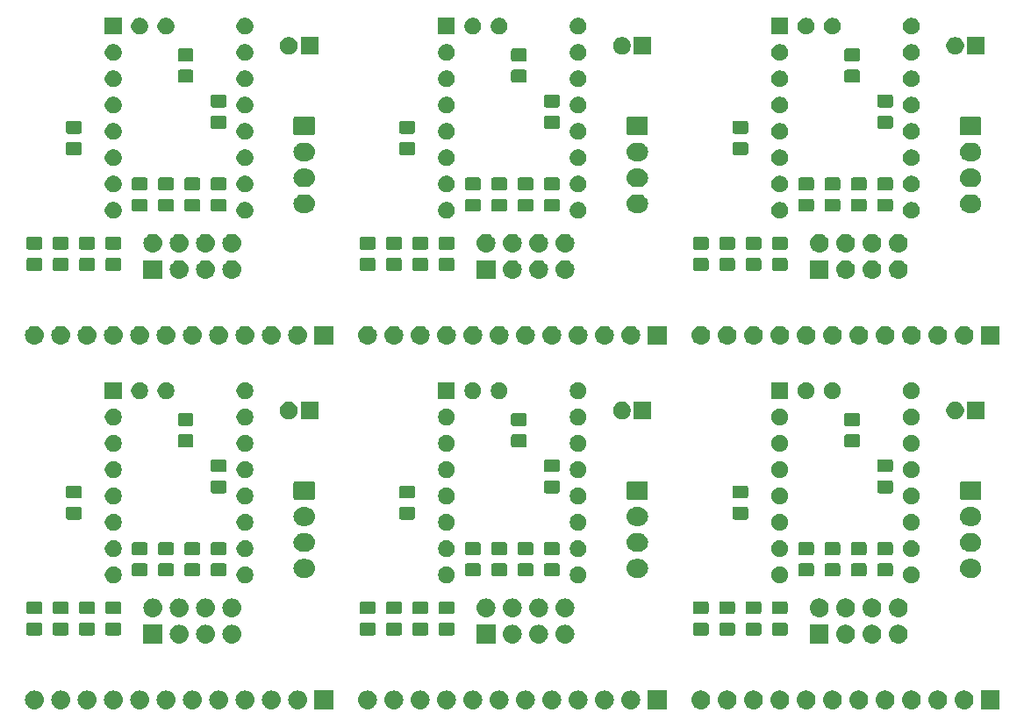
<source format=gts>
G04 #@! TF.GenerationSoftware,KiCad,Pcbnew,5.0.2+dfsg1-1*
G04 #@! TF.CreationDate,2021-09-02T00:31:40+09:00*
G04 #@! TF.ProjectId,tmc-dev-board_panelized,746d632d-6465-4762-9d62-6f6172645f70,rev?*
G04 #@! TF.SameCoordinates,Original*
G04 #@! TF.FileFunction,Soldermask,Top*
G04 #@! TF.FilePolarity,Negative*
%FSLAX46Y46*%
G04 Gerber Fmt 4.6, Leading zero omitted, Abs format (unit mm)*
G04 Created by KiCad (PCBNEW 5.0.2+dfsg1-1) date Thu 02 Sep 2021 12:31:40 AM JST*
%MOMM*%
%LPD*%
G01*
G04 APERTURE LIST*
%ADD10C,0.100000*%
G04 APERTURE END LIST*
D10*
G36*
X195863446Y-135272520D02*
X195929631Y-135279039D01*
X196042857Y-135313386D01*
X196099471Y-135330559D01*
X196238091Y-135404654D01*
X196255995Y-135414224D01*
X196291733Y-135443554D01*
X196393190Y-135526816D01*
X196476452Y-135628273D01*
X196505782Y-135664011D01*
X196505783Y-135664013D01*
X196589447Y-135820535D01*
X196589447Y-135820536D01*
X196640967Y-135990375D01*
X196658363Y-136167002D01*
X196640967Y-136343629D01*
X196606620Y-136456855D01*
X196589447Y-136513469D01*
X196515352Y-136652089D01*
X196505782Y-136669993D01*
X196476452Y-136705731D01*
X196393190Y-136807188D01*
X196291733Y-136890450D01*
X196255995Y-136919780D01*
X196255993Y-136919781D01*
X196099471Y-137003445D01*
X196042857Y-137020618D01*
X195929631Y-137054965D01*
X195863446Y-137061484D01*
X195797264Y-137068002D01*
X195708744Y-137068002D01*
X195642562Y-137061484D01*
X195576377Y-137054965D01*
X195463151Y-137020618D01*
X195406537Y-137003445D01*
X195250015Y-136919781D01*
X195250013Y-136919780D01*
X195214275Y-136890450D01*
X195112818Y-136807188D01*
X195029556Y-136705731D01*
X195000226Y-136669993D01*
X194990656Y-136652089D01*
X194916561Y-136513469D01*
X194899388Y-136456855D01*
X194865041Y-136343629D01*
X194847645Y-136167002D01*
X194865041Y-135990375D01*
X194916561Y-135820536D01*
X194916561Y-135820535D01*
X195000225Y-135664013D01*
X195000226Y-135664011D01*
X195029556Y-135628273D01*
X195112818Y-135526816D01*
X195214275Y-135443554D01*
X195250013Y-135414224D01*
X195267917Y-135404654D01*
X195406537Y-135330559D01*
X195463151Y-135313386D01*
X195576377Y-135279039D01*
X195642562Y-135272520D01*
X195708744Y-135266002D01*
X195797264Y-135266002D01*
X195863446Y-135272520D01*
X195863446Y-135272520D01*
G37*
G36*
X198403446Y-135272520D02*
X198469631Y-135279039D01*
X198582857Y-135313386D01*
X198639471Y-135330559D01*
X198778091Y-135404654D01*
X198795995Y-135414224D01*
X198831733Y-135443554D01*
X198933190Y-135526816D01*
X199016452Y-135628273D01*
X199045782Y-135664011D01*
X199045783Y-135664013D01*
X199129447Y-135820535D01*
X199129447Y-135820536D01*
X199180967Y-135990375D01*
X199198363Y-136167002D01*
X199180967Y-136343629D01*
X199146620Y-136456855D01*
X199129447Y-136513469D01*
X199055352Y-136652089D01*
X199045782Y-136669993D01*
X199016452Y-136705731D01*
X198933190Y-136807188D01*
X198831733Y-136890450D01*
X198795995Y-136919780D01*
X198795993Y-136919781D01*
X198639471Y-137003445D01*
X198582857Y-137020618D01*
X198469631Y-137054965D01*
X198403446Y-137061484D01*
X198337264Y-137068002D01*
X198248744Y-137068002D01*
X198182562Y-137061484D01*
X198116377Y-137054965D01*
X198003151Y-137020618D01*
X197946537Y-137003445D01*
X197790015Y-136919781D01*
X197790013Y-136919780D01*
X197754275Y-136890450D01*
X197652818Y-136807188D01*
X197569556Y-136705731D01*
X197540226Y-136669993D01*
X197530656Y-136652089D01*
X197456561Y-136513469D01*
X197439388Y-136456855D01*
X197405041Y-136343629D01*
X197387645Y-136167002D01*
X197405041Y-135990375D01*
X197456561Y-135820536D01*
X197456561Y-135820535D01*
X197540225Y-135664013D01*
X197540226Y-135664011D01*
X197569556Y-135628273D01*
X197652818Y-135526816D01*
X197754275Y-135443554D01*
X197790013Y-135414224D01*
X197807917Y-135404654D01*
X197946537Y-135330559D01*
X198003151Y-135313386D01*
X198116377Y-135279039D01*
X198182562Y-135272520D01*
X198248744Y-135266002D01*
X198337264Y-135266002D01*
X198403446Y-135272520D01*
X198403446Y-135272520D01*
G37*
G36*
X206814004Y-137068002D02*
X205012004Y-137068002D01*
X205012004Y-135266002D01*
X206814004Y-135266002D01*
X206814004Y-137068002D01*
X206814004Y-137068002D01*
G37*
G36*
X178083446Y-135272520D02*
X178149631Y-135279039D01*
X178262857Y-135313386D01*
X178319471Y-135330559D01*
X178458091Y-135404654D01*
X178475995Y-135414224D01*
X178511733Y-135443554D01*
X178613190Y-135526816D01*
X178696452Y-135628273D01*
X178725782Y-135664011D01*
X178725783Y-135664013D01*
X178809447Y-135820535D01*
X178809447Y-135820536D01*
X178860967Y-135990375D01*
X178878363Y-136167002D01*
X178860967Y-136343629D01*
X178826620Y-136456855D01*
X178809447Y-136513469D01*
X178735352Y-136652089D01*
X178725782Y-136669993D01*
X178696452Y-136705731D01*
X178613190Y-136807188D01*
X178511733Y-136890450D01*
X178475995Y-136919780D01*
X178475993Y-136919781D01*
X178319471Y-137003445D01*
X178262857Y-137020618D01*
X178149631Y-137054965D01*
X178083446Y-137061484D01*
X178017264Y-137068002D01*
X177928744Y-137068002D01*
X177862562Y-137061484D01*
X177796377Y-137054965D01*
X177683151Y-137020618D01*
X177626537Y-137003445D01*
X177470015Y-136919781D01*
X177470013Y-136919780D01*
X177434275Y-136890450D01*
X177332818Y-136807188D01*
X177249556Y-136705731D01*
X177220226Y-136669993D01*
X177210656Y-136652089D01*
X177136561Y-136513469D01*
X177119388Y-136456855D01*
X177085041Y-136343629D01*
X177067645Y-136167002D01*
X177085041Y-135990375D01*
X177136561Y-135820536D01*
X177136561Y-135820535D01*
X177220225Y-135664013D01*
X177220226Y-135664011D01*
X177249556Y-135628273D01*
X177332818Y-135526816D01*
X177434275Y-135443554D01*
X177470013Y-135414224D01*
X177487917Y-135404654D01*
X177626537Y-135330559D01*
X177683151Y-135313386D01*
X177796377Y-135279039D01*
X177862562Y-135272520D01*
X177928744Y-135266002D01*
X178017264Y-135266002D01*
X178083446Y-135272520D01*
X178083446Y-135272520D01*
G37*
G36*
X180623446Y-135272520D02*
X180689631Y-135279039D01*
X180802857Y-135313386D01*
X180859471Y-135330559D01*
X180998091Y-135404654D01*
X181015995Y-135414224D01*
X181051733Y-135443554D01*
X181153190Y-135526816D01*
X181236452Y-135628273D01*
X181265782Y-135664011D01*
X181265783Y-135664013D01*
X181349447Y-135820535D01*
X181349447Y-135820536D01*
X181400967Y-135990375D01*
X181418363Y-136167002D01*
X181400967Y-136343629D01*
X181366620Y-136456855D01*
X181349447Y-136513469D01*
X181275352Y-136652089D01*
X181265782Y-136669993D01*
X181236452Y-136705731D01*
X181153190Y-136807188D01*
X181051733Y-136890450D01*
X181015995Y-136919780D01*
X181015993Y-136919781D01*
X180859471Y-137003445D01*
X180802857Y-137020618D01*
X180689631Y-137054965D01*
X180623446Y-137061484D01*
X180557264Y-137068002D01*
X180468744Y-137068002D01*
X180402562Y-137061484D01*
X180336377Y-137054965D01*
X180223151Y-137020618D01*
X180166537Y-137003445D01*
X180010015Y-136919781D01*
X180010013Y-136919780D01*
X179974275Y-136890450D01*
X179872818Y-136807188D01*
X179789556Y-136705731D01*
X179760226Y-136669993D01*
X179750656Y-136652089D01*
X179676561Y-136513469D01*
X179659388Y-136456855D01*
X179625041Y-136343629D01*
X179607645Y-136167002D01*
X179625041Y-135990375D01*
X179676561Y-135820536D01*
X179676561Y-135820535D01*
X179760225Y-135664013D01*
X179760226Y-135664011D01*
X179789556Y-135628273D01*
X179872818Y-135526816D01*
X179974275Y-135443554D01*
X180010013Y-135414224D01*
X180027917Y-135404654D01*
X180166537Y-135330559D01*
X180223151Y-135313386D01*
X180336377Y-135279039D01*
X180402562Y-135272520D01*
X180468744Y-135266002D01*
X180557264Y-135266002D01*
X180623446Y-135272520D01*
X180623446Y-135272520D01*
G37*
G36*
X183163446Y-135272520D02*
X183229631Y-135279039D01*
X183342857Y-135313386D01*
X183399471Y-135330559D01*
X183538091Y-135404654D01*
X183555995Y-135414224D01*
X183591733Y-135443554D01*
X183693190Y-135526816D01*
X183776452Y-135628273D01*
X183805782Y-135664011D01*
X183805783Y-135664013D01*
X183889447Y-135820535D01*
X183889447Y-135820536D01*
X183940967Y-135990375D01*
X183958363Y-136167002D01*
X183940967Y-136343629D01*
X183906620Y-136456855D01*
X183889447Y-136513469D01*
X183815352Y-136652089D01*
X183805782Y-136669993D01*
X183776452Y-136705731D01*
X183693190Y-136807188D01*
X183591733Y-136890450D01*
X183555995Y-136919780D01*
X183555993Y-136919781D01*
X183399471Y-137003445D01*
X183342857Y-137020618D01*
X183229631Y-137054965D01*
X183163446Y-137061484D01*
X183097264Y-137068002D01*
X183008744Y-137068002D01*
X182942562Y-137061484D01*
X182876377Y-137054965D01*
X182763151Y-137020618D01*
X182706537Y-137003445D01*
X182550015Y-136919781D01*
X182550013Y-136919780D01*
X182514275Y-136890450D01*
X182412818Y-136807188D01*
X182329556Y-136705731D01*
X182300226Y-136669993D01*
X182290656Y-136652089D01*
X182216561Y-136513469D01*
X182199388Y-136456855D01*
X182165041Y-136343629D01*
X182147645Y-136167002D01*
X182165041Y-135990375D01*
X182216561Y-135820536D01*
X182216561Y-135820535D01*
X182300225Y-135664013D01*
X182300226Y-135664011D01*
X182329556Y-135628273D01*
X182412818Y-135526816D01*
X182514275Y-135443554D01*
X182550013Y-135414224D01*
X182567917Y-135404654D01*
X182706537Y-135330559D01*
X182763151Y-135313386D01*
X182876377Y-135279039D01*
X182942562Y-135272520D01*
X183008744Y-135266002D01*
X183097264Y-135266002D01*
X183163446Y-135272520D01*
X183163446Y-135272520D01*
G37*
G36*
X185703446Y-135272520D02*
X185769631Y-135279039D01*
X185882857Y-135313386D01*
X185939471Y-135330559D01*
X186078091Y-135404654D01*
X186095995Y-135414224D01*
X186131733Y-135443554D01*
X186233190Y-135526816D01*
X186316452Y-135628273D01*
X186345782Y-135664011D01*
X186345783Y-135664013D01*
X186429447Y-135820535D01*
X186429447Y-135820536D01*
X186480967Y-135990375D01*
X186498363Y-136167002D01*
X186480967Y-136343629D01*
X186446620Y-136456855D01*
X186429447Y-136513469D01*
X186355352Y-136652089D01*
X186345782Y-136669993D01*
X186316452Y-136705731D01*
X186233190Y-136807188D01*
X186131733Y-136890450D01*
X186095995Y-136919780D01*
X186095993Y-136919781D01*
X185939471Y-137003445D01*
X185882857Y-137020618D01*
X185769631Y-137054965D01*
X185703446Y-137061484D01*
X185637264Y-137068002D01*
X185548744Y-137068002D01*
X185482562Y-137061484D01*
X185416377Y-137054965D01*
X185303151Y-137020618D01*
X185246537Y-137003445D01*
X185090015Y-136919781D01*
X185090013Y-136919780D01*
X185054275Y-136890450D01*
X184952818Y-136807188D01*
X184869556Y-136705731D01*
X184840226Y-136669993D01*
X184830656Y-136652089D01*
X184756561Y-136513469D01*
X184739388Y-136456855D01*
X184705041Y-136343629D01*
X184687645Y-136167002D01*
X184705041Y-135990375D01*
X184756561Y-135820536D01*
X184756561Y-135820535D01*
X184840225Y-135664013D01*
X184840226Y-135664011D01*
X184869556Y-135628273D01*
X184952818Y-135526816D01*
X185054275Y-135443554D01*
X185090013Y-135414224D01*
X185107917Y-135404654D01*
X185246537Y-135330559D01*
X185303151Y-135313386D01*
X185416377Y-135279039D01*
X185482562Y-135272520D01*
X185548744Y-135266002D01*
X185637264Y-135266002D01*
X185703446Y-135272520D01*
X185703446Y-135272520D01*
G37*
G36*
X188243446Y-135272520D02*
X188309631Y-135279039D01*
X188422857Y-135313386D01*
X188479471Y-135330559D01*
X188618091Y-135404654D01*
X188635995Y-135414224D01*
X188671733Y-135443554D01*
X188773190Y-135526816D01*
X188856452Y-135628273D01*
X188885782Y-135664011D01*
X188885783Y-135664013D01*
X188969447Y-135820535D01*
X188969447Y-135820536D01*
X189020967Y-135990375D01*
X189038363Y-136167002D01*
X189020967Y-136343629D01*
X188986620Y-136456855D01*
X188969447Y-136513469D01*
X188895352Y-136652089D01*
X188885782Y-136669993D01*
X188856452Y-136705731D01*
X188773190Y-136807188D01*
X188671733Y-136890450D01*
X188635995Y-136919780D01*
X188635993Y-136919781D01*
X188479471Y-137003445D01*
X188422857Y-137020618D01*
X188309631Y-137054965D01*
X188243446Y-137061484D01*
X188177264Y-137068002D01*
X188088744Y-137068002D01*
X188022562Y-137061484D01*
X187956377Y-137054965D01*
X187843151Y-137020618D01*
X187786537Y-137003445D01*
X187630015Y-136919781D01*
X187630013Y-136919780D01*
X187594275Y-136890450D01*
X187492818Y-136807188D01*
X187409556Y-136705731D01*
X187380226Y-136669993D01*
X187370656Y-136652089D01*
X187296561Y-136513469D01*
X187279388Y-136456855D01*
X187245041Y-136343629D01*
X187227645Y-136167002D01*
X187245041Y-135990375D01*
X187296561Y-135820536D01*
X187296561Y-135820535D01*
X187380225Y-135664013D01*
X187380226Y-135664011D01*
X187409556Y-135628273D01*
X187492818Y-135526816D01*
X187594275Y-135443554D01*
X187630013Y-135414224D01*
X187647917Y-135404654D01*
X187786537Y-135330559D01*
X187843151Y-135313386D01*
X187956377Y-135279039D01*
X188022562Y-135272520D01*
X188088744Y-135266002D01*
X188177264Y-135266002D01*
X188243446Y-135272520D01*
X188243446Y-135272520D01*
G37*
G36*
X190783446Y-135272520D02*
X190849631Y-135279039D01*
X190962857Y-135313386D01*
X191019471Y-135330559D01*
X191158091Y-135404654D01*
X191175995Y-135414224D01*
X191211733Y-135443554D01*
X191313190Y-135526816D01*
X191396452Y-135628273D01*
X191425782Y-135664011D01*
X191425783Y-135664013D01*
X191509447Y-135820535D01*
X191509447Y-135820536D01*
X191560967Y-135990375D01*
X191578363Y-136167002D01*
X191560967Y-136343629D01*
X191526620Y-136456855D01*
X191509447Y-136513469D01*
X191435352Y-136652089D01*
X191425782Y-136669993D01*
X191396452Y-136705731D01*
X191313190Y-136807188D01*
X191211733Y-136890450D01*
X191175995Y-136919780D01*
X191175993Y-136919781D01*
X191019471Y-137003445D01*
X190962857Y-137020618D01*
X190849631Y-137054965D01*
X190783446Y-137061484D01*
X190717264Y-137068002D01*
X190628744Y-137068002D01*
X190562562Y-137061484D01*
X190496377Y-137054965D01*
X190383151Y-137020618D01*
X190326537Y-137003445D01*
X190170015Y-136919781D01*
X190170013Y-136919780D01*
X190134275Y-136890450D01*
X190032818Y-136807188D01*
X189949556Y-136705731D01*
X189920226Y-136669993D01*
X189910656Y-136652089D01*
X189836561Y-136513469D01*
X189819388Y-136456855D01*
X189785041Y-136343629D01*
X189767645Y-136167002D01*
X189785041Y-135990375D01*
X189836561Y-135820536D01*
X189836561Y-135820535D01*
X189920225Y-135664013D01*
X189920226Y-135664011D01*
X189949556Y-135628273D01*
X190032818Y-135526816D01*
X190134275Y-135443554D01*
X190170013Y-135414224D01*
X190187917Y-135404654D01*
X190326537Y-135330559D01*
X190383151Y-135313386D01*
X190496377Y-135279039D01*
X190562562Y-135272520D01*
X190628744Y-135266002D01*
X190717264Y-135266002D01*
X190783446Y-135272520D01*
X190783446Y-135272520D01*
G37*
G36*
X193323446Y-135272520D02*
X193389631Y-135279039D01*
X193502857Y-135313386D01*
X193559471Y-135330559D01*
X193698091Y-135404654D01*
X193715995Y-135414224D01*
X193751733Y-135443554D01*
X193853190Y-135526816D01*
X193936452Y-135628273D01*
X193965782Y-135664011D01*
X193965783Y-135664013D01*
X194049447Y-135820535D01*
X194049447Y-135820536D01*
X194100967Y-135990375D01*
X194118363Y-136167002D01*
X194100967Y-136343629D01*
X194066620Y-136456855D01*
X194049447Y-136513469D01*
X193975352Y-136652089D01*
X193965782Y-136669993D01*
X193936452Y-136705731D01*
X193853190Y-136807188D01*
X193751733Y-136890450D01*
X193715995Y-136919780D01*
X193715993Y-136919781D01*
X193559471Y-137003445D01*
X193502857Y-137020618D01*
X193389631Y-137054965D01*
X193323446Y-137061484D01*
X193257264Y-137068002D01*
X193168744Y-137068002D01*
X193102562Y-137061484D01*
X193036377Y-137054965D01*
X192923151Y-137020618D01*
X192866537Y-137003445D01*
X192710015Y-136919781D01*
X192710013Y-136919780D01*
X192674275Y-136890450D01*
X192572818Y-136807188D01*
X192489556Y-136705731D01*
X192460226Y-136669993D01*
X192450656Y-136652089D01*
X192376561Y-136513469D01*
X192359388Y-136456855D01*
X192325041Y-136343629D01*
X192307645Y-136167002D01*
X192325041Y-135990375D01*
X192376561Y-135820536D01*
X192376561Y-135820535D01*
X192460225Y-135664013D01*
X192460226Y-135664011D01*
X192489556Y-135628273D01*
X192572818Y-135526816D01*
X192674275Y-135443554D01*
X192710013Y-135414224D01*
X192727917Y-135404654D01*
X192866537Y-135330559D01*
X192923151Y-135313386D01*
X193036377Y-135279039D01*
X193102562Y-135272520D01*
X193168744Y-135266002D01*
X193257264Y-135266002D01*
X193323446Y-135272520D01*
X193323446Y-135272520D01*
G37*
G36*
X161169444Y-135272520D02*
X161235629Y-135279039D01*
X161348855Y-135313386D01*
X161405469Y-135330559D01*
X161544089Y-135404654D01*
X161561993Y-135414224D01*
X161597731Y-135443554D01*
X161699188Y-135526816D01*
X161782450Y-135628273D01*
X161811780Y-135664011D01*
X161811781Y-135664013D01*
X161895445Y-135820535D01*
X161895445Y-135820536D01*
X161946965Y-135990375D01*
X161964361Y-136167002D01*
X161946965Y-136343629D01*
X161912618Y-136456855D01*
X161895445Y-136513469D01*
X161821350Y-136652089D01*
X161811780Y-136669993D01*
X161782450Y-136705731D01*
X161699188Y-136807188D01*
X161597731Y-136890450D01*
X161561993Y-136919780D01*
X161561991Y-136919781D01*
X161405469Y-137003445D01*
X161348855Y-137020618D01*
X161235629Y-137054965D01*
X161169444Y-137061484D01*
X161103262Y-137068002D01*
X161014742Y-137068002D01*
X160948560Y-137061484D01*
X160882375Y-137054965D01*
X160769149Y-137020618D01*
X160712535Y-137003445D01*
X160556013Y-136919781D01*
X160556011Y-136919780D01*
X160520273Y-136890450D01*
X160418816Y-136807188D01*
X160335554Y-136705731D01*
X160306224Y-136669993D01*
X160296654Y-136652089D01*
X160222559Y-136513469D01*
X160205386Y-136456855D01*
X160171039Y-136343629D01*
X160153643Y-136167002D01*
X160171039Y-135990375D01*
X160222559Y-135820536D01*
X160222559Y-135820535D01*
X160306223Y-135664013D01*
X160306224Y-135664011D01*
X160335554Y-135628273D01*
X160418816Y-135526816D01*
X160520273Y-135443554D01*
X160556011Y-135414224D01*
X160573915Y-135404654D01*
X160712535Y-135330559D01*
X160769149Y-135313386D01*
X160882375Y-135279039D01*
X160948560Y-135272520D01*
X161014742Y-135266002D01*
X161103262Y-135266002D01*
X161169444Y-135272520D01*
X161169444Y-135272520D01*
G37*
G36*
X203483446Y-135272520D02*
X203549631Y-135279039D01*
X203662857Y-135313386D01*
X203719471Y-135330559D01*
X203858091Y-135404654D01*
X203875995Y-135414224D01*
X203911733Y-135443554D01*
X204013190Y-135526816D01*
X204096452Y-135628273D01*
X204125782Y-135664011D01*
X204125783Y-135664013D01*
X204209447Y-135820535D01*
X204209447Y-135820536D01*
X204260967Y-135990375D01*
X204278363Y-136167002D01*
X204260967Y-136343629D01*
X204226620Y-136456855D01*
X204209447Y-136513469D01*
X204135352Y-136652089D01*
X204125782Y-136669993D01*
X204096452Y-136705731D01*
X204013190Y-136807188D01*
X203911733Y-136890450D01*
X203875995Y-136919780D01*
X203875993Y-136919781D01*
X203719471Y-137003445D01*
X203662857Y-137020618D01*
X203549631Y-137054965D01*
X203483446Y-137061484D01*
X203417264Y-137068002D01*
X203328744Y-137068002D01*
X203262562Y-137061484D01*
X203196377Y-137054965D01*
X203083151Y-137020618D01*
X203026537Y-137003445D01*
X202870015Y-136919781D01*
X202870013Y-136919780D01*
X202834275Y-136890450D01*
X202732818Y-136807188D01*
X202649556Y-136705731D01*
X202620226Y-136669993D01*
X202610656Y-136652089D01*
X202536561Y-136513469D01*
X202519388Y-136456855D01*
X202485041Y-136343629D01*
X202467645Y-136167002D01*
X202485041Y-135990375D01*
X202536561Y-135820536D01*
X202536561Y-135820535D01*
X202620225Y-135664013D01*
X202620226Y-135664011D01*
X202649556Y-135628273D01*
X202732818Y-135526816D01*
X202834275Y-135443554D01*
X202870013Y-135414224D01*
X202887917Y-135404654D01*
X203026537Y-135330559D01*
X203083151Y-135313386D01*
X203196377Y-135279039D01*
X203262562Y-135272520D01*
X203328744Y-135266002D01*
X203417264Y-135266002D01*
X203483446Y-135272520D01*
X203483446Y-135272520D01*
G37*
G36*
X200943446Y-135272520D02*
X201009631Y-135279039D01*
X201122857Y-135313386D01*
X201179471Y-135330559D01*
X201318091Y-135404654D01*
X201335995Y-135414224D01*
X201371733Y-135443554D01*
X201473190Y-135526816D01*
X201556452Y-135628273D01*
X201585782Y-135664011D01*
X201585783Y-135664013D01*
X201669447Y-135820535D01*
X201669447Y-135820536D01*
X201720967Y-135990375D01*
X201738363Y-136167002D01*
X201720967Y-136343629D01*
X201686620Y-136456855D01*
X201669447Y-136513469D01*
X201595352Y-136652089D01*
X201585782Y-136669993D01*
X201556452Y-136705731D01*
X201473190Y-136807188D01*
X201371733Y-136890450D01*
X201335995Y-136919780D01*
X201335993Y-136919781D01*
X201179471Y-137003445D01*
X201122857Y-137020618D01*
X201009631Y-137054965D01*
X200943446Y-137061484D01*
X200877264Y-137068002D01*
X200788744Y-137068002D01*
X200722562Y-137061484D01*
X200656377Y-137054965D01*
X200543151Y-137020618D01*
X200486537Y-137003445D01*
X200330015Y-136919781D01*
X200330013Y-136919780D01*
X200294275Y-136890450D01*
X200192818Y-136807188D01*
X200109556Y-136705731D01*
X200080226Y-136669993D01*
X200070656Y-136652089D01*
X199996561Y-136513469D01*
X199979388Y-136456855D01*
X199945041Y-136343629D01*
X199927645Y-136167002D01*
X199945041Y-135990375D01*
X199996561Y-135820536D01*
X199996561Y-135820535D01*
X200080225Y-135664013D01*
X200080226Y-135664011D01*
X200109556Y-135628273D01*
X200192818Y-135526816D01*
X200294275Y-135443554D01*
X200330013Y-135414224D01*
X200347917Y-135404654D01*
X200486537Y-135330559D01*
X200543151Y-135313386D01*
X200656377Y-135279039D01*
X200722562Y-135272520D01*
X200788744Y-135266002D01*
X200877264Y-135266002D01*
X200943446Y-135272520D01*
X200943446Y-135272520D01*
G37*
G36*
X145929444Y-135272520D02*
X145995629Y-135279039D01*
X146108855Y-135313386D01*
X146165469Y-135330559D01*
X146304089Y-135404654D01*
X146321993Y-135414224D01*
X146357731Y-135443554D01*
X146459188Y-135526816D01*
X146542450Y-135628273D01*
X146571780Y-135664011D01*
X146571781Y-135664013D01*
X146655445Y-135820535D01*
X146655445Y-135820536D01*
X146706965Y-135990375D01*
X146724361Y-136167002D01*
X146706965Y-136343629D01*
X146672618Y-136456855D01*
X146655445Y-136513469D01*
X146581350Y-136652089D01*
X146571780Y-136669993D01*
X146542450Y-136705731D01*
X146459188Y-136807188D01*
X146357731Y-136890450D01*
X146321993Y-136919780D01*
X146321991Y-136919781D01*
X146165469Y-137003445D01*
X146108855Y-137020618D01*
X145995629Y-137054965D01*
X145929444Y-137061484D01*
X145863262Y-137068002D01*
X145774742Y-137068002D01*
X145708560Y-137061484D01*
X145642375Y-137054965D01*
X145529149Y-137020618D01*
X145472535Y-137003445D01*
X145316013Y-136919781D01*
X145316011Y-136919780D01*
X145280273Y-136890450D01*
X145178816Y-136807188D01*
X145095554Y-136705731D01*
X145066224Y-136669993D01*
X145056654Y-136652089D01*
X144982559Y-136513469D01*
X144965386Y-136456855D01*
X144931039Y-136343629D01*
X144913643Y-136167002D01*
X144931039Y-135990375D01*
X144982559Y-135820536D01*
X144982559Y-135820535D01*
X145066223Y-135664013D01*
X145066224Y-135664011D01*
X145095554Y-135628273D01*
X145178816Y-135526816D01*
X145280273Y-135443554D01*
X145316011Y-135414224D01*
X145333915Y-135404654D01*
X145472535Y-135330559D01*
X145529149Y-135313386D01*
X145642375Y-135279039D01*
X145708560Y-135272520D01*
X145774742Y-135266002D01*
X145863262Y-135266002D01*
X145929444Y-135272520D01*
X145929444Y-135272520D01*
G37*
G36*
X148469444Y-135272520D02*
X148535629Y-135279039D01*
X148648855Y-135313386D01*
X148705469Y-135330559D01*
X148844089Y-135404654D01*
X148861993Y-135414224D01*
X148897731Y-135443554D01*
X148999188Y-135526816D01*
X149082450Y-135628273D01*
X149111780Y-135664011D01*
X149111781Y-135664013D01*
X149195445Y-135820535D01*
X149195445Y-135820536D01*
X149246965Y-135990375D01*
X149264361Y-136167002D01*
X149246965Y-136343629D01*
X149212618Y-136456855D01*
X149195445Y-136513469D01*
X149121350Y-136652089D01*
X149111780Y-136669993D01*
X149082450Y-136705731D01*
X148999188Y-136807188D01*
X148897731Y-136890450D01*
X148861993Y-136919780D01*
X148861991Y-136919781D01*
X148705469Y-137003445D01*
X148648855Y-137020618D01*
X148535629Y-137054965D01*
X148469444Y-137061484D01*
X148403262Y-137068002D01*
X148314742Y-137068002D01*
X148248560Y-137061484D01*
X148182375Y-137054965D01*
X148069149Y-137020618D01*
X148012535Y-137003445D01*
X147856013Y-136919781D01*
X147856011Y-136919780D01*
X147820273Y-136890450D01*
X147718816Y-136807188D01*
X147635554Y-136705731D01*
X147606224Y-136669993D01*
X147596654Y-136652089D01*
X147522559Y-136513469D01*
X147505386Y-136456855D01*
X147471039Y-136343629D01*
X147453643Y-136167002D01*
X147471039Y-135990375D01*
X147522559Y-135820536D01*
X147522559Y-135820535D01*
X147606223Y-135664013D01*
X147606224Y-135664011D01*
X147635554Y-135628273D01*
X147718816Y-135526816D01*
X147820273Y-135443554D01*
X147856011Y-135414224D01*
X147873915Y-135404654D01*
X148012535Y-135330559D01*
X148069149Y-135313386D01*
X148182375Y-135279039D01*
X148248560Y-135272520D01*
X148314742Y-135266002D01*
X148403262Y-135266002D01*
X148469444Y-135272520D01*
X148469444Y-135272520D01*
G37*
G36*
X151009444Y-135272520D02*
X151075629Y-135279039D01*
X151188855Y-135313386D01*
X151245469Y-135330559D01*
X151384089Y-135404654D01*
X151401993Y-135414224D01*
X151437731Y-135443554D01*
X151539188Y-135526816D01*
X151622450Y-135628273D01*
X151651780Y-135664011D01*
X151651781Y-135664013D01*
X151735445Y-135820535D01*
X151735445Y-135820536D01*
X151786965Y-135990375D01*
X151804361Y-136167002D01*
X151786965Y-136343629D01*
X151752618Y-136456855D01*
X151735445Y-136513469D01*
X151661350Y-136652089D01*
X151651780Y-136669993D01*
X151622450Y-136705731D01*
X151539188Y-136807188D01*
X151437731Y-136890450D01*
X151401993Y-136919780D01*
X151401991Y-136919781D01*
X151245469Y-137003445D01*
X151188855Y-137020618D01*
X151075629Y-137054965D01*
X151009444Y-137061484D01*
X150943262Y-137068002D01*
X150854742Y-137068002D01*
X150788560Y-137061484D01*
X150722375Y-137054965D01*
X150609149Y-137020618D01*
X150552535Y-137003445D01*
X150396013Y-136919781D01*
X150396011Y-136919780D01*
X150360273Y-136890450D01*
X150258816Y-136807188D01*
X150175554Y-136705731D01*
X150146224Y-136669993D01*
X150136654Y-136652089D01*
X150062559Y-136513469D01*
X150045386Y-136456855D01*
X150011039Y-136343629D01*
X149993643Y-136167002D01*
X150011039Y-135990375D01*
X150062559Y-135820536D01*
X150062559Y-135820535D01*
X150146223Y-135664013D01*
X150146224Y-135664011D01*
X150175554Y-135628273D01*
X150258816Y-135526816D01*
X150360273Y-135443554D01*
X150396011Y-135414224D01*
X150413915Y-135404654D01*
X150552535Y-135330559D01*
X150609149Y-135313386D01*
X150722375Y-135279039D01*
X150788560Y-135272520D01*
X150854742Y-135266002D01*
X150943262Y-135266002D01*
X151009444Y-135272520D01*
X151009444Y-135272520D01*
G37*
G36*
X153549444Y-135272520D02*
X153615629Y-135279039D01*
X153728855Y-135313386D01*
X153785469Y-135330559D01*
X153924089Y-135404654D01*
X153941993Y-135414224D01*
X153977731Y-135443554D01*
X154079188Y-135526816D01*
X154162450Y-135628273D01*
X154191780Y-135664011D01*
X154191781Y-135664013D01*
X154275445Y-135820535D01*
X154275445Y-135820536D01*
X154326965Y-135990375D01*
X154344361Y-136167002D01*
X154326965Y-136343629D01*
X154292618Y-136456855D01*
X154275445Y-136513469D01*
X154201350Y-136652089D01*
X154191780Y-136669993D01*
X154162450Y-136705731D01*
X154079188Y-136807188D01*
X153977731Y-136890450D01*
X153941993Y-136919780D01*
X153941991Y-136919781D01*
X153785469Y-137003445D01*
X153728855Y-137020618D01*
X153615629Y-137054965D01*
X153549444Y-137061484D01*
X153483262Y-137068002D01*
X153394742Y-137068002D01*
X153328560Y-137061484D01*
X153262375Y-137054965D01*
X153149149Y-137020618D01*
X153092535Y-137003445D01*
X152936013Y-136919781D01*
X152936011Y-136919780D01*
X152900273Y-136890450D01*
X152798816Y-136807188D01*
X152715554Y-136705731D01*
X152686224Y-136669993D01*
X152676654Y-136652089D01*
X152602559Y-136513469D01*
X152585386Y-136456855D01*
X152551039Y-136343629D01*
X152533643Y-136167002D01*
X152551039Y-135990375D01*
X152602559Y-135820536D01*
X152602559Y-135820535D01*
X152686223Y-135664013D01*
X152686224Y-135664011D01*
X152715554Y-135628273D01*
X152798816Y-135526816D01*
X152900273Y-135443554D01*
X152936011Y-135414224D01*
X152953915Y-135404654D01*
X153092535Y-135330559D01*
X153149149Y-135313386D01*
X153262375Y-135279039D01*
X153328560Y-135272520D01*
X153394742Y-135266002D01*
X153483262Y-135266002D01*
X153549444Y-135272520D01*
X153549444Y-135272520D01*
G37*
G36*
X156089444Y-135272520D02*
X156155629Y-135279039D01*
X156268855Y-135313386D01*
X156325469Y-135330559D01*
X156464089Y-135404654D01*
X156481993Y-135414224D01*
X156517731Y-135443554D01*
X156619188Y-135526816D01*
X156702450Y-135628273D01*
X156731780Y-135664011D01*
X156731781Y-135664013D01*
X156815445Y-135820535D01*
X156815445Y-135820536D01*
X156866965Y-135990375D01*
X156884361Y-136167002D01*
X156866965Y-136343629D01*
X156832618Y-136456855D01*
X156815445Y-136513469D01*
X156741350Y-136652089D01*
X156731780Y-136669993D01*
X156702450Y-136705731D01*
X156619188Y-136807188D01*
X156517731Y-136890450D01*
X156481993Y-136919780D01*
X156481991Y-136919781D01*
X156325469Y-137003445D01*
X156268855Y-137020618D01*
X156155629Y-137054965D01*
X156089444Y-137061484D01*
X156023262Y-137068002D01*
X155934742Y-137068002D01*
X155868560Y-137061484D01*
X155802375Y-137054965D01*
X155689149Y-137020618D01*
X155632535Y-137003445D01*
X155476013Y-136919781D01*
X155476011Y-136919780D01*
X155440273Y-136890450D01*
X155338816Y-136807188D01*
X155255554Y-136705731D01*
X155226224Y-136669993D01*
X155216654Y-136652089D01*
X155142559Y-136513469D01*
X155125386Y-136456855D01*
X155091039Y-136343629D01*
X155073643Y-136167002D01*
X155091039Y-135990375D01*
X155142559Y-135820536D01*
X155142559Y-135820535D01*
X155226223Y-135664013D01*
X155226224Y-135664011D01*
X155255554Y-135628273D01*
X155338816Y-135526816D01*
X155440273Y-135443554D01*
X155476011Y-135414224D01*
X155493915Y-135404654D01*
X155632535Y-135330559D01*
X155689149Y-135313386D01*
X155802375Y-135279039D01*
X155868560Y-135272520D01*
X155934742Y-135266002D01*
X156023262Y-135266002D01*
X156089444Y-135272520D01*
X156089444Y-135272520D01*
G37*
G36*
X121395442Y-135272520D02*
X121461627Y-135279039D01*
X121574853Y-135313386D01*
X121631467Y-135330559D01*
X121770087Y-135404654D01*
X121787991Y-135414224D01*
X121823729Y-135443554D01*
X121925186Y-135526816D01*
X122008448Y-135628273D01*
X122037778Y-135664011D01*
X122037779Y-135664013D01*
X122121443Y-135820535D01*
X122121443Y-135820536D01*
X122172963Y-135990375D01*
X122190359Y-136167002D01*
X122172963Y-136343629D01*
X122138616Y-136456855D01*
X122121443Y-136513469D01*
X122047348Y-136652089D01*
X122037778Y-136669993D01*
X122008448Y-136705731D01*
X121925186Y-136807188D01*
X121823729Y-136890450D01*
X121787991Y-136919780D01*
X121787989Y-136919781D01*
X121631467Y-137003445D01*
X121574853Y-137020618D01*
X121461627Y-137054965D01*
X121395442Y-137061484D01*
X121329260Y-137068002D01*
X121240740Y-137068002D01*
X121174558Y-137061484D01*
X121108373Y-137054965D01*
X120995147Y-137020618D01*
X120938533Y-137003445D01*
X120782011Y-136919781D01*
X120782009Y-136919780D01*
X120746271Y-136890450D01*
X120644814Y-136807188D01*
X120561552Y-136705731D01*
X120532222Y-136669993D01*
X120522652Y-136652089D01*
X120448557Y-136513469D01*
X120431384Y-136456855D01*
X120397037Y-136343629D01*
X120379641Y-136167002D01*
X120397037Y-135990375D01*
X120448557Y-135820536D01*
X120448557Y-135820535D01*
X120532221Y-135664013D01*
X120532222Y-135664011D01*
X120561552Y-135628273D01*
X120644814Y-135526816D01*
X120746271Y-135443554D01*
X120782009Y-135414224D01*
X120799913Y-135404654D01*
X120938533Y-135330559D01*
X120995147Y-135313386D01*
X121108373Y-135279039D01*
X121174558Y-135272520D01*
X121240740Y-135266002D01*
X121329260Y-135266002D01*
X121395442Y-135272520D01*
X121395442Y-135272520D01*
G37*
G36*
X139175442Y-135272520D02*
X139241627Y-135279039D01*
X139354853Y-135313386D01*
X139411467Y-135330559D01*
X139550087Y-135404654D01*
X139567991Y-135414224D01*
X139603729Y-135443554D01*
X139705186Y-135526816D01*
X139788448Y-135628273D01*
X139817778Y-135664011D01*
X139817779Y-135664013D01*
X139901443Y-135820535D01*
X139901443Y-135820536D01*
X139952963Y-135990375D01*
X139970359Y-136167002D01*
X139952963Y-136343629D01*
X139918616Y-136456855D01*
X139901443Y-136513469D01*
X139827348Y-136652089D01*
X139817778Y-136669993D01*
X139788448Y-136705731D01*
X139705186Y-136807188D01*
X139603729Y-136890450D01*
X139567991Y-136919780D01*
X139567989Y-136919781D01*
X139411467Y-137003445D01*
X139354853Y-137020618D01*
X139241627Y-137054965D01*
X139175442Y-137061484D01*
X139109260Y-137068002D01*
X139020740Y-137068002D01*
X138954558Y-137061484D01*
X138888373Y-137054965D01*
X138775147Y-137020618D01*
X138718533Y-137003445D01*
X138562011Y-136919781D01*
X138562009Y-136919780D01*
X138526271Y-136890450D01*
X138424814Y-136807188D01*
X138341552Y-136705731D01*
X138312222Y-136669993D01*
X138302652Y-136652089D01*
X138228557Y-136513469D01*
X138211384Y-136456855D01*
X138177037Y-136343629D01*
X138159641Y-136167002D01*
X138177037Y-135990375D01*
X138228557Y-135820536D01*
X138228557Y-135820535D01*
X138312221Y-135664013D01*
X138312222Y-135664011D01*
X138341552Y-135628273D01*
X138424814Y-135526816D01*
X138526271Y-135443554D01*
X138562009Y-135414224D01*
X138579913Y-135404654D01*
X138718533Y-135330559D01*
X138775147Y-135313386D01*
X138888373Y-135279039D01*
X138954558Y-135272520D01*
X139020740Y-135266002D01*
X139109260Y-135266002D01*
X139175442Y-135272520D01*
X139175442Y-135272520D01*
G37*
G36*
X142506000Y-137068002D02*
X140704000Y-137068002D01*
X140704000Y-135266002D01*
X142506000Y-135266002D01*
X142506000Y-137068002D01*
X142506000Y-137068002D01*
G37*
G36*
X163709444Y-135272520D02*
X163775629Y-135279039D01*
X163888855Y-135313386D01*
X163945469Y-135330559D01*
X164084089Y-135404654D01*
X164101993Y-135414224D01*
X164137731Y-135443554D01*
X164239188Y-135526816D01*
X164322450Y-135628273D01*
X164351780Y-135664011D01*
X164351781Y-135664013D01*
X164435445Y-135820535D01*
X164435445Y-135820536D01*
X164486965Y-135990375D01*
X164504361Y-136167002D01*
X164486965Y-136343629D01*
X164452618Y-136456855D01*
X164435445Y-136513469D01*
X164361350Y-136652089D01*
X164351780Y-136669993D01*
X164322450Y-136705731D01*
X164239188Y-136807188D01*
X164137731Y-136890450D01*
X164101993Y-136919780D01*
X164101991Y-136919781D01*
X163945469Y-137003445D01*
X163888855Y-137020618D01*
X163775629Y-137054965D01*
X163709444Y-137061484D01*
X163643262Y-137068002D01*
X163554742Y-137068002D01*
X163488560Y-137061484D01*
X163422375Y-137054965D01*
X163309149Y-137020618D01*
X163252535Y-137003445D01*
X163096013Y-136919781D01*
X163096011Y-136919780D01*
X163060273Y-136890450D01*
X162958816Y-136807188D01*
X162875554Y-136705731D01*
X162846224Y-136669993D01*
X162836654Y-136652089D01*
X162762559Y-136513469D01*
X162745386Y-136456855D01*
X162711039Y-136343629D01*
X162693643Y-136167002D01*
X162711039Y-135990375D01*
X162762559Y-135820536D01*
X162762559Y-135820535D01*
X162846223Y-135664013D01*
X162846224Y-135664011D01*
X162875554Y-135628273D01*
X162958816Y-135526816D01*
X163060273Y-135443554D01*
X163096011Y-135414224D01*
X163113915Y-135404654D01*
X163252535Y-135330559D01*
X163309149Y-135313386D01*
X163422375Y-135279039D01*
X163488560Y-135272520D01*
X163554742Y-135266002D01*
X163643262Y-135266002D01*
X163709444Y-135272520D01*
X163709444Y-135272520D01*
G37*
G36*
X166249444Y-135272520D02*
X166315629Y-135279039D01*
X166428855Y-135313386D01*
X166485469Y-135330559D01*
X166624089Y-135404654D01*
X166641993Y-135414224D01*
X166677731Y-135443554D01*
X166779188Y-135526816D01*
X166862450Y-135628273D01*
X166891780Y-135664011D01*
X166891781Y-135664013D01*
X166975445Y-135820535D01*
X166975445Y-135820536D01*
X167026965Y-135990375D01*
X167044361Y-136167002D01*
X167026965Y-136343629D01*
X166992618Y-136456855D01*
X166975445Y-136513469D01*
X166901350Y-136652089D01*
X166891780Y-136669993D01*
X166862450Y-136705731D01*
X166779188Y-136807188D01*
X166677731Y-136890450D01*
X166641993Y-136919780D01*
X166641991Y-136919781D01*
X166485469Y-137003445D01*
X166428855Y-137020618D01*
X166315629Y-137054965D01*
X166249444Y-137061484D01*
X166183262Y-137068002D01*
X166094742Y-137068002D01*
X166028560Y-137061484D01*
X165962375Y-137054965D01*
X165849149Y-137020618D01*
X165792535Y-137003445D01*
X165636013Y-136919781D01*
X165636011Y-136919780D01*
X165600273Y-136890450D01*
X165498816Y-136807188D01*
X165415554Y-136705731D01*
X165386224Y-136669993D01*
X165376654Y-136652089D01*
X165302559Y-136513469D01*
X165285386Y-136456855D01*
X165251039Y-136343629D01*
X165233643Y-136167002D01*
X165251039Y-135990375D01*
X165302559Y-135820536D01*
X165302559Y-135820535D01*
X165386223Y-135664013D01*
X165386224Y-135664011D01*
X165415554Y-135628273D01*
X165498816Y-135526816D01*
X165600273Y-135443554D01*
X165636011Y-135414224D01*
X165653915Y-135404654D01*
X165792535Y-135330559D01*
X165849149Y-135313386D01*
X165962375Y-135279039D01*
X166028560Y-135272520D01*
X166094742Y-135266002D01*
X166183262Y-135266002D01*
X166249444Y-135272520D01*
X166249444Y-135272520D01*
G37*
G36*
X168789444Y-135272520D02*
X168855629Y-135279039D01*
X168968855Y-135313386D01*
X169025469Y-135330559D01*
X169164089Y-135404654D01*
X169181993Y-135414224D01*
X169217731Y-135443554D01*
X169319188Y-135526816D01*
X169402450Y-135628273D01*
X169431780Y-135664011D01*
X169431781Y-135664013D01*
X169515445Y-135820535D01*
X169515445Y-135820536D01*
X169566965Y-135990375D01*
X169584361Y-136167002D01*
X169566965Y-136343629D01*
X169532618Y-136456855D01*
X169515445Y-136513469D01*
X169441350Y-136652089D01*
X169431780Y-136669993D01*
X169402450Y-136705731D01*
X169319188Y-136807188D01*
X169217731Y-136890450D01*
X169181993Y-136919780D01*
X169181991Y-136919781D01*
X169025469Y-137003445D01*
X168968855Y-137020618D01*
X168855629Y-137054965D01*
X168789444Y-137061484D01*
X168723262Y-137068002D01*
X168634742Y-137068002D01*
X168568560Y-137061484D01*
X168502375Y-137054965D01*
X168389149Y-137020618D01*
X168332535Y-137003445D01*
X168176013Y-136919781D01*
X168176011Y-136919780D01*
X168140273Y-136890450D01*
X168038816Y-136807188D01*
X167955554Y-136705731D01*
X167926224Y-136669993D01*
X167916654Y-136652089D01*
X167842559Y-136513469D01*
X167825386Y-136456855D01*
X167791039Y-136343629D01*
X167773643Y-136167002D01*
X167791039Y-135990375D01*
X167842559Y-135820536D01*
X167842559Y-135820535D01*
X167926223Y-135664013D01*
X167926224Y-135664011D01*
X167955554Y-135628273D01*
X168038816Y-135526816D01*
X168140273Y-135443554D01*
X168176011Y-135414224D01*
X168193915Y-135404654D01*
X168332535Y-135330559D01*
X168389149Y-135313386D01*
X168502375Y-135279039D01*
X168568560Y-135272520D01*
X168634742Y-135266002D01*
X168723262Y-135266002D01*
X168789444Y-135272520D01*
X168789444Y-135272520D01*
G37*
G36*
X171329444Y-135272520D02*
X171395629Y-135279039D01*
X171508855Y-135313386D01*
X171565469Y-135330559D01*
X171704089Y-135404654D01*
X171721993Y-135414224D01*
X171757731Y-135443554D01*
X171859188Y-135526816D01*
X171942450Y-135628273D01*
X171971780Y-135664011D01*
X171971781Y-135664013D01*
X172055445Y-135820535D01*
X172055445Y-135820536D01*
X172106965Y-135990375D01*
X172124361Y-136167002D01*
X172106965Y-136343629D01*
X172072618Y-136456855D01*
X172055445Y-136513469D01*
X171981350Y-136652089D01*
X171971780Y-136669993D01*
X171942450Y-136705731D01*
X171859188Y-136807188D01*
X171757731Y-136890450D01*
X171721993Y-136919780D01*
X171721991Y-136919781D01*
X171565469Y-137003445D01*
X171508855Y-137020618D01*
X171395629Y-137054965D01*
X171329444Y-137061484D01*
X171263262Y-137068002D01*
X171174742Y-137068002D01*
X171108560Y-137061484D01*
X171042375Y-137054965D01*
X170929149Y-137020618D01*
X170872535Y-137003445D01*
X170716013Y-136919781D01*
X170716011Y-136919780D01*
X170680273Y-136890450D01*
X170578816Y-136807188D01*
X170495554Y-136705731D01*
X170466224Y-136669993D01*
X170456654Y-136652089D01*
X170382559Y-136513469D01*
X170365386Y-136456855D01*
X170331039Y-136343629D01*
X170313643Y-136167002D01*
X170331039Y-135990375D01*
X170382559Y-135820536D01*
X170382559Y-135820535D01*
X170466223Y-135664013D01*
X170466224Y-135664011D01*
X170495554Y-135628273D01*
X170578816Y-135526816D01*
X170680273Y-135443554D01*
X170716011Y-135414224D01*
X170733915Y-135404654D01*
X170872535Y-135330559D01*
X170929149Y-135313386D01*
X171042375Y-135279039D01*
X171108560Y-135272520D01*
X171174742Y-135266002D01*
X171263262Y-135266002D01*
X171329444Y-135272520D01*
X171329444Y-135272520D01*
G37*
G36*
X174660002Y-137068002D02*
X172858002Y-137068002D01*
X172858002Y-135266002D01*
X174660002Y-135266002D01*
X174660002Y-137068002D01*
X174660002Y-137068002D01*
G37*
G36*
X113775442Y-135272520D02*
X113841627Y-135279039D01*
X113954853Y-135313386D01*
X114011467Y-135330559D01*
X114150087Y-135404654D01*
X114167991Y-135414224D01*
X114203729Y-135443554D01*
X114305186Y-135526816D01*
X114388448Y-135628273D01*
X114417778Y-135664011D01*
X114417779Y-135664013D01*
X114501443Y-135820535D01*
X114501443Y-135820536D01*
X114552963Y-135990375D01*
X114570359Y-136167002D01*
X114552963Y-136343629D01*
X114518616Y-136456855D01*
X114501443Y-136513469D01*
X114427348Y-136652089D01*
X114417778Y-136669993D01*
X114388448Y-136705731D01*
X114305186Y-136807188D01*
X114203729Y-136890450D01*
X114167991Y-136919780D01*
X114167989Y-136919781D01*
X114011467Y-137003445D01*
X113954853Y-137020618D01*
X113841627Y-137054965D01*
X113775442Y-137061484D01*
X113709260Y-137068002D01*
X113620740Y-137068002D01*
X113554558Y-137061484D01*
X113488373Y-137054965D01*
X113375147Y-137020618D01*
X113318533Y-137003445D01*
X113162011Y-136919781D01*
X113162009Y-136919780D01*
X113126271Y-136890450D01*
X113024814Y-136807188D01*
X112941552Y-136705731D01*
X112912222Y-136669993D01*
X112902652Y-136652089D01*
X112828557Y-136513469D01*
X112811384Y-136456855D01*
X112777037Y-136343629D01*
X112759641Y-136167002D01*
X112777037Y-135990375D01*
X112828557Y-135820536D01*
X112828557Y-135820535D01*
X112912221Y-135664013D01*
X112912222Y-135664011D01*
X112941552Y-135628273D01*
X113024814Y-135526816D01*
X113126271Y-135443554D01*
X113162009Y-135414224D01*
X113179913Y-135404654D01*
X113318533Y-135330559D01*
X113375147Y-135313386D01*
X113488373Y-135279039D01*
X113554558Y-135272520D01*
X113620740Y-135266002D01*
X113709260Y-135266002D01*
X113775442Y-135272520D01*
X113775442Y-135272520D01*
G37*
G36*
X116315442Y-135272520D02*
X116381627Y-135279039D01*
X116494853Y-135313386D01*
X116551467Y-135330559D01*
X116690087Y-135404654D01*
X116707991Y-135414224D01*
X116743729Y-135443554D01*
X116845186Y-135526816D01*
X116928448Y-135628273D01*
X116957778Y-135664011D01*
X116957779Y-135664013D01*
X117041443Y-135820535D01*
X117041443Y-135820536D01*
X117092963Y-135990375D01*
X117110359Y-136167002D01*
X117092963Y-136343629D01*
X117058616Y-136456855D01*
X117041443Y-136513469D01*
X116967348Y-136652089D01*
X116957778Y-136669993D01*
X116928448Y-136705731D01*
X116845186Y-136807188D01*
X116743729Y-136890450D01*
X116707991Y-136919780D01*
X116707989Y-136919781D01*
X116551467Y-137003445D01*
X116494853Y-137020618D01*
X116381627Y-137054965D01*
X116315442Y-137061484D01*
X116249260Y-137068002D01*
X116160740Y-137068002D01*
X116094558Y-137061484D01*
X116028373Y-137054965D01*
X115915147Y-137020618D01*
X115858533Y-137003445D01*
X115702011Y-136919781D01*
X115702009Y-136919780D01*
X115666271Y-136890450D01*
X115564814Y-136807188D01*
X115481552Y-136705731D01*
X115452222Y-136669993D01*
X115442652Y-136652089D01*
X115368557Y-136513469D01*
X115351384Y-136456855D01*
X115317037Y-136343629D01*
X115299641Y-136167002D01*
X115317037Y-135990375D01*
X115368557Y-135820536D01*
X115368557Y-135820535D01*
X115452221Y-135664013D01*
X115452222Y-135664011D01*
X115481552Y-135628273D01*
X115564814Y-135526816D01*
X115666271Y-135443554D01*
X115702009Y-135414224D01*
X115719913Y-135404654D01*
X115858533Y-135330559D01*
X115915147Y-135313386D01*
X116028373Y-135279039D01*
X116094558Y-135272520D01*
X116160740Y-135266002D01*
X116249260Y-135266002D01*
X116315442Y-135272520D01*
X116315442Y-135272520D01*
G37*
G36*
X118855442Y-135272520D02*
X118921627Y-135279039D01*
X119034853Y-135313386D01*
X119091467Y-135330559D01*
X119230087Y-135404654D01*
X119247991Y-135414224D01*
X119283729Y-135443554D01*
X119385186Y-135526816D01*
X119468448Y-135628273D01*
X119497778Y-135664011D01*
X119497779Y-135664013D01*
X119581443Y-135820535D01*
X119581443Y-135820536D01*
X119632963Y-135990375D01*
X119650359Y-136167002D01*
X119632963Y-136343629D01*
X119598616Y-136456855D01*
X119581443Y-136513469D01*
X119507348Y-136652089D01*
X119497778Y-136669993D01*
X119468448Y-136705731D01*
X119385186Y-136807188D01*
X119283729Y-136890450D01*
X119247991Y-136919780D01*
X119247989Y-136919781D01*
X119091467Y-137003445D01*
X119034853Y-137020618D01*
X118921627Y-137054965D01*
X118855442Y-137061484D01*
X118789260Y-137068002D01*
X118700740Y-137068002D01*
X118634558Y-137061484D01*
X118568373Y-137054965D01*
X118455147Y-137020618D01*
X118398533Y-137003445D01*
X118242011Y-136919781D01*
X118242009Y-136919780D01*
X118206271Y-136890450D01*
X118104814Y-136807188D01*
X118021552Y-136705731D01*
X117992222Y-136669993D01*
X117982652Y-136652089D01*
X117908557Y-136513469D01*
X117891384Y-136456855D01*
X117857037Y-136343629D01*
X117839641Y-136167002D01*
X117857037Y-135990375D01*
X117908557Y-135820536D01*
X117908557Y-135820535D01*
X117992221Y-135664013D01*
X117992222Y-135664011D01*
X118021552Y-135628273D01*
X118104814Y-135526816D01*
X118206271Y-135443554D01*
X118242009Y-135414224D01*
X118259913Y-135404654D01*
X118398533Y-135330559D01*
X118455147Y-135313386D01*
X118568373Y-135279039D01*
X118634558Y-135272520D01*
X118700740Y-135266002D01*
X118789260Y-135266002D01*
X118855442Y-135272520D01*
X118855442Y-135272520D01*
G37*
G36*
X158629444Y-135272520D02*
X158695629Y-135279039D01*
X158808855Y-135313386D01*
X158865469Y-135330559D01*
X159004089Y-135404654D01*
X159021993Y-135414224D01*
X159057731Y-135443554D01*
X159159188Y-135526816D01*
X159242450Y-135628273D01*
X159271780Y-135664011D01*
X159271781Y-135664013D01*
X159355445Y-135820535D01*
X159355445Y-135820536D01*
X159406965Y-135990375D01*
X159424361Y-136167002D01*
X159406965Y-136343629D01*
X159372618Y-136456855D01*
X159355445Y-136513469D01*
X159281350Y-136652089D01*
X159271780Y-136669993D01*
X159242450Y-136705731D01*
X159159188Y-136807188D01*
X159057731Y-136890450D01*
X159021993Y-136919780D01*
X159021991Y-136919781D01*
X158865469Y-137003445D01*
X158808855Y-137020618D01*
X158695629Y-137054965D01*
X158629444Y-137061484D01*
X158563262Y-137068002D01*
X158474742Y-137068002D01*
X158408560Y-137061484D01*
X158342375Y-137054965D01*
X158229149Y-137020618D01*
X158172535Y-137003445D01*
X158016013Y-136919781D01*
X158016011Y-136919780D01*
X157980273Y-136890450D01*
X157878816Y-136807188D01*
X157795554Y-136705731D01*
X157766224Y-136669993D01*
X157756654Y-136652089D01*
X157682559Y-136513469D01*
X157665386Y-136456855D01*
X157631039Y-136343629D01*
X157613643Y-136167002D01*
X157631039Y-135990375D01*
X157682559Y-135820536D01*
X157682559Y-135820535D01*
X157766223Y-135664013D01*
X157766224Y-135664011D01*
X157795554Y-135628273D01*
X157878816Y-135526816D01*
X157980273Y-135443554D01*
X158016011Y-135414224D01*
X158033915Y-135404654D01*
X158172535Y-135330559D01*
X158229149Y-135313386D01*
X158342375Y-135279039D01*
X158408560Y-135272520D01*
X158474742Y-135266002D01*
X158563262Y-135266002D01*
X158629444Y-135272520D01*
X158629444Y-135272520D01*
G37*
G36*
X123935442Y-135272520D02*
X124001627Y-135279039D01*
X124114853Y-135313386D01*
X124171467Y-135330559D01*
X124310087Y-135404654D01*
X124327991Y-135414224D01*
X124363729Y-135443554D01*
X124465186Y-135526816D01*
X124548448Y-135628273D01*
X124577778Y-135664011D01*
X124577779Y-135664013D01*
X124661443Y-135820535D01*
X124661443Y-135820536D01*
X124712963Y-135990375D01*
X124730359Y-136167002D01*
X124712963Y-136343629D01*
X124678616Y-136456855D01*
X124661443Y-136513469D01*
X124587348Y-136652089D01*
X124577778Y-136669993D01*
X124548448Y-136705731D01*
X124465186Y-136807188D01*
X124363729Y-136890450D01*
X124327991Y-136919780D01*
X124327989Y-136919781D01*
X124171467Y-137003445D01*
X124114853Y-137020618D01*
X124001627Y-137054965D01*
X123935442Y-137061484D01*
X123869260Y-137068002D01*
X123780740Y-137068002D01*
X123714558Y-137061484D01*
X123648373Y-137054965D01*
X123535147Y-137020618D01*
X123478533Y-137003445D01*
X123322011Y-136919781D01*
X123322009Y-136919780D01*
X123286271Y-136890450D01*
X123184814Y-136807188D01*
X123101552Y-136705731D01*
X123072222Y-136669993D01*
X123062652Y-136652089D01*
X122988557Y-136513469D01*
X122971384Y-136456855D01*
X122937037Y-136343629D01*
X122919641Y-136167002D01*
X122937037Y-135990375D01*
X122988557Y-135820536D01*
X122988557Y-135820535D01*
X123072221Y-135664013D01*
X123072222Y-135664011D01*
X123101552Y-135628273D01*
X123184814Y-135526816D01*
X123286271Y-135443554D01*
X123322009Y-135414224D01*
X123339913Y-135404654D01*
X123478533Y-135330559D01*
X123535147Y-135313386D01*
X123648373Y-135279039D01*
X123714558Y-135272520D01*
X123780740Y-135266002D01*
X123869260Y-135266002D01*
X123935442Y-135272520D01*
X123935442Y-135272520D01*
G37*
G36*
X126475442Y-135272520D02*
X126541627Y-135279039D01*
X126654853Y-135313386D01*
X126711467Y-135330559D01*
X126850087Y-135404654D01*
X126867991Y-135414224D01*
X126903729Y-135443554D01*
X127005186Y-135526816D01*
X127088448Y-135628273D01*
X127117778Y-135664011D01*
X127117779Y-135664013D01*
X127201443Y-135820535D01*
X127201443Y-135820536D01*
X127252963Y-135990375D01*
X127270359Y-136167002D01*
X127252963Y-136343629D01*
X127218616Y-136456855D01*
X127201443Y-136513469D01*
X127127348Y-136652089D01*
X127117778Y-136669993D01*
X127088448Y-136705731D01*
X127005186Y-136807188D01*
X126903729Y-136890450D01*
X126867991Y-136919780D01*
X126867989Y-136919781D01*
X126711467Y-137003445D01*
X126654853Y-137020618D01*
X126541627Y-137054965D01*
X126475442Y-137061484D01*
X126409260Y-137068002D01*
X126320740Y-137068002D01*
X126254558Y-137061484D01*
X126188373Y-137054965D01*
X126075147Y-137020618D01*
X126018533Y-137003445D01*
X125862011Y-136919781D01*
X125862009Y-136919780D01*
X125826271Y-136890450D01*
X125724814Y-136807188D01*
X125641552Y-136705731D01*
X125612222Y-136669993D01*
X125602652Y-136652089D01*
X125528557Y-136513469D01*
X125511384Y-136456855D01*
X125477037Y-136343629D01*
X125459641Y-136167002D01*
X125477037Y-135990375D01*
X125528557Y-135820536D01*
X125528557Y-135820535D01*
X125612221Y-135664013D01*
X125612222Y-135664011D01*
X125641552Y-135628273D01*
X125724814Y-135526816D01*
X125826271Y-135443554D01*
X125862009Y-135414224D01*
X125879913Y-135404654D01*
X126018533Y-135330559D01*
X126075147Y-135313386D01*
X126188373Y-135279039D01*
X126254558Y-135272520D01*
X126320740Y-135266002D01*
X126409260Y-135266002D01*
X126475442Y-135272520D01*
X126475442Y-135272520D01*
G37*
G36*
X129015442Y-135272520D02*
X129081627Y-135279039D01*
X129194853Y-135313386D01*
X129251467Y-135330559D01*
X129390087Y-135404654D01*
X129407991Y-135414224D01*
X129443729Y-135443554D01*
X129545186Y-135526816D01*
X129628448Y-135628273D01*
X129657778Y-135664011D01*
X129657779Y-135664013D01*
X129741443Y-135820535D01*
X129741443Y-135820536D01*
X129792963Y-135990375D01*
X129810359Y-136167002D01*
X129792963Y-136343629D01*
X129758616Y-136456855D01*
X129741443Y-136513469D01*
X129667348Y-136652089D01*
X129657778Y-136669993D01*
X129628448Y-136705731D01*
X129545186Y-136807188D01*
X129443729Y-136890450D01*
X129407991Y-136919780D01*
X129407989Y-136919781D01*
X129251467Y-137003445D01*
X129194853Y-137020618D01*
X129081627Y-137054965D01*
X129015442Y-137061484D01*
X128949260Y-137068002D01*
X128860740Y-137068002D01*
X128794558Y-137061484D01*
X128728373Y-137054965D01*
X128615147Y-137020618D01*
X128558533Y-137003445D01*
X128402011Y-136919781D01*
X128402009Y-136919780D01*
X128366271Y-136890450D01*
X128264814Y-136807188D01*
X128181552Y-136705731D01*
X128152222Y-136669993D01*
X128142652Y-136652089D01*
X128068557Y-136513469D01*
X128051384Y-136456855D01*
X128017037Y-136343629D01*
X127999641Y-136167002D01*
X128017037Y-135990375D01*
X128068557Y-135820536D01*
X128068557Y-135820535D01*
X128152221Y-135664013D01*
X128152222Y-135664011D01*
X128181552Y-135628273D01*
X128264814Y-135526816D01*
X128366271Y-135443554D01*
X128402009Y-135414224D01*
X128419913Y-135404654D01*
X128558533Y-135330559D01*
X128615147Y-135313386D01*
X128728373Y-135279039D01*
X128794558Y-135272520D01*
X128860740Y-135266002D01*
X128949260Y-135266002D01*
X129015442Y-135272520D01*
X129015442Y-135272520D01*
G37*
G36*
X131555442Y-135272520D02*
X131621627Y-135279039D01*
X131734853Y-135313386D01*
X131791467Y-135330559D01*
X131930087Y-135404654D01*
X131947991Y-135414224D01*
X131983729Y-135443554D01*
X132085186Y-135526816D01*
X132168448Y-135628273D01*
X132197778Y-135664011D01*
X132197779Y-135664013D01*
X132281443Y-135820535D01*
X132281443Y-135820536D01*
X132332963Y-135990375D01*
X132350359Y-136167002D01*
X132332963Y-136343629D01*
X132298616Y-136456855D01*
X132281443Y-136513469D01*
X132207348Y-136652089D01*
X132197778Y-136669993D01*
X132168448Y-136705731D01*
X132085186Y-136807188D01*
X131983729Y-136890450D01*
X131947991Y-136919780D01*
X131947989Y-136919781D01*
X131791467Y-137003445D01*
X131734853Y-137020618D01*
X131621627Y-137054965D01*
X131555442Y-137061484D01*
X131489260Y-137068002D01*
X131400740Y-137068002D01*
X131334558Y-137061484D01*
X131268373Y-137054965D01*
X131155147Y-137020618D01*
X131098533Y-137003445D01*
X130942011Y-136919781D01*
X130942009Y-136919780D01*
X130906271Y-136890450D01*
X130804814Y-136807188D01*
X130721552Y-136705731D01*
X130692222Y-136669993D01*
X130682652Y-136652089D01*
X130608557Y-136513469D01*
X130591384Y-136456855D01*
X130557037Y-136343629D01*
X130539641Y-136167002D01*
X130557037Y-135990375D01*
X130608557Y-135820536D01*
X130608557Y-135820535D01*
X130692221Y-135664013D01*
X130692222Y-135664011D01*
X130721552Y-135628273D01*
X130804814Y-135526816D01*
X130906271Y-135443554D01*
X130942009Y-135414224D01*
X130959913Y-135404654D01*
X131098533Y-135330559D01*
X131155147Y-135313386D01*
X131268373Y-135279039D01*
X131334558Y-135272520D01*
X131400740Y-135266002D01*
X131489260Y-135266002D01*
X131555442Y-135272520D01*
X131555442Y-135272520D01*
G37*
G36*
X134095442Y-135272520D02*
X134161627Y-135279039D01*
X134274853Y-135313386D01*
X134331467Y-135330559D01*
X134470087Y-135404654D01*
X134487991Y-135414224D01*
X134523729Y-135443554D01*
X134625186Y-135526816D01*
X134708448Y-135628273D01*
X134737778Y-135664011D01*
X134737779Y-135664013D01*
X134821443Y-135820535D01*
X134821443Y-135820536D01*
X134872963Y-135990375D01*
X134890359Y-136167002D01*
X134872963Y-136343629D01*
X134838616Y-136456855D01*
X134821443Y-136513469D01*
X134747348Y-136652089D01*
X134737778Y-136669993D01*
X134708448Y-136705731D01*
X134625186Y-136807188D01*
X134523729Y-136890450D01*
X134487991Y-136919780D01*
X134487989Y-136919781D01*
X134331467Y-137003445D01*
X134274853Y-137020618D01*
X134161627Y-137054965D01*
X134095442Y-137061484D01*
X134029260Y-137068002D01*
X133940740Y-137068002D01*
X133874558Y-137061484D01*
X133808373Y-137054965D01*
X133695147Y-137020618D01*
X133638533Y-137003445D01*
X133482011Y-136919781D01*
X133482009Y-136919780D01*
X133446271Y-136890450D01*
X133344814Y-136807188D01*
X133261552Y-136705731D01*
X133232222Y-136669993D01*
X133222652Y-136652089D01*
X133148557Y-136513469D01*
X133131384Y-136456855D01*
X133097037Y-136343629D01*
X133079641Y-136167002D01*
X133097037Y-135990375D01*
X133148557Y-135820536D01*
X133148557Y-135820535D01*
X133232221Y-135664013D01*
X133232222Y-135664011D01*
X133261552Y-135628273D01*
X133344814Y-135526816D01*
X133446271Y-135443554D01*
X133482009Y-135414224D01*
X133499913Y-135404654D01*
X133638533Y-135330559D01*
X133695147Y-135313386D01*
X133808373Y-135279039D01*
X133874558Y-135272520D01*
X133940740Y-135266002D01*
X134029260Y-135266002D01*
X134095442Y-135272520D01*
X134095442Y-135272520D01*
G37*
G36*
X136635442Y-135272520D02*
X136701627Y-135279039D01*
X136814853Y-135313386D01*
X136871467Y-135330559D01*
X137010087Y-135404654D01*
X137027991Y-135414224D01*
X137063729Y-135443554D01*
X137165186Y-135526816D01*
X137248448Y-135628273D01*
X137277778Y-135664011D01*
X137277779Y-135664013D01*
X137361443Y-135820535D01*
X137361443Y-135820536D01*
X137412963Y-135990375D01*
X137430359Y-136167002D01*
X137412963Y-136343629D01*
X137378616Y-136456855D01*
X137361443Y-136513469D01*
X137287348Y-136652089D01*
X137277778Y-136669993D01*
X137248448Y-136705731D01*
X137165186Y-136807188D01*
X137063729Y-136890450D01*
X137027991Y-136919780D01*
X137027989Y-136919781D01*
X136871467Y-137003445D01*
X136814853Y-137020618D01*
X136701627Y-137054965D01*
X136635442Y-137061484D01*
X136569260Y-137068002D01*
X136480740Y-137068002D01*
X136414558Y-137061484D01*
X136348373Y-137054965D01*
X136235147Y-137020618D01*
X136178533Y-137003445D01*
X136022011Y-136919781D01*
X136022009Y-136919780D01*
X135986271Y-136890450D01*
X135884814Y-136807188D01*
X135801552Y-136705731D01*
X135772222Y-136669993D01*
X135762652Y-136652089D01*
X135688557Y-136513469D01*
X135671384Y-136456855D01*
X135637037Y-136343629D01*
X135619641Y-136167002D01*
X135637037Y-135990375D01*
X135688557Y-135820536D01*
X135688557Y-135820535D01*
X135772221Y-135664013D01*
X135772222Y-135664011D01*
X135801552Y-135628273D01*
X135884814Y-135526816D01*
X135986271Y-135443554D01*
X136022009Y-135414224D01*
X136039913Y-135404654D01*
X136178533Y-135330559D01*
X136235147Y-135313386D01*
X136348373Y-135279039D01*
X136414558Y-135272520D01*
X136480740Y-135266002D01*
X136569260Y-135266002D01*
X136635442Y-135272520D01*
X136635442Y-135272520D01*
G37*
G36*
X127745443Y-128922521D02*
X127811627Y-128929039D01*
X127924853Y-128963386D01*
X127981467Y-128980559D01*
X128120087Y-129054654D01*
X128137991Y-129064224D01*
X128173729Y-129093554D01*
X128275186Y-129176816D01*
X128358448Y-129278273D01*
X128387778Y-129314011D01*
X128387779Y-129314013D01*
X128471443Y-129470535D01*
X128471443Y-129470536D01*
X128522963Y-129640375D01*
X128540359Y-129817002D01*
X128522963Y-129993629D01*
X128488616Y-130106855D01*
X128471443Y-130163469D01*
X128397348Y-130302089D01*
X128387778Y-130319993D01*
X128358448Y-130355731D01*
X128275186Y-130457188D01*
X128173729Y-130540450D01*
X128137991Y-130569780D01*
X128137989Y-130569781D01*
X127981467Y-130653445D01*
X127924853Y-130670618D01*
X127811627Y-130704965D01*
X127745443Y-130711483D01*
X127679260Y-130718002D01*
X127590740Y-130718002D01*
X127524557Y-130711483D01*
X127458373Y-130704965D01*
X127345147Y-130670618D01*
X127288533Y-130653445D01*
X127132011Y-130569781D01*
X127132009Y-130569780D01*
X127096271Y-130540450D01*
X126994814Y-130457188D01*
X126911552Y-130355731D01*
X126882222Y-130319993D01*
X126872652Y-130302089D01*
X126798557Y-130163469D01*
X126781384Y-130106855D01*
X126747037Y-129993629D01*
X126729641Y-129817002D01*
X126747037Y-129640375D01*
X126798557Y-129470536D01*
X126798557Y-129470535D01*
X126882221Y-129314013D01*
X126882222Y-129314011D01*
X126911552Y-129278273D01*
X126994814Y-129176816D01*
X127096271Y-129093554D01*
X127132009Y-129064224D01*
X127149913Y-129054654D01*
X127288533Y-128980559D01*
X127345147Y-128963386D01*
X127458373Y-128929039D01*
X127524557Y-128922521D01*
X127590740Y-128916002D01*
X127679260Y-128916002D01*
X127745443Y-128922521D01*
X127745443Y-128922521D01*
G37*
G36*
X197133447Y-128922521D02*
X197199631Y-128929039D01*
X197312857Y-128963386D01*
X197369471Y-128980559D01*
X197508091Y-129054654D01*
X197525995Y-129064224D01*
X197561733Y-129093554D01*
X197663190Y-129176816D01*
X197746452Y-129278273D01*
X197775782Y-129314011D01*
X197775783Y-129314013D01*
X197859447Y-129470535D01*
X197859447Y-129470536D01*
X197910967Y-129640375D01*
X197928363Y-129817002D01*
X197910967Y-129993629D01*
X197876620Y-130106855D01*
X197859447Y-130163469D01*
X197785352Y-130302089D01*
X197775782Y-130319993D01*
X197746452Y-130355731D01*
X197663190Y-130457188D01*
X197561733Y-130540450D01*
X197525995Y-130569780D01*
X197525993Y-130569781D01*
X197369471Y-130653445D01*
X197312857Y-130670618D01*
X197199631Y-130704965D01*
X197133447Y-130711483D01*
X197067264Y-130718002D01*
X196978744Y-130718002D01*
X196912561Y-130711483D01*
X196846377Y-130704965D01*
X196733151Y-130670618D01*
X196676537Y-130653445D01*
X196520015Y-130569781D01*
X196520013Y-130569780D01*
X196484275Y-130540450D01*
X196382818Y-130457188D01*
X196299556Y-130355731D01*
X196270226Y-130319993D01*
X196260656Y-130302089D01*
X196186561Y-130163469D01*
X196169388Y-130106855D01*
X196135041Y-129993629D01*
X196117645Y-129817002D01*
X196135041Y-129640375D01*
X196186561Y-129470536D01*
X196186561Y-129470535D01*
X196270225Y-129314013D01*
X196270226Y-129314011D01*
X196299556Y-129278273D01*
X196382818Y-129176816D01*
X196484275Y-129093554D01*
X196520013Y-129064224D01*
X196537917Y-129054654D01*
X196676537Y-128980559D01*
X196733151Y-128963386D01*
X196846377Y-128929039D01*
X196912561Y-128922521D01*
X196978744Y-128916002D01*
X197067264Y-128916002D01*
X197133447Y-128922521D01*
X197133447Y-128922521D01*
G37*
G36*
X194593447Y-128922521D02*
X194659631Y-128929039D01*
X194772857Y-128963386D01*
X194829471Y-128980559D01*
X194968091Y-129054654D01*
X194985995Y-129064224D01*
X195021733Y-129093554D01*
X195123190Y-129176816D01*
X195206452Y-129278273D01*
X195235782Y-129314011D01*
X195235783Y-129314013D01*
X195319447Y-129470535D01*
X195319447Y-129470536D01*
X195370967Y-129640375D01*
X195388363Y-129817002D01*
X195370967Y-129993629D01*
X195336620Y-130106855D01*
X195319447Y-130163469D01*
X195245352Y-130302089D01*
X195235782Y-130319993D01*
X195206452Y-130355731D01*
X195123190Y-130457188D01*
X195021733Y-130540450D01*
X194985995Y-130569780D01*
X194985993Y-130569781D01*
X194829471Y-130653445D01*
X194772857Y-130670618D01*
X194659631Y-130704965D01*
X194593447Y-130711483D01*
X194527264Y-130718002D01*
X194438744Y-130718002D01*
X194372561Y-130711483D01*
X194306377Y-130704965D01*
X194193151Y-130670618D01*
X194136537Y-130653445D01*
X193980015Y-130569781D01*
X193980013Y-130569780D01*
X193944275Y-130540450D01*
X193842818Y-130457188D01*
X193759556Y-130355731D01*
X193730226Y-130319993D01*
X193720656Y-130302089D01*
X193646561Y-130163469D01*
X193629388Y-130106855D01*
X193595041Y-129993629D01*
X193577645Y-129817002D01*
X193595041Y-129640375D01*
X193646561Y-129470536D01*
X193646561Y-129470535D01*
X193730225Y-129314013D01*
X193730226Y-129314011D01*
X193759556Y-129278273D01*
X193842818Y-129176816D01*
X193944275Y-129093554D01*
X193980013Y-129064224D01*
X193997917Y-129054654D01*
X194136537Y-128980559D01*
X194193151Y-128963386D01*
X194306377Y-128929039D01*
X194372561Y-128922521D01*
X194438744Y-128916002D01*
X194527264Y-128916002D01*
X194593447Y-128922521D01*
X194593447Y-128922521D01*
G37*
G36*
X190304004Y-130718002D02*
X188502004Y-130718002D01*
X188502004Y-128916002D01*
X190304004Y-128916002D01*
X190304004Y-130718002D01*
X190304004Y-130718002D01*
G37*
G36*
X164979445Y-128922521D02*
X165045629Y-128929039D01*
X165158855Y-128963386D01*
X165215469Y-128980559D01*
X165354089Y-129054654D01*
X165371993Y-129064224D01*
X165407731Y-129093554D01*
X165509188Y-129176816D01*
X165592450Y-129278273D01*
X165621780Y-129314011D01*
X165621781Y-129314013D01*
X165705445Y-129470535D01*
X165705445Y-129470536D01*
X165756965Y-129640375D01*
X165774361Y-129817002D01*
X165756965Y-129993629D01*
X165722618Y-130106855D01*
X165705445Y-130163469D01*
X165631350Y-130302089D01*
X165621780Y-130319993D01*
X165592450Y-130355731D01*
X165509188Y-130457188D01*
X165407731Y-130540450D01*
X165371993Y-130569780D01*
X165371991Y-130569781D01*
X165215469Y-130653445D01*
X165158855Y-130670618D01*
X165045629Y-130704965D01*
X164979445Y-130711483D01*
X164913262Y-130718002D01*
X164824742Y-130718002D01*
X164758559Y-130711483D01*
X164692375Y-130704965D01*
X164579149Y-130670618D01*
X164522535Y-130653445D01*
X164366013Y-130569781D01*
X164366011Y-130569780D01*
X164330273Y-130540450D01*
X164228816Y-130457188D01*
X164145554Y-130355731D01*
X164116224Y-130319993D01*
X164106654Y-130302089D01*
X164032559Y-130163469D01*
X164015386Y-130106855D01*
X163981039Y-129993629D01*
X163963643Y-129817002D01*
X163981039Y-129640375D01*
X164032559Y-129470536D01*
X164032559Y-129470535D01*
X164116223Y-129314013D01*
X164116224Y-129314011D01*
X164145554Y-129278273D01*
X164228816Y-129176816D01*
X164330273Y-129093554D01*
X164366011Y-129064224D01*
X164383915Y-129054654D01*
X164522535Y-128980559D01*
X164579149Y-128963386D01*
X164692375Y-128929039D01*
X164758559Y-128922521D01*
X164824742Y-128916002D01*
X164913262Y-128916002D01*
X164979445Y-128922521D01*
X164979445Y-128922521D01*
G37*
G36*
X192053447Y-128922521D02*
X192119631Y-128929039D01*
X192232857Y-128963386D01*
X192289471Y-128980559D01*
X192428091Y-129054654D01*
X192445995Y-129064224D01*
X192481733Y-129093554D01*
X192583190Y-129176816D01*
X192666452Y-129278273D01*
X192695782Y-129314011D01*
X192695783Y-129314013D01*
X192779447Y-129470535D01*
X192779447Y-129470536D01*
X192830967Y-129640375D01*
X192848363Y-129817002D01*
X192830967Y-129993629D01*
X192796620Y-130106855D01*
X192779447Y-130163469D01*
X192705352Y-130302089D01*
X192695782Y-130319993D01*
X192666452Y-130355731D01*
X192583190Y-130457188D01*
X192481733Y-130540450D01*
X192445995Y-130569780D01*
X192445993Y-130569781D01*
X192289471Y-130653445D01*
X192232857Y-130670618D01*
X192119631Y-130704965D01*
X192053447Y-130711483D01*
X191987264Y-130718002D01*
X191898744Y-130718002D01*
X191832561Y-130711483D01*
X191766377Y-130704965D01*
X191653151Y-130670618D01*
X191596537Y-130653445D01*
X191440015Y-130569781D01*
X191440013Y-130569780D01*
X191404275Y-130540450D01*
X191302818Y-130457188D01*
X191219556Y-130355731D01*
X191190226Y-130319993D01*
X191180656Y-130302089D01*
X191106561Y-130163469D01*
X191089388Y-130106855D01*
X191055041Y-129993629D01*
X191037645Y-129817002D01*
X191055041Y-129640375D01*
X191106561Y-129470536D01*
X191106561Y-129470535D01*
X191190225Y-129314013D01*
X191190226Y-129314011D01*
X191219556Y-129278273D01*
X191302818Y-129176816D01*
X191404275Y-129093554D01*
X191440013Y-129064224D01*
X191457917Y-129054654D01*
X191596537Y-128980559D01*
X191653151Y-128963386D01*
X191766377Y-128929039D01*
X191832561Y-128922521D01*
X191898744Y-128916002D01*
X191987264Y-128916002D01*
X192053447Y-128922521D01*
X192053447Y-128922521D01*
G37*
G36*
X162439445Y-128922521D02*
X162505629Y-128929039D01*
X162618855Y-128963386D01*
X162675469Y-128980559D01*
X162814089Y-129054654D01*
X162831993Y-129064224D01*
X162867731Y-129093554D01*
X162969188Y-129176816D01*
X163052450Y-129278273D01*
X163081780Y-129314011D01*
X163081781Y-129314013D01*
X163165445Y-129470535D01*
X163165445Y-129470536D01*
X163216965Y-129640375D01*
X163234361Y-129817002D01*
X163216965Y-129993629D01*
X163182618Y-130106855D01*
X163165445Y-130163469D01*
X163091350Y-130302089D01*
X163081780Y-130319993D01*
X163052450Y-130355731D01*
X162969188Y-130457188D01*
X162867731Y-130540450D01*
X162831993Y-130569780D01*
X162831991Y-130569781D01*
X162675469Y-130653445D01*
X162618855Y-130670618D01*
X162505629Y-130704965D01*
X162439445Y-130711483D01*
X162373262Y-130718002D01*
X162284742Y-130718002D01*
X162218559Y-130711483D01*
X162152375Y-130704965D01*
X162039149Y-130670618D01*
X161982535Y-130653445D01*
X161826013Y-130569781D01*
X161826011Y-130569780D01*
X161790273Y-130540450D01*
X161688816Y-130457188D01*
X161605554Y-130355731D01*
X161576224Y-130319993D01*
X161566654Y-130302089D01*
X161492559Y-130163469D01*
X161475386Y-130106855D01*
X161441039Y-129993629D01*
X161423643Y-129817002D01*
X161441039Y-129640375D01*
X161492559Y-129470536D01*
X161492559Y-129470535D01*
X161576223Y-129314013D01*
X161576224Y-129314011D01*
X161605554Y-129278273D01*
X161688816Y-129176816D01*
X161790273Y-129093554D01*
X161826011Y-129064224D01*
X161843915Y-129054654D01*
X161982535Y-128980559D01*
X162039149Y-128963386D01*
X162152375Y-128929039D01*
X162218559Y-128922521D01*
X162284742Y-128916002D01*
X162373262Y-128916002D01*
X162439445Y-128922521D01*
X162439445Y-128922521D01*
G37*
G36*
X159899445Y-128922521D02*
X159965629Y-128929039D01*
X160078855Y-128963386D01*
X160135469Y-128980559D01*
X160274089Y-129054654D01*
X160291993Y-129064224D01*
X160327731Y-129093554D01*
X160429188Y-129176816D01*
X160512450Y-129278273D01*
X160541780Y-129314011D01*
X160541781Y-129314013D01*
X160625445Y-129470535D01*
X160625445Y-129470536D01*
X160676965Y-129640375D01*
X160694361Y-129817002D01*
X160676965Y-129993629D01*
X160642618Y-130106855D01*
X160625445Y-130163469D01*
X160551350Y-130302089D01*
X160541780Y-130319993D01*
X160512450Y-130355731D01*
X160429188Y-130457188D01*
X160327731Y-130540450D01*
X160291993Y-130569780D01*
X160291991Y-130569781D01*
X160135469Y-130653445D01*
X160078855Y-130670618D01*
X159965629Y-130704965D01*
X159899445Y-130711483D01*
X159833262Y-130718002D01*
X159744742Y-130718002D01*
X159678559Y-130711483D01*
X159612375Y-130704965D01*
X159499149Y-130670618D01*
X159442535Y-130653445D01*
X159286013Y-130569781D01*
X159286011Y-130569780D01*
X159250273Y-130540450D01*
X159148816Y-130457188D01*
X159065554Y-130355731D01*
X159036224Y-130319993D01*
X159026654Y-130302089D01*
X158952559Y-130163469D01*
X158935386Y-130106855D01*
X158901039Y-129993629D01*
X158883643Y-129817002D01*
X158901039Y-129640375D01*
X158952559Y-129470536D01*
X158952559Y-129470535D01*
X159036223Y-129314013D01*
X159036224Y-129314011D01*
X159065554Y-129278273D01*
X159148816Y-129176816D01*
X159250273Y-129093554D01*
X159286011Y-129064224D01*
X159303915Y-129054654D01*
X159442535Y-128980559D01*
X159499149Y-128963386D01*
X159612375Y-128929039D01*
X159678559Y-128922521D01*
X159744742Y-128916002D01*
X159833262Y-128916002D01*
X159899445Y-128922521D01*
X159899445Y-128922521D01*
G37*
G36*
X158150002Y-130718002D02*
X156348002Y-130718002D01*
X156348002Y-128916002D01*
X158150002Y-128916002D01*
X158150002Y-130718002D01*
X158150002Y-130718002D01*
G37*
G36*
X132825443Y-128922521D02*
X132891627Y-128929039D01*
X133004853Y-128963386D01*
X133061467Y-128980559D01*
X133200087Y-129054654D01*
X133217991Y-129064224D01*
X133253729Y-129093554D01*
X133355186Y-129176816D01*
X133438448Y-129278273D01*
X133467778Y-129314011D01*
X133467779Y-129314013D01*
X133551443Y-129470535D01*
X133551443Y-129470536D01*
X133602963Y-129640375D01*
X133620359Y-129817002D01*
X133602963Y-129993629D01*
X133568616Y-130106855D01*
X133551443Y-130163469D01*
X133477348Y-130302089D01*
X133467778Y-130319993D01*
X133438448Y-130355731D01*
X133355186Y-130457188D01*
X133253729Y-130540450D01*
X133217991Y-130569780D01*
X133217989Y-130569781D01*
X133061467Y-130653445D01*
X133004853Y-130670618D01*
X132891627Y-130704965D01*
X132825443Y-130711483D01*
X132759260Y-130718002D01*
X132670740Y-130718002D01*
X132604557Y-130711483D01*
X132538373Y-130704965D01*
X132425147Y-130670618D01*
X132368533Y-130653445D01*
X132212011Y-130569781D01*
X132212009Y-130569780D01*
X132176271Y-130540450D01*
X132074814Y-130457188D01*
X131991552Y-130355731D01*
X131962222Y-130319993D01*
X131952652Y-130302089D01*
X131878557Y-130163469D01*
X131861384Y-130106855D01*
X131827037Y-129993629D01*
X131809641Y-129817002D01*
X131827037Y-129640375D01*
X131878557Y-129470536D01*
X131878557Y-129470535D01*
X131962221Y-129314013D01*
X131962222Y-129314011D01*
X131991552Y-129278273D01*
X132074814Y-129176816D01*
X132176271Y-129093554D01*
X132212009Y-129064224D01*
X132229913Y-129054654D01*
X132368533Y-128980559D01*
X132425147Y-128963386D01*
X132538373Y-128929039D01*
X132604557Y-128922521D01*
X132670740Y-128916002D01*
X132759260Y-128916002D01*
X132825443Y-128922521D01*
X132825443Y-128922521D01*
G37*
G36*
X130285443Y-128922521D02*
X130351627Y-128929039D01*
X130464853Y-128963386D01*
X130521467Y-128980559D01*
X130660087Y-129054654D01*
X130677991Y-129064224D01*
X130713729Y-129093554D01*
X130815186Y-129176816D01*
X130898448Y-129278273D01*
X130927778Y-129314011D01*
X130927779Y-129314013D01*
X131011443Y-129470535D01*
X131011443Y-129470536D01*
X131062963Y-129640375D01*
X131080359Y-129817002D01*
X131062963Y-129993629D01*
X131028616Y-130106855D01*
X131011443Y-130163469D01*
X130937348Y-130302089D01*
X130927778Y-130319993D01*
X130898448Y-130355731D01*
X130815186Y-130457188D01*
X130713729Y-130540450D01*
X130677991Y-130569780D01*
X130677989Y-130569781D01*
X130521467Y-130653445D01*
X130464853Y-130670618D01*
X130351627Y-130704965D01*
X130285443Y-130711483D01*
X130219260Y-130718002D01*
X130130740Y-130718002D01*
X130064557Y-130711483D01*
X129998373Y-130704965D01*
X129885147Y-130670618D01*
X129828533Y-130653445D01*
X129672011Y-130569781D01*
X129672009Y-130569780D01*
X129636271Y-130540450D01*
X129534814Y-130457188D01*
X129451552Y-130355731D01*
X129422222Y-130319993D01*
X129412652Y-130302089D01*
X129338557Y-130163469D01*
X129321384Y-130106855D01*
X129287037Y-129993629D01*
X129269641Y-129817002D01*
X129287037Y-129640375D01*
X129338557Y-129470536D01*
X129338557Y-129470535D01*
X129422221Y-129314013D01*
X129422222Y-129314011D01*
X129451552Y-129278273D01*
X129534814Y-129176816D01*
X129636271Y-129093554D01*
X129672009Y-129064224D01*
X129689913Y-129054654D01*
X129828533Y-128980559D01*
X129885147Y-128963386D01*
X129998373Y-128929039D01*
X130064557Y-128922521D01*
X130130740Y-128916002D01*
X130219260Y-128916002D01*
X130285443Y-128922521D01*
X130285443Y-128922521D01*
G37*
G36*
X125996000Y-130718002D02*
X124194000Y-130718002D01*
X124194000Y-128916002D01*
X125996000Y-128916002D01*
X125996000Y-130718002D01*
X125996000Y-130718002D01*
G37*
G36*
X151487679Y-128705467D02*
X151525366Y-128716900D01*
X151560105Y-128735468D01*
X151590550Y-128760454D01*
X151615536Y-128790899D01*
X151634104Y-128825638D01*
X151645537Y-128863325D01*
X151650002Y-128908663D01*
X151650002Y-129745341D01*
X151645537Y-129790679D01*
X151634104Y-129828366D01*
X151615536Y-129863105D01*
X151590550Y-129893550D01*
X151560105Y-129918536D01*
X151525366Y-129937104D01*
X151487679Y-129948537D01*
X151442341Y-129953002D01*
X150355663Y-129953002D01*
X150310325Y-129948537D01*
X150272638Y-129937104D01*
X150237899Y-129918536D01*
X150207454Y-129893550D01*
X150182468Y-129863105D01*
X150163900Y-129828366D01*
X150152467Y-129790679D01*
X150148002Y-129745341D01*
X150148002Y-128908663D01*
X150152467Y-128863325D01*
X150163900Y-128825638D01*
X150182468Y-128790899D01*
X150207454Y-128760454D01*
X150237899Y-128735468D01*
X150272638Y-128716900D01*
X150310325Y-128705467D01*
X150355663Y-128701002D01*
X151442341Y-128701002D01*
X151487679Y-128705467D01*
X151487679Y-128705467D01*
G37*
G36*
X119333677Y-128705467D02*
X119371364Y-128716900D01*
X119406103Y-128735468D01*
X119436548Y-128760454D01*
X119461534Y-128790899D01*
X119480102Y-128825638D01*
X119491535Y-128863325D01*
X119496000Y-128908663D01*
X119496000Y-129745341D01*
X119491535Y-129790679D01*
X119480102Y-129828366D01*
X119461534Y-129863105D01*
X119436548Y-129893550D01*
X119406103Y-129918536D01*
X119371364Y-129937104D01*
X119333677Y-129948537D01*
X119288339Y-129953002D01*
X118201661Y-129953002D01*
X118156323Y-129948537D01*
X118118636Y-129937104D01*
X118083897Y-129918536D01*
X118053452Y-129893550D01*
X118028466Y-129863105D01*
X118009898Y-129828366D01*
X117998465Y-129790679D01*
X117994000Y-129745341D01*
X117994000Y-128908663D01*
X117998465Y-128863325D01*
X118009898Y-128825638D01*
X118028466Y-128790899D01*
X118053452Y-128760454D01*
X118083897Y-128735468D01*
X118118636Y-128716900D01*
X118156323Y-128705467D01*
X118201661Y-128701002D01*
X119288339Y-128701002D01*
X119333677Y-128705467D01*
X119333677Y-128705467D01*
G37*
G36*
X116793677Y-128705467D02*
X116831364Y-128716900D01*
X116866103Y-128735468D01*
X116896548Y-128760454D01*
X116921534Y-128790899D01*
X116940102Y-128825638D01*
X116951535Y-128863325D01*
X116956000Y-128908663D01*
X116956000Y-129745341D01*
X116951535Y-129790679D01*
X116940102Y-129828366D01*
X116921534Y-129863105D01*
X116896548Y-129893550D01*
X116866103Y-129918536D01*
X116831364Y-129937104D01*
X116793677Y-129948537D01*
X116748339Y-129953002D01*
X115661661Y-129953002D01*
X115616323Y-129948537D01*
X115578636Y-129937104D01*
X115543897Y-129918536D01*
X115513452Y-129893550D01*
X115488466Y-129863105D01*
X115469898Y-129828366D01*
X115458465Y-129790679D01*
X115454000Y-129745341D01*
X115454000Y-128908663D01*
X115458465Y-128863325D01*
X115469898Y-128825638D01*
X115488466Y-128790899D01*
X115513452Y-128760454D01*
X115543897Y-128735468D01*
X115578636Y-128716900D01*
X115616323Y-128705467D01*
X115661661Y-128701002D01*
X116748339Y-128701002D01*
X116793677Y-128705467D01*
X116793677Y-128705467D01*
G37*
G36*
X114253677Y-128705467D02*
X114291364Y-128716900D01*
X114326103Y-128735468D01*
X114356548Y-128760454D01*
X114381534Y-128790899D01*
X114400102Y-128825638D01*
X114411535Y-128863325D01*
X114416000Y-128908663D01*
X114416000Y-129745341D01*
X114411535Y-129790679D01*
X114400102Y-129828366D01*
X114381534Y-129863105D01*
X114356548Y-129893550D01*
X114326103Y-129918536D01*
X114291364Y-129937104D01*
X114253677Y-129948537D01*
X114208339Y-129953002D01*
X113121661Y-129953002D01*
X113076323Y-129948537D01*
X113038636Y-129937104D01*
X113003897Y-129918536D01*
X112973452Y-129893550D01*
X112948466Y-129863105D01*
X112929898Y-129828366D01*
X112918465Y-129790679D01*
X112914000Y-129745341D01*
X112914000Y-128908663D01*
X112918465Y-128863325D01*
X112929898Y-128825638D01*
X112948466Y-128790899D01*
X112973452Y-128760454D01*
X113003897Y-128735468D01*
X113038636Y-128716900D01*
X113076323Y-128705467D01*
X113121661Y-128701002D01*
X114208339Y-128701002D01*
X114253677Y-128705467D01*
X114253677Y-128705467D01*
G37*
G36*
X121873677Y-128705467D02*
X121911364Y-128716900D01*
X121946103Y-128735468D01*
X121976548Y-128760454D01*
X122001534Y-128790899D01*
X122020102Y-128825638D01*
X122031535Y-128863325D01*
X122036000Y-128908663D01*
X122036000Y-129745341D01*
X122031535Y-129790679D01*
X122020102Y-129828366D01*
X122001534Y-129863105D01*
X121976548Y-129893550D01*
X121946103Y-129918536D01*
X121911364Y-129937104D01*
X121873677Y-129948537D01*
X121828339Y-129953002D01*
X120741661Y-129953002D01*
X120696323Y-129948537D01*
X120658636Y-129937104D01*
X120623897Y-129918536D01*
X120593452Y-129893550D01*
X120568466Y-129863105D01*
X120549898Y-129828366D01*
X120538465Y-129790679D01*
X120534000Y-129745341D01*
X120534000Y-128908663D01*
X120538465Y-128863325D01*
X120549898Y-128825638D01*
X120568466Y-128790899D01*
X120593452Y-128760454D01*
X120623897Y-128735468D01*
X120658636Y-128716900D01*
X120696323Y-128705467D01*
X120741661Y-128701002D01*
X121828339Y-128701002D01*
X121873677Y-128705467D01*
X121873677Y-128705467D01*
G37*
G36*
X148947679Y-128705467D02*
X148985366Y-128716900D01*
X149020105Y-128735468D01*
X149050550Y-128760454D01*
X149075536Y-128790899D01*
X149094104Y-128825638D01*
X149105537Y-128863325D01*
X149110002Y-128908663D01*
X149110002Y-129745341D01*
X149105537Y-129790679D01*
X149094104Y-129828366D01*
X149075536Y-129863105D01*
X149050550Y-129893550D01*
X149020105Y-129918536D01*
X148985366Y-129937104D01*
X148947679Y-129948537D01*
X148902341Y-129953002D01*
X147815663Y-129953002D01*
X147770325Y-129948537D01*
X147732638Y-129937104D01*
X147697899Y-129918536D01*
X147667454Y-129893550D01*
X147642468Y-129863105D01*
X147623900Y-129828366D01*
X147612467Y-129790679D01*
X147608002Y-129745341D01*
X147608002Y-128908663D01*
X147612467Y-128863325D01*
X147623900Y-128825638D01*
X147642468Y-128790899D01*
X147667454Y-128760454D01*
X147697899Y-128735468D01*
X147732638Y-128716900D01*
X147770325Y-128705467D01*
X147815663Y-128701002D01*
X148902341Y-128701002D01*
X148947679Y-128705467D01*
X148947679Y-128705467D01*
G37*
G36*
X154027679Y-128705467D02*
X154065366Y-128716900D01*
X154100105Y-128735468D01*
X154130550Y-128760454D01*
X154155536Y-128790899D01*
X154174104Y-128825638D01*
X154185537Y-128863325D01*
X154190002Y-128908663D01*
X154190002Y-129745341D01*
X154185537Y-129790679D01*
X154174104Y-129828366D01*
X154155536Y-129863105D01*
X154130550Y-129893550D01*
X154100105Y-129918536D01*
X154065366Y-129937104D01*
X154027679Y-129948537D01*
X153982341Y-129953002D01*
X152895663Y-129953002D01*
X152850325Y-129948537D01*
X152812638Y-129937104D01*
X152777899Y-129918536D01*
X152747454Y-129893550D01*
X152722468Y-129863105D01*
X152703900Y-129828366D01*
X152692467Y-129790679D01*
X152688002Y-129745341D01*
X152688002Y-128908663D01*
X152692467Y-128863325D01*
X152703900Y-128825638D01*
X152722468Y-128790899D01*
X152747454Y-128760454D01*
X152777899Y-128735468D01*
X152812638Y-128716900D01*
X152850325Y-128705467D01*
X152895663Y-128701002D01*
X153982341Y-128701002D01*
X154027679Y-128705467D01*
X154027679Y-128705467D01*
G37*
G36*
X178561681Y-128705467D02*
X178599368Y-128716900D01*
X178634107Y-128735468D01*
X178664552Y-128760454D01*
X178689538Y-128790899D01*
X178708106Y-128825638D01*
X178719539Y-128863325D01*
X178724004Y-128908663D01*
X178724004Y-129745341D01*
X178719539Y-129790679D01*
X178708106Y-129828366D01*
X178689538Y-129863105D01*
X178664552Y-129893550D01*
X178634107Y-129918536D01*
X178599368Y-129937104D01*
X178561681Y-129948537D01*
X178516343Y-129953002D01*
X177429665Y-129953002D01*
X177384327Y-129948537D01*
X177346640Y-129937104D01*
X177311901Y-129918536D01*
X177281456Y-129893550D01*
X177256470Y-129863105D01*
X177237902Y-129828366D01*
X177226469Y-129790679D01*
X177222004Y-129745341D01*
X177222004Y-128908663D01*
X177226469Y-128863325D01*
X177237902Y-128825638D01*
X177256470Y-128790899D01*
X177281456Y-128760454D01*
X177311901Y-128735468D01*
X177346640Y-128716900D01*
X177384327Y-128705467D01*
X177429665Y-128701002D01*
X178516343Y-128701002D01*
X178561681Y-128705467D01*
X178561681Y-128705467D01*
G37*
G36*
X181101681Y-128705467D02*
X181139368Y-128716900D01*
X181174107Y-128735468D01*
X181204552Y-128760454D01*
X181229538Y-128790899D01*
X181248106Y-128825638D01*
X181259539Y-128863325D01*
X181264004Y-128908663D01*
X181264004Y-129745341D01*
X181259539Y-129790679D01*
X181248106Y-129828366D01*
X181229538Y-129863105D01*
X181204552Y-129893550D01*
X181174107Y-129918536D01*
X181139368Y-129937104D01*
X181101681Y-129948537D01*
X181056343Y-129953002D01*
X179969665Y-129953002D01*
X179924327Y-129948537D01*
X179886640Y-129937104D01*
X179851901Y-129918536D01*
X179821456Y-129893550D01*
X179796470Y-129863105D01*
X179777902Y-129828366D01*
X179766469Y-129790679D01*
X179762004Y-129745341D01*
X179762004Y-128908663D01*
X179766469Y-128863325D01*
X179777902Y-128825638D01*
X179796470Y-128790899D01*
X179821456Y-128760454D01*
X179851901Y-128735468D01*
X179886640Y-128716900D01*
X179924327Y-128705467D01*
X179969665Y-128701002D01*
X181056343Y-128701002D01*
X181101681Y-128705467D01*
X181101681Y-128705467D01*
G37*
G36*
X183641681Y-128705467D02*
X183679368Y-128716900D01*
X183714107Y-128735468D01*
X183744552Y-128760454D01*
X183769538Y-128790899D01*
X183788106Y-128825638D01*
X183799539Y-128863325D01*
X183804004Y-128908663D01*
X183804004Y-129745341D01*
X183799539Y-129790679D01*
X183788106Y-129828366D01*
X183769538Y-129863105D01*
X183744552Y-129893550D01*
X183714107Y-129918536D01*
X183679368Y-129937104D01*
X183641681Y-129948537D01*
X183596343Y-129953002D01*
X182509665Y-129953002D01*
X182464327Y-129948537D01*
X182426640Y-129937104D01*
X182391901Y-129918536D01*
X182361456Y-129893550D01*
X182336470Y-129863105D01*
X182317902Y-129828366D01*
X182306469Y-129790679D01*
X182302004Y-129745341D01*
X182302004Y-128908663D01*
X182306469Y-128863325D01*
X182317902Y-128825638D01*
X182336470Y-128790899D01*
X182361456Y-128760454D01*
X182391901Y-128735468D01*
X182426640Y-128716900D01*
X182464327Y-128705467D01*
X182509665Y-128701002D01*
X183596343Y-128701002D01*
X183641681Y-128705467D01*
X183641681Y-128705467D01*
G37*
G36*
X186181681Y-128705467D02*
X186219368Y-128716900D01*
X186254107Y-128735468D01*
X186284552Y-128760454D01*
X186309538Y-128790899D01*
X186328106Y-128825638D01*
X186339539Y-128863325D01*
X186344004Y-128908663D01*
X186344004Y-129745341D01*
X186339539Y-129790679D01*
X186328106Y-129828366D01*
X186309538Y-129863105D01*
X186284552Y-129893550D01*
X186254107Y-129918536D01*
X186219368Y-129937104D01*
X186181681Y-129948537D01*
X186136343Y-129953002D01*
X185049665Y-129953002D01*
X185004327Y-129948537D01*
X184966640Y-129937104D01*
X184931901Y-129918536D01*
X184901456Y-129893550D01*
X184876470Y-129863105D01*
X184857902Y-129828366D01*
X184846469Y-129790679D01*
X184842004Y-129745341D01*
X184842004Y-128908663D01*
X184846469Y-128863325D01*
X184857902Y-128825638D01*
X184876470Y-128790899D01*
X184901456Y-128760454D01*
X184931901Y-128735468D01*
X184966640Y-128716900D01*
X185004327Y-128705467D01*
X185049665Y-128701002D01*
X186136343Y-128701002D01*
X186181681Y-128705467D01*
X186181681Y-128705467D01*
G37*
G36*
X146407679Y-128705467D02*
X146445366Y-128716900D01*
X146480105Y-128735468D01*
X146510550Y-128760454D01*
X146535536Y-128790899D01*
X146554104Y-128825638D01*
X146565537Y-128863325D01*
X146570002Y-128908663D01*
X146570002Y-129745341D01*
X146565537Y-129790679D01*
X146554104Y-129828366D01*
X146535536Y-129863105D01*
X146510550Y-129893550D01*
X146480105Y-129918536D01*
X146445366Y-129937104D01*
X146407679Y-129948537D01*
X146362341Y-129953002D01*
X145275663Y-129953002D01*
X145230325Y-129948537D01*
X145192638Y-129937104D01*
X145157899Y-129918536D01*
X145127454Y-129893550D01*
X145102468Y-129863105D01*
X145083900Y-129828366D01*
X145072467Y-129790679D01*
X145068002Y-129745341D01*
X145068002Y-128908663D01*
X145072467Y-128863325D01*
X145083900Y-128825638D01*
X145102468Y-128790899D01*
X145127454Y-128760454D01*
X145157899Y-128735468D01*
X145192638Y-128716900D01*
X145230325Y-128705467D01*
X145275663Y-128701002D01*
X146362341Y-128701002D01*
X146407679Y-128705467D01*
X146407679Y-128705467D01*
G37*
G36*
X197133447Y-126382521D02*
X197199631Y-126389039D01*
X197312857Y-126423386D01*
X197369471Y-126440559D01*
X197508091Y-126514654D01*
X197525995Y-126524224D01*
X197561733Y-126553554D01*
X197663190Y-126636816D01*
X197723481Y-126710282D01*
X197775782Y-126774011D01*
X197775783Y-126774013D01*
X197859447Y-126930535D01*
X197859447Y-126930536D01*
X197910967Y-127100375D01*
X197928363Y-127277002D01*
X197910967Y-127453629D01*
X197876620Y-127566855D01*
X197859447Y-127623469D01*
X197799678Y-127735287D01*
X197775782Y-127779993D01*
X197773923Y-127782258D01*
X197663190Y-127917188D01*
X197561733Y-128000450D01*
X197525995Y-128029780D01*
X197525993Y-128029781D01*
X197369471Y-128113445D01*
X197312857Y-128130618D01*
X197199631Y-128164965D01*
X197133446Y-128171484D01*
X197067264Y-128178002D01*
X196978744Y-128178002D01*
X196912562Y-128171484D01*
X196846377Y-128164965D01*
X196733151Y-128130618D01*
X196676537Y-128113445D01*
X196520015Y-128029781D01*
X196520013Y-128029780D01*
X196484275Y-128000450D01*
X196382818Y-127917188D01*
X196272085Y-127782258D01*
X196270226Y-127779993D01*
X196246330Y-127735287D01*
X196186561Y-127623469D01*
X196169388Y-127566855D01*
X196135041Y-127453629D01*
X196117645Y-127277002D01*
X196135041Y-127100375D01*
X196186561Y-126930536D01*
X196186561Y-126930535D01*
X196270225Y-126774013D01*
X196270226Y-126774011D01*
X196322527Y-126710282D01*
X196382818Y-126636816D01*
X196484275Y-126553554D01*
X196520013Y-126524224D01*
X196537917Y-126514654D01*
X196676537Y-126440559D01*
X196733151Y-126423386D01*
X196846377Y-126389039D01*
X196912561Y-126382521D01*
X196978744Y-126376002D01*
X197067264Y-126376002D01*
X197133447Y-126382521D01*
X197133447Y-126382521D01*
G37*
G36*
X164979445Y-126382521D02*
X165045629Y-126389039D01*
X165158855Y-126423386D01*
X165215469Y-126440559D01*
X165354089Y-126514654D01*
X165371993Y-126524224D01*
X165407731Y-126553554D01*
X165509188Y-126636816D01*
X165569479Y-126710282D01*
X165621780Y-126774011D01*
X165621781Y-126774013D01*
X165705445Y-126930535D01*
X165705445Y-126930536D01*
X165756965Y-127100375D01*
X165774361Y-127277002D01*
X165756965Y-127453629D01*
X165722618Y-127566855D01*
X165705445Y-127623469D01*
X165645676Y-127735287D01*
X165621780Y-127779993D01*
X165619921Y-127782258D01*
X165509188Y-127917188D01*
X165407731Y-128000450D01*
X165371993Y-128029780D01*
X165371991Y-128029781D01*
X165215469Y-128113445D01*
X165158855Y-128130618D01*
X165045629Y-128164965D01*
X164979444Y-128171484D01*
X164913262Y-128178002D01*
X164824742Y-128178002D01*
X164758560Y-128171484D01*
X164692375Y-128164965D01*
X164579149Y-128130618D01*
X164522535Y-128113445D01*
X164366013Y-128029781D01*
X164366011Y-128029780D01*
X164330273Y-128000450D01*
X164228816Y-127917188D01*
X164118083Y-127782258D01*
X164116224Y-127779993D01*
X164092328Y-127735287D01*
X164032559Y-127623469D01*
X164015386Y-127566855D01*
X163981039Y-127453629D01*
X163963643Y-127277002D01*
X163981039Y-127100375D01*
X164032559Y-126930536D01*
X164032559Y-126930535D01*
X164116223Y-126774013D01*
X164116224Y-126774011D01*
X164168525Y-126710282D01*
X164228816Y-126636816D01*
X164330273Y-126553554D01*
X164366011Y-126524224D01*
X164383915Y-126514654D01*
X164522535Y-126440559D01*
X164579149Y-126423386D01*
X164692375Y-126389039D01*
X164758559Y-126382521D01*
X164824742Y-126376002D01*
X164913262Y-126376002D01*
X164979445Y-126382521D01*
X164979445Y-126382521D01*
G37*
G36*
X192053447Y-126382521D02*
X192119631Y-126389039D01*
X192232857Y-126423386D01*
X192289471Y-126440559D01*
X192428091Y-126514654D01*
X192445995Y-126524224D01*
X192481733Y-126553554D01*
X192583190Y-126636816D01*
X192643481Y-126710282D01*
X192695782Y-126774011D01*
X192695783Y-126774013D01*
X192779447Y-126930535D01*
X192779447Y-126930536D01*
X192830967Y-127100375D01*
X192848363Y-127277002D01*
X192830967Y-127453629D01*
X192796620Y-127566855D01*
X192779447Y-127623469D01*
X192719678Y-127735287D01*
X192695782Y-127779993D01*
X192693923Y-127782258D01*
X192583190Y-127917188D01*
X192481733Y-128000450D01*
X192445995Y-128029780D01*
X192445993Y-128029781D01*
X192289471Y-128113445D01*
X192232857Y-128130618D01*
X192119631Y-128164965D01*
X192053446Y-128171484D01*
X191987264Y-128178002D01*
X191898744Y-128178002D01*
X191832562Y-128171484D01*
X191766377Y-128164965D01*
X191653151Y-128130618D01*
X191596537Y-128113445D01*
X191440015Y-128029781D01*
X191440013Y-128029780D01*
X191404275Y-128000450D01*
X191302818Y-127917188D01*
X191192085Y-127782258D01*
X191190226Y-127779993D01*
X191166330Y-127735287D01*
X191106561Y-127623469D01*
X191089388Y-127566855D01*
X191055041Y-127453629D01*
X191037645Y-127277002D01*
X191055041Y-127100375D01*
X191106561Y-126930536D01*
X191106561Y-126930535D01*
X191190225Y-126774013D01*
X191190226Y-126774011D01*
X191242527Y-126710282D01*
X191302818Y-126636816D01*
X191404275Y-126553554D01*
X191440013Y-126524224D01*
X191457917Y-126514654D01*
X191596537Y-126440559D01*
X191653151Y-126423386D01*
X191766377Y-126389039D01*
X191832561Y-126382521D01*
X191898744Y-126376002D01*
X191987264Y-126376002D01*
X192053447Y-126382521D01*
X192053447Y-126382521D01*
G37*
G36*
X194593447Y-126382521D02*
X194659631Y-126389039D01*
X194772857Y-126423386D01*
X194829471Y-126440559D01*
X194968091Y-126514654D01*
X194985995Y-126524224D01*
X195021733Y-126553554D01*
X195123190Y-126636816D01*
X195183481Y-126710282D01*
X195235782Y-126774011D01*
X195235783Y-126774013D01*
X195319447Y-126930535D01*
X195319447Y-126930536D01*
X195370967Y-127100375D01*
X195388363Y-127277002D01*
X195370967Y-127453629D01*
X195336620Y-127566855D01*
X195319447Y-127623469D01*
X195259678Y-127735287D01*
X195235782Y-127779993D01*
X195233923Y-127782258D01*
X195123190Y-127917188D01*
X195021733Y-128000450D01*
X194985995Y-128029780D01*
X194985993Y-128029781D01*
X194829471Y-128113445D01*
X194772857Y-128130618D01*
X194659631Y-128164965D01*
X194593446Y-128171484D01*
X194527264Y-128178002D01*
X194438744Y-128178002D01*
X194372562Y-128171484D01*
X194306377Y-128164965D01*
X194193151Y-128130618D01*
X194136537Y-128113445D01*
X193980015Y-128029781D01*
X193980013Y-128029780D01*
X193944275Y-128000450D01*
X193842818Y-127917188D01*
X193732085Y-127782258D01*
X193730226Y-127779993D01*
X193706330Y-127735287D01*
X193646561Y-127623469D01*
X193629388Y-127566855D01*
X193595041Y-127453629D01*
X193577645Y-127277002D01*
X193595041Y-127100375D01*
X193646561Y-126930536D01*
X193646561Y-126930535D01*
X193730225Y-126774013D01*
X193730226Y-126774011D01*
X193782527Y-126710282D01*
X193842818Y-126636816D01*
X193944275Y-126553554D01*
X193980013Y-126524224D01*
X193997917Y-126514654D01*
X194136537Y-126440559D01*
X194193151Y-126423386D01*
X194306377Y-126389039D01*
X194372561Y-126382521D01*
X194438744Y-126376002D01*
X194527264Y-126376002D01*
X194593447Y-126382521D01*
X194593447Y-126382521D01*
G37*
G36*
X159899445Y-126382521D02*
X159965629Y-126389039D01*
X160078855Y-126423386D01*
X160135469Y-126440559D01*
X160274089Y-126514654D01*
X160291993Y-126524224D01*
X160327731Y-126553554D01*
X160429188Y-126636816D01*
X160489479Y-126710282D01*
X160541780Y-126774011D01*
X160541781Y-126774013D01*
X160625445Y-126930535D01*
X160625445Y-126930536D01*
X160676965Y-127100375D01*
X160694361Y-127277002D01*
X160676965Y-127453629D01*
X160642618Y-127566855D01*
X160625445Y-127623469D01*
X160565676Y-127735287D01*
X160541780Y-127779993D01*
X160539921Y-127782258D01*
X160429188Y-127917188D01*
X160327731Y-128000450D01*
X160291993Y-128029780D01*
X160291991Y-128029781D01*
X160135469Y-128113445D01*
X160078855Y-128130618D01*
X159965629Y-128164965D01*
X159899444Y-128171484D01*
X159833262Y-128178002D01*
X159744742Y-128178002D01*
X159678560Y-128171484D01*
X159612375Y-128164965D01*
X159499149Y-128130618D01*
X159442535Y-128113445D01*
X159286013Y-128029781D01*
X159286011Y-128029780D01*
X159250273Y-128000450D01*
X159148816Y-127917188D01*
X159038083Y-127782258D01*
X159036224Y-127779993D01*
X159012328Y-127735287D01*
X158952559Y-127623469D01*
X158935386Y-127566855D01*
X158901039Y-127453629D01*
X158883643Y-127277002D01*
X158901039Y-127100375D01*
X158952559Y-126930536D01*
X158952559Y-126930535D01*
X159036223Y-126774013D01*
X159036224Y-126774011D01*
X159088525Y-126710282D01*
X159148816Y-126636816D01*
X159250273Y-126553554D01*
X159286011Y-126524224D01*
X159303915Y-126514654D01*
X159442535Y-126440559D01*
X159499149Y-126423386D01*
X159612375Y-126389039D01*
X159678559Y-126382521D01*
X159744742Y-126376002D01*
X159833262Y-126376002D01*
X159899445Y-126382521D01*
X159899445Y-126382521D01*
G37*
G36*
X157359445Y-126382521D02*
X157425629Y-126389039D01*
X157538855Y-126423386D01*
X157595469Y-126440559D01*
X157734089Y-126514654D01*
X157751993Y-126524224D01*
X157787731Y-126553554D01*
X157889188Y-126636816D01*
X157949479Y-126710282D01*
X158001780Y-126774011D01*
X158001781Y-126774013D01*
X158085445Y-126930535D01*
X158085445Y-126930536D01*
X158136965Y-127100375D01*
X158154361Y-127277002D01*
X158136965Y-127453629D01*
X158102618Y-127566855D01*
X158085445Y-127623469D01*
X158025676Y-127735287D01*
X158001780Y-127779993D01*
X157999921Y-127782258D01*
X157889188Y-127917188D01*
X157787731Y-128000450D01*
X157751993Y-128029780D01*
X157751991Y-128029781D01*
X157595469Y-128113445D01*
X157538855Y-128130618D01*
X157425629Y-128164965D01*
X157359444Y-128171484D01*
X157293262Y-128178002D01*
X157204742Y-128178002D01*
X157138560Y-128171484D01*
X157072375Y-128164965D01*
X156959149Y-128130618D01*
X156902535Y-128113445D01*
X156746013Y-128029781D01*
X156746011Y-128029780D01*
X156710273Y-128000450D01*
X156608816Y-127917188D01*
X156498083Y-127782258D01*
X156496224Y-127779993D01*
X156472328Y-127735287D01*
X156412559Y-127623469D01*
X156395386Y-127566855D01*
X156361039Y-127453629D01*
X156343643Y-127277002D01*
X156361039Y-127100375D01*
X156412559Y-126930536D01*
X156412559Y-126930535D01*
X156496223Y-126774013D01*
X156496224Y-126774011D01*
X156548525Y-126710282D01*
X156608816Y-126636816D01*
X156710273Y-126553554D01*
X156746011Y-126524224D01*
X156763915Y-126514654D01*
X156902535Y-126440559D01*
X156959149Y-126423386D01*
X157072375Y-126389039D01*
X157138559Y-126382521D01*
X157204742Y-126376002D01*
X157293262Y-126376002D01*
X157359445Y-126382521D01*
X157359445Y-126382521D01*
G37*
G36*
X132825443Y-126382521D02*
X132891627Y-126389039D01*
X133004853Y-126423386D01*
X133061467Y-126440559D01*
X133200087Y-126514654D01*
X133217991Y-126524224D01*
X133253729Y-126553554D01*
X133355186Y-126636816D01*
X133415477Y-126710282D01*
X133467778Y-126774011D01*
X133467779Y-126774013D01*
X133551443Y-126930535D01*
X133551443Y-126930536D01*
X133602963Y-127100375D01*
X133620359Y-127277002D01*
X133602963Y-127453629D01*
X133568616Y-127566855D01*
X133551443Y-127623469D01*
X133491674Y-127735287D01*
X133467778Y-127779993D01*
X133465919Y-127782258D01*
X133355186Y-127917188D01*
X133253729Y-128000450D01*
X133217991Y-128029780D01*
X133217989Y-128029781D01*
X133061467Y-128113445D01*
X133004853Y-128130618D01*
X132891627Y-128164965D01*
X132825442Y-128171484D01*
X132759260Y-128178002D01*
X132670740Y-128178002D01*
X132604558Y-128171484D01*
X132538373Y-128164965D01*
X132425147Y-128130618D01*
X132368533Y-128113445D01*
X132212011Y-128029781D01*
X132212009Y-128029780D01*
X132176271Y-128000450D01*
X132074814Y-127917188D01*
X131964081Y-127782258D01*
X131962222Y-127779993D01*
X131938326Y-127735287D01*
X131878557Y-127623469D01*
X131861384Y-127566855D01*
X131827037Y-127453629D01*
X131809641Y-127277002D01*
X131827037Y-127100375D01*
X131878557Y-126930536D01*
X131878557Y-126930535D01*
X131962221Y-126774013D01*
X131962222Y-126774011D01*
X132014523Y-126710282D01*
X132074814Y-126636816D01*
X132176271Y-126553554D01*
X132212009Y-126524224D01*
X132229913Y-126514654D01*
X132368533Y-126440559D01*
X132425147Y-126423386D01*
X132538373Y-126389039D01*
X132604557Y-126382521D01*
X132670740Y-126376002D01*
X132759260Y-126376002D01*
X132825443Y-126382521D01*
X132825443Y-126382521D01*
G37*
G36*
X130285443Y-126382521D02*
X130351627Y-126389039D01*
X130464853Y-126423386D01*
X130521467Y-126440559D01*
X130660087Y-126514654D01*
X130677991Y-126524224D01*
X130713729Y-126553554D01*
X130815186Y-126636816D01*
X130875477Y-126710282D01*
X130927778Y-126774011D01*
X130927779Y-126774013D01*
X131011443Y-126930535D01*
X131011443Y-126930536D01*
X131062963Y-127100375D01*
X131080359Y-127277002D01*
X131062963Y-127453629D01*
X131028616Y-127566855D01*
X131011443Y-127623469D01*
X130951674Y-127735287D01*
X130927778Y-127779993D01*
X130925919Y-127782258D01*
X130815186Y-127917188D01*
X130713729Y-128000450D01*
X130677991Y-128029780D01*
X130677989Y-128029781D01*
X130521467Y-128113445D01*
X130464853Y-128130618D01*
X130351627Y-128164965D01*
X130285442Y-128171484D01*
X130219260Y-128178002D01*
X130130740Y-128178002D01*
X130064558Y-128171484D01*
X129998373Y-128164965D01*
X129885147Y-128130618D01*
X129828533Y-128113445D01*
X129672011Y-128029781D01*
X129672009Y-128029780D01*
X129636271Y-128000450D01*
X129534814Y-127917188D01*
X129424081Y-127782258D01*
X129422222Y-127779993D01*
X129398326Y-127735287D01*
X129338557Y-127623469D01*
X129321384Y-127566855D01*
X129287037Y-127453629D01*
X129269641Y-127277002D01*
X129287037Y-127100375D01*
X129338557Y-126930536D01*
X129338557Y-126930535D01*
X129422221Y-126774013D01*
X129422222Y-126774011D01*
X129474523Y-126710282D01*
X129534814Y-126636816D01*
X129636271Y-126553554D01*
X129672009Y-126524224D01*
X129689913Y-126514654D01*
X129828533Y-126440559D01*
X129885147Y-126423386D01*
X129998373Y-126389039D01*
X130064557Y-126382521D01*
X130130740Y-126376002D01*
X130219260Y-126376002D01*
X130285443Y-126382521D01*
X130285443Y-126382521D01*
G37*
G36*
X127745443Y-126382521D02*
X127811627Y-126389039D01*
X127924853Y-126423386D01*
X127981467Y-126440559D01*
X128120087Y-126514654D01*
X128137991Y-126524224D01*
X128173729Y-126553554D01*
X128275186Y-126636816D01*
X128335477Y-126710282D01*
X128387778Y-126774011D01*
X128387779Y-126774013D01*
X128471443Y-126930535D01*
X128471443Y-126930536D01*
X128522963Y-127100375D01*
X128540359Y-127277002D01*
X128522963Y-127453629D01*
X128488616Y-127566855D01*
X128471443Y-127623469D01*
X128411674Y-127735287D01*
X128387778Y-127779993D01*
X128385919Y-127782258D01*
X128275186Y-127917188D01*
X128173729Y-128000450D01*
X128137991Y-128029780D01*
X128137989Y-128029781D01*
X127981467Y-128113445D01*
X127924853Y-128130618D01*
X127811627Y-128164965D01*
X127745442Y-128171484D01*
X127679260Y-128178002D01*
X127590740Y-128178002D01*
X127524558Y-128171484D01*
X127458373Y-128164965D01*
X127345147Y-128130618D01*
X127288533Y-128113445D01*
X127132011Y-128029781D01*
X127132009Y-128029780D01*
X127096271Y-128000450D01*
X126994814Y-127917188D01*
X126884081Y-127782258D01*
X126882222Y-127779993D01*
X126858326Y-127735287D01*
X126798557Y-127623469D01*
X126781384Y-127566855D01*
X126747037Y-127453629D01*
X126729641Y-127277002D01*
X126747037Y-127100375D01*
X126798557Y-126930536D01*
X126798557Y-126930535D01*
X126882221Y-126774013D01*
X126882222Y-126774011D01*
X126934523Y-126710282D01*
X126994814Y-126636816D01*
X127096271Y-126553554D01*
X127132009Y-126524224D01*
X127149913Y-126514654D01*
X127288533Y-126440559D01*
X127345147Y-126423386D01*
X127458373Y-126389039D01*
X127524557Y-126382521D01*
X127590740Y-126376002D01*
X127679260Y-126376002D01*
X127745443Y-126382521D01*
X127745443Y-126382521D01*
G37*
G36*
X125205443Y-126382521D02*
X125271627Y-126389039D01*
X125384853Y-126423386D01*
X125441467Y-126440559D01*
X125580087Y-126514654D01*
X125597991Y-126524224D01*
X125633729Y-126553554D01*
X125735186Y-126636816D01*
X125795477Y-126710282D01*
X125847778Y-126774011D01*
X125847779Y-126774013D01*
X125931443Y-126930535D01*
X125931443Y-126930536D01*
X125982963Y-127100375D01*
X126000359Y-127277002D01*
X125982963Y-127453629D01*
X125948616Y-127566855D01*
X125931443Y-127623469D01*
X125871674Y-127735287D01*
X125847778Y-127779993D01*
X125845919Y-127782258D01*
X125735186Y-127917188D01*
X125633729Y-128000450D01*
X125597991Y-128029780D01*
X125597989Y-128029781D01*
X125441467Y-128113445D01*
X125384853Y-128130618D01*
X125271627Y-128164965D01*
X125205442Y-128171484D01*
X125139260Y-128178002D01*
X125050740Y-128178002D01*
X124984558Y-128171484D01*
X124918373Y-128164965D01*
X124805147Y-128130618D01*
X124748533Y-128113445D01*
X124592011Y-128029781D01*
X124592009Y-128029780D01*
X124556271Y-128000450D01*
X124454814Y-127917188D01*
X124344081Y-127782258D01*
X124342222Y-127779993D01*
X124318326Y-127735287D01*
X124258557Y-127623469D01*
X124241384Y-127566855D01*
X124207037Y-127453629D01*
X124189641Y-127277002D01*
X124207037Y-127100375D01*
X124258557Y-126930536D01*
X124258557Y-126930535D01*
X124342221Y-126774013D01*
X124342222Y-126774011D01*
X124394523Y-126710282D01*
X124454814Y-126636816D01*
X124556271Y-126553554D01*
X124592009Y-126524224D01*
X124609913Y-126514654D01*
X124748533Y-126440559D01*
X124805147Y-126423386D01*
X124918373Y-126389039D01*
X124984557Y-126382521D01*
X125050740Y-126376002D01*
X125139260Y-126376002D01*
X125205443Y-126382521D01*
X125205443Y-126382521D01*
G37*
G36*
X189513447Y-126382521D02*
X189579631Y-126389039D01*
X189692857Y-126423386D01*
X189749471Y-126440559D01*
X189888091Y-126514654D01*
X189905995Y-126524224D01*
X189941733Y-126553554D01*
X190043190Y-126636816D01*
X190103481Y-126710282D01*
X190155782Y-126774011D01*
X190155783Y-126774013D01*
X190239447Y-126930535D01*
X190239447Y-126930536D01*
X190290967Y-127100375D01*
X190308363Y-127277002D01*
X190290967Y-127453629D01*
X190256620Y-127566855D01*
X190239447Y-127623469D01*
X190179678Y-127735287D01*
X190155782Y-127779993D01*
X190153923Y-127782258D01*
X190043190Y-127917188D01*
X189941733Y-128000450D01*
X189905995Y-128029780D01*
X189905993Y-128029781D01*
X189749471Y-128113445D01*
X189692857Y-128130618D01*
X189579631Y-128164965D01*
X189513446Y-128171484D01*
X189447264Y-128178002D01*
X189358744Y-128178002D01*
X189292562Y-128171484D01*
X189226377Y-128164965D01*
X189113151Y-128130618D01*
X189056537Y-128113445D01*
X188900015Y-128029781D01*
X188900013Y-128029780D01*
X188864275Y-128000450D01*
X188762818Y-127917188D01*
X188652085Y-127782258D01*
X188650226Y-127779993D01*
X188626330Y-127735287D01*
X188566561Y-127623469D01*
X188549388Y-127566855D01*
X188515041Y-127453629D01*
X188497645Y-127277002D01*
X188515041Y-127100375D01*
X188566561Y-126930536D01*
X188566561Y-126930535D01*
X188650225Y-126774013D01*
X188650226Y-126774011D01*
X188702527Y-126710282D01*
X188762818Y-126636816D01*
X188864275Y-126553554D01*
X188900013Y-126524224D01*
X188917917Y-126514654D01*
X189056537Y-126440559D01*
X189113151Y-126423386D01*
X189226377Y-126389039D01*
X189292561Y-126382521D01*
X189358744Y-126376002D01*
X189447264Y-126376002D01*
X189513447Y-126382521D01*
X189513447Y-126382521D01*
G37*
G36*
X162439445Y-126382521D02*
X162505629Y-126389039D01*
X162618855Y-126423386D01*
X162675469Y-126440559D01*
X162814089Y-126514654D01*
X162831993Y-126524224D01*
X162867731Y-126553554D01*
X162969188Y-126636816D01*
X163029479Y-126710282D01*
X163081780Y-126774011D01*
X163081781Y-126774013D01*
X163165445Y-126930535D01*
X163165445Y-126930536D01*
X163216965Y-127100375D01*
X163234361Y-127277002D01*
X163216965Y-127453629D01*
X163182618Y-127566855D01*
X163165445Y-127623469D01*
X163105676Y-127735287D01*
X163081780Y-127779993D01*
X163079921Y-127782258D01*
X162969188Y-127917188D01*
X162867731Y-128000450D01*
X162831993Y-128029780D01*
X162831991Y-128029781D01*
X162675469Y-128113445D01*
X162618855Y-128130618D01*
X162505629Y-128164965D01*
X162439444Y-128171484D01*
X162373262Y-128178002D01*
X162284742Y-128178002D01*
X162218560Y-128171484D01*
X162152375Y-128164965D01*
X162039149Y-128130618D01*
X161982535Y-128113445D01*
X161826013Y-128029781D01*
X161826011Y-128029780D01*
X161790273Y-128000450D01*
X161688816Y-127917188D01*
X161578083Y-127782258D01*
X161576224Y-127779993D01*
X161552328Y-127735287D01*
X161492559Y-127623469D01*
X161475386Y-127566855D01*
X161441039Y-127453629D01*
X161423643Y-127277002D01*
X161441039Y-127100375D01*
X161492559Y-126930536D01*
X161492559Y-126930535D01*
X161576223Y-126774013D01*
X161576224Y-126774011D01*
X161628525Y-126710282D01*
X161688816Y-126636816D01*
X161790273Y-126553554D01*
X161826011Y-126524224D01*
X161843915Y-126514654D01*
X161982535Y-126440559D01*
X162039149Y-126423386D01*
X162152375Y-126389039D01*
X162218559Y-126382521D01*
X162284742Y-126376002D01*
X162373262Y-126376002D01*
X162439445Y-126382521D01*
X162439445Y-126382521D01*
G37*
G36*
X186181681Y-126655467D02*
X186219368Y-126666900D01*
X186254107Y-126685468D01*
X186284552Y-126710454D01*
X186309538Y-126740899D01*
X186328106Y-126775638D01*
X186339539Y-126813325D01*
X186344004Y-126858663D01*
X186344004Y-127695341D01*
X186339539Y-127740679D01*
X186328106Y-127778366D01*
X186309538Y-127813105D01*
X186284552Y-127843550D01*
X186254107Y-127868536D01*
X186219368Y-127887104D01*
X186181681Y-127898537D01*
X186136343Y-127903002D01*
X185049665Y-127903002D01*
X185004327Y-127898537D01*
X184966640Y-127887104D01*
X184931901Y-127868536D01*
X184901456Y-127843550D01*
X184876470Y-127813105D01*
X184857902Y-127778366D01*
X184846469Y-127740679D01*
X184842004Y-127695341D01*
X184842004Y-126858663D01*
X184846469Y-126813325D01*
X184857902Y-126775638D01*
X184876470Y-126740899D01*
X184901456Y-126710454D01*
X184931901Y-126685468D01*
X184966640Y-126666900D01*
X185004327Y-126655467D01*
X185049665Y-126651002D01*
X186136343Y-126651002D01*
X186181681Y-126655467D01*
X186181681Y-126655467D01*
G37*
G36*
X181101681Y-126655467D02*
X181139368Y-126666900D01*
X181174107Y-126685468D01*
X181204552Y-126710454D01*
X181229538Y-126740899D01*
X181248106Y-126775638D01*
X181259539Y-126813325D01*
X181264004Y-126858663D01*
X181264004Y-127695341D01*
X181259539Y-127740679D01*
X181248106Y-127778366D01*
X181229538Y-127813105D01*
X181204552Y-127843550D01*
X181174107Y-127868536D01*
X181139368Y-127887104D01*
X181101681Y-127898537D01*
X181056343Y-127903002D01*
X179969665Y-127903002D01*
X179924327Y-127898537D01*
X179886640Y-127887104D01*
X179851901Y-127868536D01*
X179821456Y-127843550D01*
X179796470Y-127813105D01*
X179777902Y-127778366D01*
X179766469Y-127740679D01*
X179762004Y-127695341D01*
X179762004Y-126858663D01*
X179766469Y-126813325D01*
X179777902Y-126775638D01*
X179796470Y-126740899D01*
X179821456Y-126710454D01*
X179851901Y-126685468D01*
X179886640Y-126666900D01*
X179924327Y-126655467D01*
X179969665Y-126651002D01*
X181056343Y-126651002D01*
X181101681Y-126655467D01*
X181101681Y-126655467D01*
G37*
G36*
X178562152Y-126655456D02*
X178599736Y-126666857D01*
X178634366Y-126685368D01*
X178664724Y-126710282D01*
X178689638Y-126740640D01*
X178708149Y-126775270D01*
X178719550Y-126812854D01*
X178724004Y-126858077D01*
X178724004Y-127695927D01*
X178719550Y-127741150D01*
X178708149Y-127778734D01*
X178689638Y-127813364D01*
X178664724Y-127843722D01*
X178634366Y-127868636D01*
X178599736Y-127887147D01*
X178562152Y-127898548D01*
X178516929Y-127903002D01*
X177429079Y-127903002D01*
X177383856Y-127898548D01*
X177346272Y-127887147D01*
X177311642Y-127868636D01*
X177281284Y-127843722D01*
X177256370Y-127813364D01*
X177237859Y-127778734D01*
X177226458Y-127741150D01*
X177222004Y-127695927D01*
X177222004Y-126858077D01*
X177226458Y-126812854D01*
X177237859Y-126775270D01*
X177256370Y-126740640D01*
X177281284Y-126710282D01*
X177311642Y-126685368D01*
X177346272Y-126666857D01*
X177383856Y-126655456D01*
X177429079Y-126651002D01*
X178516929Y-126651002D01*
X178562152Y-126655456D01*
X178562152Y-126655456D01*
G37*
G36*
X154027679Y-126655467D02*
X154065366Y-126666900D01*
X154100105Y-126685468D01*
X154130550Y-126710454D01*
X154155536Y-126740899D01*
X154174104Y-126775638D01*
X154185537Y-126813325D01*
X154190002Y-126858663D01*
X154190002Y-127695341D01*
X154185537Y-127740679D01*
X154174104Y-127778366D01*
X154155536Y-127813105D01*
X154130550Y-127843550D01*
X154100105Y-127868536D01*
X154065366Y-127887104D01*
X154027679Y-127898537D01*
X153982341Y-127903002D01*
X152895663Y-127903002D01*
X152850325Y-127898537D01*
X152812638Y-127887104D01*
X152777899Y-127868536D01*
X152747454Y-127843550D01*
X152722468Y-127813105D01*
X152703900Y-127778366D01*
X152692467Y-127740679D01*
X152688002Y-127695341D01*
X152688002Y-126858663D01*
X152692467Y-126813325D01*
X152703900Y-126775638D01*
X152722468Y-126740899D01*
X152747454Y-126710454D01*
X152777899Y-126685468D01*
X152812638Y-126666900D01*
X152850325Y-126655467D01*
X152895663Y-126651002D01*
X153982341Y-126651002D01*
X154027679Y-126655467D01*
X154027679Y-126655467D01*
G37*
G36*
X183641681Y-126655467D02*
X183679368Y-126666900D01*
X183714107Y-126685468D01*
X183744552Y-126710454D01*
X183769538Y-126740899D01*
X183788106Y-126775638D01*
X183799539Y-126813325D01*
X183804004Y-126858663D01*
X183804004Y-127695341D01*
X183799539Y-127740679D01*
X183788106Y-127778366D01*
X183769538Y-127813105D01*
X183744552Y-127843550D01*
X183714107Y-127868536D01*
X183679368Y-127887104D01*
X183641681Y-127898537D01*
X183596343Y-127903002D01*
X182509665Y-127903002D01*
X182464327Y-127898537D01*
X182426640Y-127887104D01*
X182391901Y-127868536D01*
X182361456Y-127843550D01*
X182336470Y-127813105D01*
X182317902Y-127778366D01*
X182306469Y-127740679D01*
X182302004Y-127695341D01*
X182302004Y-126858663D01*
X182306469Y-126813325D01*
X182317902Y-126775638D01*
X182336470Y-126740899D01*
X182361456Y-126710454D01*
X182391901Y-126685468D01*
X182426640Y-126666900D01*
X182464327Y-126655467D01*
X182509665Y-126651002D01*
X183596343Y-126651002D01*
X183641681Y-126655467D01*
X183641681Y-126655467D01*
G37*
G36*
X114254148Y-126655456D02*
X114291732Y-126666857D01*
X114326362Y-126685368D01*
X114356720Y-126710282D01*
X114381634Y-126740640D01*
X114400145Y-126775270D01*
X114411546Y-126812854D01*
X114416000Y-126858077D01*
X114416000Y-127695927D01*
X114411546Y-127741150D01*
X114400145Y-127778734D01*
X114381634Y-127813364D01*
X114356720Y-127843722D01*
X114326362Y-127868636D01*
X114291732Y-127887147D01*
X114254148Y-127898548D01*
X114208925Y-127903002D01*
X113121075Y-127903002D01*
X113075852Y-127898548D01*
X113038268Y-127887147D01*
X113003638Y-127868636D01*
X112973280Y-127843722D01*
X112948366Y-127813364D01*
X112929855Y-127778734D01*
X112918454Y-127741150D01*
X112914000Y-127695927D01*
X112914000Y-126858077D01*
X112918454Y-126812854D01*
X112929855Y-126775270D01*
X112948366Y-126740640D01*
X112973280Y-126710282D01*
X113003638Y-126685368D01*
X113038268Y-126666857D01*
X113075852Y-126655456D01*
X113121075Y-126651002D01*
X114208925Y-126651002D01*
X114254148Y-126655456D01*
X114254148Y-126655456D01*
G37*
G36*
X121873677Y-126655467D02*
X121911364Y-126666900D01*
X121946103Y-126685468D01*
X121976548Y-126710454D01*
X122001534Y-126740899D01*
X122020102Y-126775638D01*
X122031535Y-126813325D01*
X122036000Y-126858663D01*
X122036000Y-127695341D01*
X122031535Y-127740679D01*
X122020102Y-127778366D01*
X122001534Y-127813105D01*
X121976548Y-127843550D01*
X121946103Y-127868536D01*
X121911364Y-127887104D01*
X121873677Y-127898537D01*
X121828339Y-127903002D01*
X120741661Y-127903002D01*
X120696323Y-127898537D01*
X120658636Y-127887104D01*
X120623897Y-127868536D01*
X120593452Y-127843550D01*
X120568466Y-127813105D01*
X120549898Y-127778366D01*
X120538465Y-127740679D01*
X120534000Y-127695341D01*
X120534000Y-126858663D01*
X120538465Y-126813325D01*
X120549898Y-126775638D01*
X120568466Y-126740899D01*
X120593452Y-126710454D01*
X120623897Y-126685468D01*
X120658636Y-126666900D01*
X120696323Y-126655467D01*
X120741661Y-126651002D01*
X121828339Y-126651002D01*
X121873677Y-126655467D01*
X121873677Y-126655467D01*
G37*
G36*
X148947679Y-126655467D02*
X148985366Y-126666900D01*
X149020105Y-126685468D01*
X149050550Y-126710454D01*
X149075536Y-126740899D01*
X149094104Y-126775638D01*
X149105537Y-126813325D01*
X149110002Y-126858663D01*
X149110002Y-127695341D01*
X149105537Y-127740679D01*
X149094104Y-127778366D01*
X149075536Y-127813105D01*
X149050550Y-127843550D01*
X149020105Y-127868536D01*
X148985366Y-127887104D01*
X148947679Y-127898537D01*
X148902341Y-127903002D01*
X147815663Y-127903002D01*
X147770325Y-127898537D01*
X147732638Y-127887104D01*
X147697899Y-127868536D01*
X147667454Y-127843550D01*
X147642468Y-127813105D01*
X147623900Y-127778366D01*
X147612467Y-127740679D01*
X147608002Y-127695341D01*
X147608002Y-126858663D01*
X147612467Y-126813325D01*
X147623900Y-126775638D01*
X147642468Y-126740899D01*
X147667454Y-126710454D01*
X147697899Y-126685468D01*
X147732638Y-126666900D01*
X147770325Y-126655467D01*
X147815663Y-126651002D01*
X148902341Y-126651002D01*
X148947679Y-126655467D01*
X148947679Y-126655467D01*
G37*
G36*
X116793677Y-126655467D02*
X116831364Y-126666900D01*
X116866103Y-126685468D01*
X116896548Y-126710454D01*
X116921534Y-126740899D01*
X116940102Y-126775638D01*
X116951535Y-126813325D01*
X116956000Y-126858663D01*
X116956000Y-127695341D01*
X116951535Y-127740679D01*
X116940102Y-127778366D01*
X116921534Y-127813105D01*
X116896548Y-127843550D01*
X116866103Y-127868536D01*
X116831364Y-127887104D01*
X116793677Y-127898537D01*
X116748339Y-127903002D01*
X115661661Y-127903002D01*
X115616323Y-127898537D01*
X115578636Y-127887104D01*
X115543897Y-127868536D01*
X115513452Y-127843550D01*
X115488466Y-127813105D01*
X115469898Y-127778366D01*
X115458465Y-127740679D01*
X115454000Y-127695341D01*
X115454000Y-126858663D01*
X115458465Y-126813325D01*
X115469898Y-126775638D01*
X115488466Y-126740899D01*
X115513452Y-126710454D01*
X115543897Y-126685468D01*
X115578636Y-126666900D01*
X115616323Y-126655467D01*
X115661661Y-126651002D01*
X116748339Y-126651002D01*
X116793677Y-126655467D01*
X116793677Y-126655467D01*
G37*
G36*
X151487679Y-126655467D02*
X151525366Y-126666900D01*
X151560105Y-126685468D01*
X151590550Y-126710454D01*
X151615536Y-126740899D01*
X151634104Y-126775638D01*
X151645537Y-126813325D01*
X151650002Y-126858663D01*
X151650002Y-127695341D01*
X151645537Y-127740679D01*
X151634104Y-127778366D01*
X151615536Y-127813105D01*
X151590550Y-127843550D01*
X151560105Y-127868536D01*
X151525366Y-127887104D01*
X151487679Y-127898537D01*
X151442341Y-127903002D01*
X150355663Y-127903002D01*
X150310325Y-127898537D01*
X150272638Y-127887104D01*
X150237899Y-127868536D01*
X150207454Y-127843550D01*
X150182468Y-127813105D01*
X150163900Y-127778366D01*
X150152467Y-127740679D01*
X150148002Y-127695341D01*
X150148002Y-126858663D01*
X150152467Y-126813325D01*
X150163900Y-126775638D01*
X150182468Y-126740899D01*
X150207454Y-126710454D01*
X150237899Y-126685468D01*
X150272638Y-126666900D01*
X150310325Y-126655467D01*
X150355663Y-126651002D01*
X151442341Y-126651002D01*
X151487679Y-126655467D01*
X151487679Y-126655467D01*
G37*
G36*
X146408150Y-126655456D02*
X146445734Y-126666857D01*
X146480364Y-126685368D01*
X146510722Y-126710282D01*
X146535636Y-126740640D01*
X146554147Y-126775270D01*
X146565548Y-126812854D01*
X146570002Y-126858077D01*
X146570002Y-127695927D01*
X146565548Y-127741150D01*
X146554147Y-127778734D01*
X146535636Y-127813364D01*
X146510722Y-127843722D01*
X146480364Y-127868636D01*
X146445734Y-127887147D01*
X146408150Y-127898548D01*
X146362927Y-127903002D01*
X145275077Y-127903002D01*
X145229854Y-127898548D01*
X145192270Y-127887147D01*
X145157640Y-127868636D01*
X145127282Y-127843722D01*
X145102368Y-127813364D01*
X145083857Y-127778734D01*
X145072456Y-127741150D01*
X145068002Y-127695927D01*
X145068002Y-126858077D01*
X145072456Y-126812854D01*
X145083857Y-126775270D01*
X145102368Y-126740640D01*
X145127282Y-126710282D01*
X145157640Y-126685368D01*
X145192270Y-126666857D01*
X145229854Y-126655456D01*
X145275077Y-126651002D01*
X146362927Y-126651002D01*
X146408150Y-126655456D01*
X146408150Y-126655456D01*
G37*
G36*
X119333677Y-126655467D02*
X119371364Y-126666900D01*
X119406103Y-126685468D01*
X119436548Y-126710454D01*
X119461534Y-126740899D01*
X119480102Y-126775638D01*
X119491535Y-126813325D01*
X119496000Y-126858663D01*
X119496000Y-127695341D01*
X119491535Y-127740679D01*
X119480102Y-127778366D01*
X119461534Y-127813105D01*
X119436548Y-127843550D01*
X119406103Y-127868536D01*
X119371364Y-127887104D01*
X119333677Y-127898537D01*
X119288339Y-127903002D01*
X118201661Y-127903002D01*
X118156323Y-127898537D01*
X118118636Y-127887104D01*
X118083897Y-127868536D01*
X118053452Y-127843550D01*
X118028466Y-127813105D01*
X118009898Y-127778366D01*
X117998465Y-127740679D01*
X117994000Y-127695341D01*
X117994000Y-126858663D01*
X117998465Y-126813325D01*
X118009898Y-126775638D01*
X118028466Y-126740899D01*
X118053452Y-126710454D01*
X118083897Y-126685468D01*
X118118636Y-126666900D01*
X118156323Y-126655467D01*
X118201661Y-126651002D01*
X119288339Y-126651002D01*
X119333677Y-126655467D01*
X119333677Y-126655467D01*
G37*
G36*
X166376144Y-123320244D02*
X166524104Y-123381532D01*
X166657260Y-123470504D01*
X166770500Y-123583744D01*
X166859472Y-123716900D01*
X166920760Y-123864860D01*
X166952002Y-124021927D01*
X166952002Y-124182077D01*
X166920760Y-124339144D01*
X166859472Y-124487104D01*
X166770500Y-124620260D01*
X166657260Y-124733500D01*
X166524104Y-124822472D01*
X166376144Y-124883760D01*
X166219077Y-124915002D01*
X166058927Y-124915002D01*
X165901860Y-124883760D01*
X165753900Y-124822472D01*
X165620744Y-124733500D01*
X165507504Y-124620260D01*
X165418532Y-124487104D01*
X165357244Y-124339144D01*
X165326002Y-124182077D01*
X165326002Y-124021927D01*
X165357244Y-123864860D01*
X165418532Y-123716900D01*
X165507504Y-123583744D01*
X165620744Y-123470504D01*
X165753900Y-123381532D01*
X165901860Y-123320244D01*
X166058927Y-123289002D01*
X166219077Y-123289002D01*
X166376144Y-123320244D01*
X166376144Y-123320244D01*
G37*
G36*
X185830146Y-123320244D02*
X185978106Y-123381532D01*
X186111262Y-123470504D01*
X186224502Y-123583744D01*
X186313474Y-123716900D01*
X186374762Y-123864860D01*
X186406004Y-124021927D01*
X186406004Y-124182077D01*
X186374762Y-124339144D01*
X186313474Y-124487104D01*
X186224502Y-124620260D01*
X186111262Y-124733500D01*
X185978106Y-124822472D01*
X185830146Y-124883760D01*
X185673079Y-124915002D01*
X185512929Y-124915002D01*
X185355862Y-124883760D01*
X185207902Y-124822472D01*
X185074746Y-124733500D01*
X184961506Y-124620260D01*
X184872534Y-124487104D01*
X184811246Y-124339144D01*
X184780004Y-124182077D01*
X184780004Y-124021927D01*
X184811246Y-123864860D01*
X184872534Y-123716900D01*
X184961506Y-123583744D01*
X185074746Y-123470504D01*
X185207902Y-123381532D01*
X185355862Y-123320244D01*
X185512929Y-123289002D01*
X185673079Y-123289002D01*
X185830146Y-123320244D01*
X185830146Y-123320244D01*
G37*
G36*
X121522142Y-123320244D02*
X121670102Y-123381532D01*
X121803258Y-123470504D01*
X121916498Y-123583744D01*
X122005470Y-123716900D01*
X122066758Y-123864860D01*
X122098000Y-124021927D01*
X122098000Y-124182077D01*
X122066758Y-124339144D01*
X122005470Y-124487104D01*
X121916498Y-124620260D01*
X121803258Y-124733500D01*
X121670102Y-124822472D01*
X121522142Y-124883760D01*
X121365075Y-124915002D01*
X121204925Y-124915002D01*
X121047858Y-124883760D01*
X120899898Y-124822472D01*
X120766742Y-124733500D01*
X120653502Y-124620260D01*
X120564530Y-124487104D01*
X120503242Y-124339144D01*
X120472000Y-124182077D01*
X120472000Y-124021927D01*
X120503242Y-123864860D01*
X120564530Y-123716900D01*
X120653502Y-123583744D01*
X120766742Y-123470504D01*
X120899898Y-123381532D01*
X121047858Y-123320244D01*
X121204925Y-123289002D01*
X121365075Y-123289002D01*
X121522142Y-123320244D01*
X121522142Y-123320244D01*
G37*
G36*
X198530146Y-123320244D02*
X198678106Y-123381532D01*
X198811262Y-123470504D01*
X198924502Y-123583744D01*
X199013474Y-123716900D01*
X199074762Y-123864860D01*
X199106004Y-124021927D01*
X199106004Y-124182077D01*
X199074762Y-124339144D01*
X199013474Y-124487104D01*
X198924502Y-124620260D01*
X198811262Y-124733500D01*
X198678106Y-124822472D01*
X198530146Y-124883760D01*
X198373079Y-124915002D01*
X198212929Y-124915002D01*
X198055862Y-124883760D01*
X197907902Y-124822472D01*
X197774746Y-124733500D01*
X197661506Y-124620260D01*
X197572534Y-124487104D01*
X197511246Y-124339144D01*
X197480004Y-124182077D01*
X197480004Y-124021927D01*
X197511246Y-123864860D01*
X197572534Y-123716900D01*
X197661506Y-123583744D01*
X197774746Y-123470504D01*
X197907902Y-123381532D01*
X198055862Y-123320244D01*
X198212929Y-123289002D01*
X198373079Y-123289002D01*
X198530146Y-123320244D01*
X198530146Y-123320244D01*
G37*
G36*
X153676144Y-123320244D02*
X153824104Y-123381532D01*
X153957260Y-123470504D01*
X154070500Y-123583744D01*
X154159472Y-123716900D01*
X154220760Y-123864860D01*
X154252002Y-124021927D01*
X154252002Y-124182077D01*
X154220760Y-124339144D01*
X154159472Y-124487104D01*
X154070500Y-124620260D01*
X153957260Y-124733500D01*
X153824104Y-124822472D01*
X153676144Y-124883760D01*
X153519077Y-124915002D01*
X153358927Y-124915002D01*
X153201860Y-124883760D01*
X153053900Y-124822472D01*
X152920744Y-124733500D01*
X152807504Y-124620260D01*
X152718532Y-124487104D01*
X152657244Y-124339144D01*
X152626002Y-124182077D01*
X152626002Y-124021927D01*
X152657244Y-123864860D01*
X152718532Y-123716900D01*
X152807504Y-123583744D01*
X152920744Y-123470504D01*
X153053900Y-123381532D01*
X153201860Y-123320244D01*
X153358927Y-123289002D01*
X153519077Y-123289002D01*
X153676144Y-123320244D01*
X153676144Y-123320244D01*
G37*
G36*
X134222142Y-123320244D02*
X134370102Y-123381532D01*
X134503258Y-123470504D01*
X134616498Y-123583744D01*
X134705470Y-123716900D01*
X134766758Y-123864860D01*
X134798000Y-124021927D01*
X134798000Y-124182077D01*
X134766758Y-124339144D01*
X134705470Y-124487104D01*
X134616498Y-124620260D01*
X134503258Y-124733500D01*
X134370102Y-124822472D01*
X134222142Y-124883760D01*
X134065075Y-124915002D01*
X133904925Y-124915002D01*
X133747858Y-124883760D01*
X133599898Y-124822472D01*
X133466742Y-124733500D01*
X133353502Y-124620260D01*
X133264530Y-124487104D01*
X133203242Y-124339144D01*
X133172000Y-124182077D01*
X133172000Y-124021927D01*
X133203242Y-123864860D01*
X133264530Y-123716900D01*
X133353502Y-123583744D01*
X133466742Y-123470504D01*
X133599898Y-123381532D01*
X133747858Y-123320244D01*
X133904925Y-123289002D01*
X134065075Y-123289002D01*
X134222142Y-123320244D01*
X134222142Y-123320244D01*
G37*
G36*
X204243446Y-122572520D02*
X204309631Y-122579039D01*
X204422857Y-122613386D01*
X204479471Y-122630559D01*
X204618091Y-122704654D01*
X204635995Y-122714224D01*
X204671733Y-122743554D01*
X204773190Y-122826816D01*
X204856452Y-122928273D01*
X204885782Y-122964011D01*
X204885783Y-122964013D01*
X204969447Y-123120535D01*
X204969447Y-123120536D01*
X205020967Y-123290375D01*
X205038363Y-123467002D01*
X205020967Y-123643629D01*
X204998740Y-123716902D01*
X204969447Y-123813469D01*
X204895352Y-123952089D01*
X204885782Y-123969993D01*
X204856452Y-124005731D01*
X204773190Y-124107188D01*
X204710928Y-124158284D01*
X204635995Y-124219780D01*
X204635993Y-124219781D01*
X204479471Y-124303445D01*
X204422857Y-124320618D01*
X204309631Y-124354965D01*
X204243446Y-124361484D01*
X204177264Y-124368002D01*
X203838744Y-124368002D01*
X203772562Y-124361484D01*
X203706377Y-124354965D01*
X203593151Y-124320618D01*
X203536537Y-124303445D01*
X203380015Y-124219781D01*
X203380013Y-124219780D01*
X203305080Y-124158284D01*
X203242818Y-124107188D01*
X203159556Y-124005731D01*
X203130226Y-123969993D01*
X203120656Y-123952089D01*
X203046561Y-123813469D01*
X203017268Y-123716902D01*
X202995041Y-123643629D01*
X202977645Y-123467002D01*
X202995041Y-123290375D01*
X203046561Y-123120536D01*
X203046561Y-123120535D01*
X203130225Y-122964013D01*
X203130226Y-122964011D01*
X203159556Y-122928273D01*
X203242818Y-122826816D01*
X203344275Y-122743554D01*
X203380013Y-122714224D01*
X203397917Y-122704654D01*
X203536537Y-122630559D01*
X203593151Y-122613386D01*
X203706377Y-122579039D01*
X203772562Y-122572520D01*
X203838744Y-122566002D01*
X204177264Y-122566002D01*
X204243446Y-122572520D01*
X204243446Y-122572520D01*
G37*
G36*
X172089444Y-122572520D02*
X172155629Y-122579039D01*
X172268855Y-122613386D01*
X172325469Y-122630559D01*
X172464089Y-122704654D01*
X172481993Y-122714224D01*
X172517731Y-122743554D01*
X172619188Y-122826816D01*
X172702450Y-122928273D01*
X172731780Y-122964011D01*
X172731781Y-122964013D01*
X172815445Y-123120535D01*
X172815445Y-123120536D01*
X172866965Y-123290375D01*
X172884361Y-123467002D01*
X172866965Y-123643629D01*
X172844738Y-123716902D01*
X172815445Y-123813469D01*
X172741350Y-123952089D01*
X172731780Y-123969993D01*
X172702450Y-124005731D01*
X172619188Y-124107188D01*
X172556926Y-124158284D01*
X172481993Y-124219780D01*
X172481991Y-124219781D01*
X172325469Y-124303445D01*
X172268855Y-124320618D01*
X172155629Y-124354965D01*
X172089444Y-124361484D01*
X172023262Y-124368002D01*
X171684742Y-124368002D01*
X171618560Y-124361484D01*
X171552375Y-124354965D01*
X171439149Y-124320618D01*
X171382535Y-124303445D01*
X171226013Y-124219781D01*
X171226011Y-124219780D01*
X171151078Y-124158284D01*
X171088816Y-124107188D01*
X171005554Y-124005731D01*
X170976224Y-123969993D01*
X170966654Y-123952089D01*
X170892559Y-123813469D01*
X170863266Y-123716902D01*
X170841039Y-123643629D01*
X170823643Y-123467002D01*
X170841039Y-123290375D01*
X170892559Y-123120536D01*
X170892559Y-123120535D01*
X170976223Y-122964013D01*
X170976224Y-122964011D01*
X171005554Y-122928273D01*
X171088816Y-122826816D01*
X171190273Y-122743554D01*
X171226011Y-122714224D01*
X171243915Y-122704654D01*
X171382535Y-122630559D01*
X171439149Y-122613386D01*
X171552375Y-122579039D01*
X171618560Y-122572520D01*
X171684742Y-122566002D01*
X172023262Y-122566002D01*
X172089444Y-122572520D01*
X172089444Y-122572520D01*
G37*
G36*
X139935442Y-122572520D02*
X140001627Y-122579039D01*
X140114853Y-122613386D01*
X140171467Y-122630559D01*
X140310087Y-122704654D01*
X140327991Y-122714224D01*
X140363729Y-122743554D01*
X140465186Y-122826816D01*
X140548448Y-122928273D01*
X140577778Y-122964011D01*
X140577779Y-122964013D01*
X140661443Y-123120535D01*
X140661443Y-123120536D01*
X140712963Y-123290375D01*
X140730359Y-123467002D01*
X140712963Y-123643629D01*
X140690736Y-123716902D01*
X140661443Y-123813469D01*
X140587348Y-123952089D01*
X140577778Y-123969993D01*
X140548448Y-124005731D01*
X140465186Y-124107188D01*
X140402924Y-124158284D01*
X140327991Y-124219780D01*
X140327989Y-124219781D01*
X140171467Y-124303445D01*
X140114853Y-124320618D01*
X140001627Y-124354965D01*
X139935442Y-124361484D01*
X139869260Y-124368002D01*
X139530740Y-124368002D01*
X139464558Y-124361484D01*
X139398373Y-124354965D01*
X139285147Y-124320618D01*
X139228533Y-124303445D01*
X139072011Y-124219781D01*
X139072009Y-124219780D01*
X138997076Y-124158284D01*
X138934814Y-124107188D01*
X138851552Y-124005731D01*
X138822222Y-123969993D01*
X138812652Y-123952089D01*
X138738557Y-123813469D01*
X138709264Y-123716902D01*
X138687037Y-123643629D01*
X138669641Y-123467002D01*
X138687037Y-123290375D01*
X138738557Y-123120536D01*
X138738557Y-123120535D01*
X138822221Y-122964013D01*
X138822222Y-122964011D01*
X138851552Y-122928273D01*
X138934814Y-122826816D01*
X139036271Y-122743554D01*
X139072009Y-122714224D01*
X139089913Y-122704654D01*
X139228533Y-122630559D01*
X139285147Y-122613386D01*
X139398373Y-122579039D01*
X139464558Y-122572520D01*
X139530740Y-122566002D01*
X139869260Y-122566002D01*
X139935442Y-122572520D01*
X139935442Y-122572520D01*
G37*
G36*
X191261681Y-122990467D02*
X191299368Y-123001900D01*
X191334107Y-123020468D01*
X191364552Y-123045454D01*
X191389538Y-123075899D01*
X191408106Y-123110638D01*
X191419539Y-123148325D01*
X191424004Y-123193663D01*
X191424004Y-124030341D01*
X191419539Y-124075679D01*
X191408106Y-124113366D01*
X191389538Y-124148105D01*
X191364552Y-124178550D01*
X191334107Y-124203536D01*
X191299368Y-124222104D01*
X191261681Y-124233537D01*
X191216343Y-124238002D01*
X190129665Y-124238002D01*
X190084327Y-124233537D01*
X190046640Y-124222104D01*
X190011901Y-124203536D01*
X189981456Y-124178550D01*
X189956470Y-124148105D01*
X189937902Y-124113366D01*
X189926469Y-124075679D01*
X189922004Y-124030341D01*
X189922004Y-123193663D01*
X189926469Y-123148325D01*
X189937902Y-123110638D01*
X189956470Y-123075899D01*
X189981456Y-123045454D01*
X190011901Y-123020468D01*
X190046640Y-123001900D01*
X190084327Y-122990467D01*
X190129665Y-122986002D01*
X191216343Y-122986002D01*
X191261681Y-122990467D01*
X191261681Y-122990467D01*
G37*
G36*
X196341681Y-122990467D02*
X196379368Y-123001900D01*
X196414107Y-123020468D01*
X196444552Y-123045454D01*
X196469538Y-123075899D01*
X196488106Y-123110638D01*
X196499539Y-123148325D01*
X196504004Y-123193663D01*
X196504004Y-124030341D01*
X196499539Y-124075679D01*
X196488106Y-124113366D01*
X196469538Y-124148105D01*
X196444552Y-124178550D01*
X196414107Y-124203536D01*
X196379368Y-124222104D01*
X196341681Y-124233537D01*
X196296343Y-124238002D01*
X195209665Y-124238002D01*
X195164327Y-124233537D01*
X195126640Y-124222104D01*
X195091901Y-124203536D01*
X195061456Y-124178550D01*
X195036470Y-124148105D01*
X195017902Y-124113366D01*
X195006469Y-124075679D01*
X195002004Y-124030341D01*
X195002004Y-123193663D01*
X195006469Y-123148325D01*
X195017902Y-123110638D01*
X195036470Y-123075899D01*
X195061456Y-123045454D01*
X195091901Y-123020468D01*
X195126640Y-123001900D01*
X195164327Y-122990467D01*
X195209665Y-122986002D01*
X196296343Y-122986002D01*
X196341681Y-122990467D01*
X196341681Y-122990467D01*
G37*
G36*
X193801681Y-122990467D02*
X193839368Y-123001900D01*
X193874107Y-123020468D01*
X193904552Y-123045454D01*
X193929538Y-123075899D01*
X193948106Y-123110638D01*
X193959539Y-123148325D01*
X193964004Y-123193663D01*
X193964004Y-124030341D01*
X193959539Y-124075679D01*
X193948106Y-124113366D01*
X193929538Y-124148105D01*
X193904552Y-124178550D01*
X193874107Y-124203536D01*
X193839368Y-124222104D01*
X193801681Y-124233537D01*
X193756343Y-124238002D01*
X192669665Y-124238002D01*
X192624327Y-124233537D01*
X192586640Y-124222104D01*
X192551901Y-124203536D01*
X192521456Y-124178550D01*
X192496470Y-124148105D01*
X192477902Y-124113366D01*
X192466469Y-124075679D01*
X192462004Y-124030341D01*
X192462004Y-123193663D01*
X192466469Y-123148325D01*
X192477902Y-123110638D01*
X192496470Y-123075899D01*
X192521456Y-123045454D01*
X192551901Y-123020468D01*
X192586640Y-123001900D01*
X192624327Y-122990467D01*
X192669665Y-122986002D01*
X193756343Y-122986002D01*
X193801681Y-122990467D01*
X193801681Y-122990467D01*
G37*
G36*
X188721681Y-122990467D02*
X188759368Y-123001900D01*
X188794107Y-123020468D01*
X188824552Y-123045454D01*
X188849538Y-123075899D01*
X188868106Y-123110638D01*
X188879539Y-123148325D01*
X188884004Y-123193663D01*
X188884004Y-124030341D01*
X188879539Y-124075679D01*
X188868106Y-124113366D01*
X188849538Y-124148105D01*
X188824552Y-124178550D01*
X188794107Y-124203536D01*
X188759368Y-124222104D01*
X188721681Y-124233537D01*
X188676343Y-124238002D01*
X187589665Y-124238002D01*
X187544327Y-124233537D01*
X187506640Y-124222104D01*
X187471901Y-124203536D01*
X187441456Y-124178550D01*
X187416470Y-124148105D01*
X187397902Y-124113366D01*
X187386469Y-124075679D01*
X187382004Y-124030341D01*
X187382004Y-123193663D01*
X187386469Y-123148325D01*
X187397902Y-123110638D01*
X187416470Y-123075899D01*
X187441456Y-123045454D01*
X187471901Y-123020468D01*
X187506640Y-123001900D01*
X187544327Y-122990467D01*
X187589665Y-122986002D01*
X188676343Y-122986002D01*
X188721681Y-122990467D01*
X188721681Y-122990467D01*
G37*
G36*
X164187679Y-122990467D02*
X164225366Y-123001900D01*
X164260105Y-123020468D01*
X164290550Y-123045454D01*
X164315536Y-123075899D01*
X164334104Y-123110638D01*
X164345537Y-123148325D01*
X164350002Y-123193663D01*
X164350002Y-124030341D01*
X164345537Y-124075679D01*
X164334104Y-124113366D01*
X164315536Y-124148105D01*
X164290550Y-124178550D01*
X164260105Y-124203536D01*
X164225366Y-124222104D01*
X164187679Y-124233537D01*
X164142341Y-124238002D01*
X163055663Y-124238002D01*
X163010325Y-124233537D01*
X162972638Y-124222104D01*
X162937899Y-124203536D01*
X162907454Y-124178550D01*
X162882468Y-124148105D01*
X162863900Y-124113366D01*
X162852467Y-124075679D01*
X162848002Y-124030341D01*
X162848002Y-123193663D01*
X162852467Y-123148325D01*
X162863900Y-123110638D01*
X162882468Y-123075899D01*
X162907454Y-123045454D01*
X162937899Y-123020468D01*
X162972638Y-123001900D01*
X163010325Y-122990467D01*
X163055663Y-122986002D01*
X164142341Y-122986002D01*
X164187679Y-122990467D01*
X164187679Y-122990467D01*
G37*
G36*
X161647679Y-122990467D02*
X161685366Y-123001900D01*
X161720105Y-123020468D01*
X161750550Y-123045454D01*
X161775536Y-123075899D01*
X161794104Y-123110638D01*
X161805537Y-123148325D01*
X161810002Y-123193663D01*
X161810002Y-124030341D01*
X161805537Y-124075679D01*
X161794104Y-124113366D01*
X161775536Y-124148105D01*
X161750550Y-124178550D01*
X161720105Y-124203536D01*
X161685366Y-124222104D01*
X161647679Y-124233537D01*
X161602341Y-124238002D01*
X160515663Y-124238002D01*
X160470325Y-124233537D01*
X160432638Y-124222104D01*
X160397899Y-124203536D01*
X160367454Y-124178550D01*
X160342468Y-124148105D01*
X160323900Y-124113366D01*
X160312467Y-124075679D01*
X160308002Y-124030341D01*
X160308002Y-123193663D01*
X160312467Y-123148325D01*
X160323900Y-123110638D01*
X160342468Y-123075899D01*
X160367454Y-123045454D01*
X160397899Y-123020468D01*
X160432638Y-123001900D01*
X160470325Y-122990467D01*
X160515663Y-122986002D01*
X161602341Y-122986002D01*
X161647679Y-122990467D01*
X161647679Y-122990467D01*
G37*
G36*
X159107679Y-122990467D02*
X159145366Y-123001900D01*
X159180105Y-123020468D01*
X159210550Y-123045454D01*
X159235536Y-123075899D01*
X159254104Y-123110638D01*
X159265537Y-123148325D01*
X159270002Y-123193663D01*
X159270002Y-124030341D01*
X159265537Y-124075679D01*
X159254104Y-124113366D01*
X159235536Y-124148105D01*
X159210550Y-124178550D01*
X159180105Y-124203536D01*
X159145366Y-124222104D01*
X159107679Y-124233537D01*
X159062341Y-124238002D01*
X157975663Y-124238002D01*
X157930325Y-124233537D01*
X157892638Y-124222104D01*
X157857899Y-124203536D01*
X157827454Y-124178550D01*
X157802468Y-124148105D01*
X157783900Y-124113366D01*
X157772467Y-124075679D01*
X157768002Y-124030341D01*
X157768002Y-123193663D01*
X157772467Y-123148325D01*
X157783900Y-123110638D01*
X157802468Y-123075899D01*
X157827454Y-123045454D01*
X157857899Y-123020468D01*
X157892638Y-123001900D01*
X157930325Y-122990467D01*
X157975663Y-122986002D01*
X159062341Y-122986002D01*
X159107679Y-122990467D01*
X159107679Y-122990467D01*
G37*
G36*
X156567679Y-122990467D02*
X156605366Y-123001900D01*
X156640105Y-123020468D01*
X156670550Y-123045454D01*
X156695536Y-123075899D01*
X156714104Y-123110638D01*
X156725537Y-123148325D01*
X156730002Y-123193663D01*
X156730002Y-124030341D01*
X156725537Y-124075679D01*
X156714104Y-124113366D01*
X156695536Y-124148105D01*
X156670550Y-124178550D01*
X156640105Y-124203536D01*
X156605366Y-124222104D01*
X156567679Y-124233537D01*
X156522341Y-124238002D01*
X155435663Y-124238002D01*
X155390325Y-124233537D01*
X155352638Y-124222104D01*
X155317899Y-124203536D01*
X155287454Y-124178550D01*
X155262468Y-124148105D01*
X155243900Y-124113366D01*
X155232467Y-124075679D01*
X155228002Y-124030341D01*
X155228002Y-123193663D01*
X155232467Y-123148325D01*
X155243900Y-123110638D01*
X155262468Y-123075899D01*
X155287454Y-123045454D01*
X155317899Y-123020468D01*
X155352638Y-123001900D01*
X155390325Y-122990467D01*
X155435663Y-122986002D01*
X156522341Y-122986002D01*
X156567679Y-122990467D01*
X156567679Y-122990467D01*
G37*
G36*
X132033677Y-122990467D02*
X132071364Y-123001900D01*
X132106103Y-123020468D01*
X132136548Y-123045454D01*
X132161534Y-123075899D01*
X132180102Y-123110638D01*
X132191535Y-123148325D01*
X132196000Y-123193663D01*
X132196000Y-124030341D01*
X132191535Y-124075679D01*
X132180102Y-124113366D01*
X132161534Y-124148105D01*
X132136548Y-124178550D01*
X132106103Y-124203536D01*
X132071364Y-124222104D01*
X132033677Y-124233537D01*
X131988339Y-124238002D01*
X130901661Y-124238002D01*
X130856323Y-124233537D01*
X130818636Y-124222104D01*
X130783897Y-124203536D01*
X130753452Y-124178550D01*
X130728466Y-124148105D01*
X130709898Y-124113366D01*
X130698465Y-124075679D01*
X130694000Y-124030341D01*
X130694000Y-123193663D01*
X130698465Y-123148325D01*
X130709898Y-123110638D01*
X130728466Y-123075899D01*
X130753452Y-123045454D01*
X130783897Y-123020468D01*
X130818636Y-123001900D01*
X130856323Y-122990467D01*
X130901661Y-122986002D01*
X131988339Y-122986002D01*
X132033677Y-122990467D01*
X132033677Y-122990467D01*
G37*
G36*
X129493677Y-122990467D02*
X129531364Y-123001900D01*
X129566103Y-123020468D01*
X129596548Y-123045454D01*
X129621534Y-123075899D01*
X129640102Y-123110638D01*
X129651535Y-123148325D01*
X129656000Y-123193663D01*
X129656000Y-124030341D01*
X129651535Y-124075679D01*
X129640102Y-124113366D01*
X129621534Y-124148105D01*
X129596548Y-124178550D01*
X129566103Y-124203536D01*
X129531364Y-124222104D01*
X129493677Y-124233537D01*
X129448339Y-124238002D01*
X128361661Y-124238002D01*
X128316323Y-124233537D01*
X128278636Y-124222104D01*
X128243897Y-124203536D01*
X128213452Y-124178550D01*
X128188466Y-124148105D01*
X128169898Y-124113366D01*
X128158465Y-124075679D01*
X128154000Y-124030341D01*
X128154000Y-123193663D01*
X128158465Y-123148325D01*
X128169898Y-123110638D01*
X128188466Y-123075899D01*
X128213452Y-123045454D01*
X128243897Y-123020468D01*
X128278636Y-123001900D01*
X128316323Y-122990467D01*
X128361661Y-122986002D01*
X129448339Y-122986002D01*
X129493677Y-122990467D01*
X129493677Y-122990467D01*
G37*
G36*
X126953677Y-122990467D02*
X126991364Y-123001900D01*
X127026103Y-123020468D01*
X127056548Y-123045454D01*
X127081534Y-123075899D01*
X127100102Y-123110638D01*
X127111535Y-123148325D01*
X127116000Y-123193663D01*
X127116000Y-124030341D01*
X127111535Y-124075679D01*
X127100102Y-124113366D01*
X127081534Y-124148105D01*
X127056548Y-124178550D01*
X127026103Y-124203536D01*
X126991364Y-124222104D01*
X126953677Y-124233537D01*
X126908339Y-124238002D01*
X125821661Y-124238002D01*
X125776323Y-124233537D01*
X125738636Y-124222104D01*
X125703897Y-124203536D01*
X125673452Y-124178550D01*
X125648466Y-124148105D01*
X125629898Y-124113366D01*
X125618465Y-124075679D01*
X125614000Y-124030341D01*
X125614000Y-123193663D01*
X125618465Y-123148325D01*
X125629898Y-123110638D01*
X125648466Y-123075899D01*
X125673452Y-123045454D01*
X125703897Y-123020468D01*
X125738636Y-123001900D01*
X125776323Y-122990467D01*
X125821661Y-122986002D01*
X126908339Y-122986002D01*
X126953677Y-122990467D01*
X126953677Y-122990467D01*
G37*
G36*
X124413677Y-122990467D02*
X124451364Y-123001900D01*
X124486103Y-123020468D01*
X124516548Y-123045454D01*
X124541534Y-123075899D01*
X124560102Y-123110638D01*
X124571535Y-123148325D01*
X124576000Y-123193663D01*
X124576000Y-124030341D01*
X124571535Y-124075679D01*
X124560102Y-124113366D01*
X124541534Y-124148105D01*
X124516548Y-124178550D01*
X124486103Y-124203536D01*
X124451364Y-124222104D01*
X124413677Y-124233537D01*
X124368339Y-124238002D01*
X123281661Y-124238002D01*
X123236323Y-124233537D01*
X123198636Y-124222104D01*
X123163897Y-124203536D01*
X123133452Y-124178550D01*
X123108466Y-124148105D01*
X123089898Y-124113366D01*
X123078465Y-124075679D01*
X123074000Y-124030341D01*
X123074000Y-123193663D01*
X123078465Y-123148325D01*
X123089898Y-123110638D01*
X123108466Y-123075899D01*
X123133452Y-123045454D01*
X123163897Y-123020468D01*
X123198636Y-123001900D01*
X123236323Y-122990467D01*
X123281661Y-122986002D01*
X124368339Y-122986002D01*
X124413677Y-122990467D01*
X124413677Y-122990467D01*
G37*
G36*
X153676144Y-120780244D02*
X153824104Y-120841532D01*
X153891132Y-120886319D01*
X153957259Y-120930503D01*
X154070501Y-121043745D01*
X154081788Y-121060638D01*
X154159472Y-121176900D01*
X154220760Y-121324860D01*
X154252002Y-121481927D01*
X154252002Y-121642077D01*
X154220760Y-121799144D01*
X154173356Y-121913585D01*
X154159473Y-121947102D01*
X154079334Y-122067040D01*
X154070500Y-122080260D01*
X153957260Y-122193500D01*
X153824104Y-122282472D01*
X153676144Y-122343760D01*
X153519077Y-122375002D01*
X153358927Y-122375002D01*
X153201860Y-122343760D01*
X153053900Y-122282472D01*
X152920744Y-122193500D01*
X152807504Y-122080260D01*
X152798671Y-122067040D01*
X152718531Y-121947102D01*
X152704648Y-121913585D01*
X152657244Y-121799144D01*
X152626002Y-121642077D01*
X152626002Y-121481927D01*
X152657244Y-121324860D01*
X152718532Y-121176900D01*
X152796216Y-121060638D01*
X152807503Y-121043745D01*
X152920745Y-120930503D01*
X152986872Y-120886319D01*
X153053900Y-120841532D01*
X153201860Y-120780244D01*
X153358927Y-120749002D01*
X153519077Y-120749002D01*
X153676144Y-120780244D01*
X153676144Y-120780244D01*
G37*
G36*
X185830146Y-120780244D02*
X185978106Y-120841532D01*
X186045134Y-120886319D01*
X186111261Y-120930503D01*
X186224503Y-121043745D01*
X186235790Y-121060638D01*
X186313474Y-121176900D01*
X186374762Y-121324860D01*
X186406004Y-121481927D01*
X186406004Y-121642077D01*
X186374762Y-121799144D01*
X186327358Y-121913585D01*
X186313475Y-121947102D01*
X186233336Y-122067040D01*
X186224502Y-122080260D01*
X186111262Y-122193500D01*
X185978106Y-122282472D01*
X185830146Y-122343760D01*
X185673079Y-122375002D01*
X185512929Y-122375002D01*
X185355862Y-122343760D01*
X185207902Y-122282472D01*
X185074746Y-122193500D01*
X184961506Y-122080260D01*
X184952673Y-122067040D01*
X184872533Y-121947102D01*
X184858650Y-121913585D01*
X184811246Y-121799144D01*
X184780004Y-121642077D01*
X184780004Y-121481927D01*
X184811246Y-121324860D01*
X184872534Y-121176900D01*
X184950218Y-121060638D01*
X184961505Y-121043745D01*
X185074747Y-120930503D01*
X185140874Y-120886319D01*
X185207902Y-120841532D01*
X185355862Y-120780244D01*
X185512929Y-120749002D01*
X185673079Y-120749002D01*
X185830146Y-120780244D01*
X185830146Y-120780244D01*
G37*
G36*
X166376144Y-120780244D02*
X166524104Y-120841532D01*
X166591132Y-120886319D01*
X166657259Y-120930503D01*
X166770501Y-121043745D01*
X166781788Y-121060638D01*
X166859472Y-121176900D01*
X166920760Y-121324860D01*
X166952002Y-121481927D01*
X166952002Y-121642077D01*
X166920760Y-121799144D01*
X166873356Y-121913585D01*
X166859473Y-121947102D01*
X166779334Y-122067040D01*
X166770500Y-122080260D01*
X166657260Y-122193500D01*
X166524104Y-122282472D01*
X166376144Y-122343760D01*
X166219077Y-122375002D01*
X166058927Y-122375002D01*
X165901860Y-122343760D01*
X165753900Y-122282472D01*
X165620744Y-122193500D01*
X165507504Y-122080260D01*
X165498671Y-122067040D01*
X165418531Y-121947102D01*
X165404648Y-121913585D01*
X165357244Y-121799144D01*
X165326002Y-121642077D01*
X165326002Y-121481927D01*
X165357244Y-121324860D01*
X165418532Y-121176900D01*
X165496216Y-121060638D01*
X165507503Y-121043745D01*
X165620745Y-120930503D01*
X165686872Y-120886319D01*
X165753900Y-120841532D01*
X165901860Y-120780244D01*
X166058927Y-120749002D01*
X166219077Y-120749002D01*
X166376144Y-120780244D01*
X166376144Y-120780244D01*
G37*
G36*
X134222142Y-120780244D02*
X134370102Y-120841532D01*
X134437130Y-120886319D01*
X134503257Y-120930503D01*
X134616499Y-121043745D01*
X134627786Y-121060638D01*
X134705470Y-121176900D01*
X134766758Y-121324860D01*
X134798000Y-121481927D01*
X134798000Y-121642077D01*
X134766758Y-121799144D01*
X134719354Y-121913585D01*
X134705471Y-121947102D01*
X134625332Y-122067040D01*
X134616498Y-122080260D01*
X134503258Y-122193500D01*
X134370102Y-122282472D01*
X134222142Y-122343760D01*
X134065075Y-122375002D01*
X133904925Y-122375002D01*
X133747858Y-122343760D01*
X133599898Y-122282472D01*
X133466742Y-122193500D01*
X133353502Y-122080260D01*
X133344669Y-122067040D01*
X133264529Y-121947102D01*
X133250646Y-121913585D01*
X133203242Y-121799144D01*
X133172000Y-121642077D01*
X133172000Y-121481927D01*
X133203242Y-121324860D01*
X133264530Y-121176900D01*
X133342214Y-121060638D01*
X133353501Y-121043745D01*
X133466743Y-120930503D01*
X133532870Y-120886319D01*
X133599898Y-120841532D01*
X133747858Y-120780244D01*
X133904925Y-120749002D01*
X134065075Y-120749002D01*
X134222142Y-120780244D01*
X134222142Y-120780244D01*
G37*
G36*
X121522142Y-120780244D02*
X121670102Y-120841532D01*
X121737130Y-120886319D01*
X121803257Y-120930503D01*
X121916499Y-121043745D01*
X121927786Y-121060638D01*
X122005470Y-121176900D01*
X122066758Y-121324860D01*
X122098000Y-121481927D01*
X122098000Y-121642077D01*
X122066758Y-121799144D01*
X122019354Y-121913585D01*
X122005471Y-121947102D01*
X121925332Y-122067040D01*
X121916498Y-122080260D01*
X121803258Y-122193500D01*
X121670102Y-122282472D01*
X121522142Y-122343760D01*
X121365075Y-122375002D01*
X121204925Y-122375002D01*
X121047858Y-122343760D01*
X120899898Y-122282472D01*
X120766742Y-122193500D01*
X120653502Y-122080260D01*
X120644669Y-122067040D01*
X120564529Y-121947102D01*
X120550646Y-121913585D01*
X120503242Y-121799144D01*
X120472000Y-121642077D01*
X120472000Y-121481927D01*
X120503242Y-121324860D01*
X120564530Y-121176900D01*
X120642214Y-121060638D01*
X120653501Y-121043745D01*
X120766743Y-120930503D01*
X120832870Y-120886319D01*
X120899898Y-120841532D01*
X121047858Y-120780244D01*
X121204925Y-120749002D01*
X121365075Y-120749002D01*
X121522142Y-120780244D01*
X121522142Y-120780244D01*
G37*
G36*
X198530146Y-120780244D02*
X198678106Y-120841532D01*
X198745134Y-120886319D01*
X198811261Y-120930503D01*
X198924503Y-121043745D01*
X198935790Y-121060638D01*
X199013474Y-121176900D01*
X199074762Y-121324860D01*
X199106004Y-121481927D01*
X199106004Y-121642077D01*
X199074762Y-121799144D01*
X199027358Y-121913585D01*
X199013475Y-121947102D01*
X198933336Y-122067040D01*
X198924502Y-122080260D01*
X198811262Y-122193500D01*
X198678106Y-122282472D01*
X198530146Y-122343760D01*
X198373079Y-122375002D01*
X198212929Y-122375002D01*
X198055862Y-122343760D01*
X197907902Y-122282472D01*
X197774746Y-122193500D01*
X197661506Y-122080260D01*
X197652673Y-122067040D01*
X197572533Y-121947102D01*
X197558650Y-121913585D01*
X197511246Y-121799144D01*
X197480004Y-121642077D01*
X197480004Y-121481927D01*
X197511246Y-121324860D01*
X197572534Y-121176900D01*
X197650218Y-121060638D01*
X197661505Y-121043745D01*
X197774747Y-120930503D01*
X197840874Y-120886319D01*
X197907902Y-120841532D01*
X198055862Y-120780244D01*
X198212929Y-120749002D01*
X198373079Y-120749002D01*
X198530146Y-120780244D01*
X198530146Y-120780244D01*
G37*
G36*
X191261681Y-120940467D02*
X191299368Y-120951900D01*
X191334107Y-120970468D01*
X191364552Y-120995454D01*
X191389538Y-121025899D01*
X191408106Y-121060638D01*
X191419539Y-121098325D01*
X191424004Y-121143663D01*
X191424004Y-121980341D01*
X191419539Y-122025679D01*
X191408106Y-122063366D01*
X191389538Y-122098105D01*
X191364552Y-122128550D01*
X191334107Y-122153536D01*
X191299368Y-122172104D01*
X191261681Y-122183537D01*
X191216343Y-122188002D01*
X190129665Y-122188002D01*
X190084327Y-122183537D01*
X190046640Y-122172104D01*
X190011901Y-122153536D01*
X189981456Y-122128550D01*
X189956470Y-122098105D01*
X189937902Y-122063366D01*
X189926469Y-122025679D01*
X189922004Y-121980341D01*
X189922004Y-121143663D01*
X189926469Y-121098325D01*
X189937902Y-121060638D01*
X189956470Y-121025899D01*
X189981456Y-120995454D01*
X190011901Y-120970468D01*
X190046640Y-120951900D01*
X190084327Y-120940467D01*
X190129665Y-120936002D01*
X191216343Y-120936002D01*
X191261681Y-120940467D01*
X191261681Y-120940467D01*
G37*
G36*
X129493677Y-120940467D02*
X129531364Y-120951900D01*
X129566103Y-120970468D01*
X129596548Y-120995454D01*
X129621534Y-121025899D01*
X129640102Y-121060638D01*
X129651535Y-121098325D01*
X129656000Y-121143663D01*
X129656000Y-121980341D01*
X129651535Y-122025679D01*
X129640102Y-122063366D01*
X129621534Y-122098105D01*
X129596548Y-122128550D01*
X129566103Y-122153536D01*
X129531364Y-122172104D01*
X129493677Y-122183537D01*
X129448339Y-122188002D01*
X128361661Y-122188002D01*
X128316323Y-122183537D01*
X128278636Y-122172104D01*
X128243897Y-122153536D01*
X128213452Y-122128550D01*
X128188466Y-122098105D01*
X128169898Y-122063366D01*
X128158465Y-122025679D01*
X128154000Y-121980341D01*
X128154000Y-121143663D01*
X128158465Y-121098325D01*
X128169898Y-121060638D01*
X128188466Y-121025899D01*
X128213452Y-120995454D01*
X128243897Y-120970468D01*
X128278636Y-120951900D01*
X128316323Y-120940467D01*
X128361661Y-120936002D01*
X129448339Y-120936002D01*
X129493677Y-120940467D01*
X129493677Y-120940467D01*
G37*
G36*
X126953677Y-120940467D02*
X126991364Y-120951900D01*
X127026103Y-120970468D01*
X127056548Y-120995454D01*
X127081534Y-121025899D01*
X127100102Y-121060638D01*
X127111535Y-121098325D01*
X127116000Y-121143663D01*
X127116000Y-121980341D01*
X127111535Y-122025679D01*
X127100102Y-122063366D01*
X127081534Y-122098105D01*
X127056548Y-122128550D01*
X127026103Y-122153536D01*
X126991364Y-122172104D01*
X126953677Y-122183537D01*
X126908339Y-122188002D01*
X125821661Y-122188002D01*
X125776323Y-122183537D01*
X125738636Y-122172104D01*
X125703897Y-122153536D01*
X125673452Y-122128550D01*
X125648466Y-122098105D01*
X125629898Y-122063366D01*
X125618465Y-122025679D01*
X125614000Y-121980341D01*
X125614000Y-121143663D01*
X125618465Y-121098325D01*
X125629898Y-121060638D01*
X125648466Y-121025899D01*
X125673452Y-120995454D01*
X125703897Y-120970468D01*
X125738636Y-120951900D01*
X125776323Y-120940467D01*
X125821661Y-120936002D01*
X126908339Y-120936002D01*
X126953677Y-120940467D01*
X126953677Y-120940467D01*
G37*
G36*
X161647679Y-120940467D02*
X161685366Y-120951900D01*
X161720105Y-120970468D01*
X161750550Y-120995454D01*
X161775536Y-121025899D01*
X161794104Y-121060638D01*
X161805537Y-121098325D01*
X161810002Y-121143663D01*
X161810002Y-121980341D01*
X161805537Y-122025679D01*
X161794104Y-122063366D01*
X161775536Y-122098105D01*
X161750550Y-122128550D01*
X161720105Y-122153536D01*
X161685366Y-122172104D01*
X161647679Y-122183537D01*
X161602341Y-122188002D01*
X160515663Y-122188002D01*
X160470325Y-122183537D01*
X160432638Y-122172104D01*
X160397899Y-122153536D01*
X160367454Y-122128550D01*
X160342468Y-122098105D01*
X160323900Y-122063366D01*
X160312467Y-122025679D01*
X160308002Y-121980341D01*
X160308002Y-121143663D01*
X160312467Y-121098325D01*
X160323900Y-121060638D01*
X160342468Y-121025899D01*
X160367454Y-120995454D01*
X160397899Y-120970468D01*
X160432638Y-120951900D01*
X160470325Y-120940467D01*
X160515663Y-120936002D01*
X161602341Y-120936002D01*
X161647679Y-120940467D01*
X161647679Y-120940467D01*
G37*
G36*
X193801681Y-120940467D02*
X193839368Y-120951900D01*
X193874107Y-120970468D01*
X193904552Y-120995454D01*
X193929538Y-121025899D01*
X193948106Y-121060638D01*
X193959539Y-121098325D01*
X193964004Y-121143663D01*
X193964004Y-121980341D01*
X193959539Y-122025679D01*
X193948106Y-122063366D01*
X193929538Y-122098105D01*
X193904552Y-122128550D01*
X193874107Y-122153536D01*
X193839368Y-122172104D01*
X193801681Y-122183537D01*
X193756343Y-122188002D01*
X192669665Y-122188002D01*
X192624327Y-122183537D01*
X192586640Y-122172104D01*
X192551901Y-122153536D01*
X192521456Y-122128550D01*
X192496470Y-122098105D01*
X192477902Y-122063366D01*
X192466469Y-122025679D01*
X192462004Y-121980341D01*
X192462004Y-121143663D01*
X192466469Y-121098325D01*
X192477902Y-121060638D01*
X192496470Y-121025899D01*
X192521456Y-120995454D01*
X192551901Y-120970468D01*
X192586640Y-120951900D01*
X192624327Y-120940467D01*
X192669665Y-120936002D01*
X193756343Y-120936002D01*
X193801681Y-120940467D01*
X193801681Y-120940467D01*
G37*
G36*
X132033677Y-120940467D02*
X132071364Y-120951900D01*
X132106103Y-120970468D01*
X132136548Y-120995454D01*
X132161534Y-121025899D01*
X132180102Y-121060638D01*
X132191535Y-121098325D01*
X132196000Y-121143663D01*
X132196000Y-121980341D01*
X132191535Y-122025679D01*
X132180102Y-122063366D01*
X132161534Y-122098105D01*
X132136548Y-122128550D01*
X132106103Y-122153536D01*
X132071364Y-122172104D01*
X132033677Y-122183537D01*
X131988339Y-122188002D01*
X130901661Y-122188002D01*
X130856323Y-122183537D01*
X130818636Y-122172104D01*
X130783897Y-122153536D01*
X130753452Y-122128550D01*
X130728466Y-122098105D01*
X130709898Y-122063366D01*
X130698465Y-122025679D01*
X130694000Y-121980341D01*
X130694000Y-121143663D01*
X130698465Y-121098325D01*
X130709898Y-121060638D01*
X130728466Y-121025899D01*
X130753452Y-120995454D01*
X130783897Y-120970468D01*
X130818636Y-120951900D01*
X130856323Y-120940467D01*
X130901661Y-120936002D01*
X131988339Y-120936002D01*
X132033677Y-120940467D01*
X132033677Y-120940467D01*
G37*
G36*
X164187679Y-120940467D02*
X164225366Y-120951900D01*
X164260105Y-120970468D01*
X164290550Y-120995454D01*
X164315536Y-121025899D01*
X164334104Y-121060638D01*
X164345537Y-121098325D01*
X164350002Y-121143663D01*
X164350002Y-121980341D01*
X164345537Y-122025679D01*
X164334104Y-122063366D01*
X164315536Y-122098105D01*
X164290550Y-122128550D01*
X164260105Y-122153536D01*
X164225366Y-122172104D01*
X164187679Y-122183537D01*
X164142341Y-122188002D01*
X163055663Y-122188002D01*
X163010325Y-122183537D01*
X162972638Y-122172104D01*
X162937899Y-122153536D01*
X162907454Y-122128550D01*
X162882468Y-122098105D01*
X162863900Y-122063366D01*
X162852467Y-122025679D01*
X162848002Y-121980341D01*
X162848002Y-121143663D01*
X162852467Y-121098325D01*
X162863900Y-121060638D01*
X162882468Y-121025899D01*
X162907454Y-120995454D01*
X162937899Y-120970468D01*
X162972638Y-120951900D01*
X163010325Y-120940467D01*
X163055663Y-120936002D01*
X164142341Y-120936002D01*
X164187679Y-120940467D01*
X164187679Y-120940467D01*
G37*
G36*
X156567679Y-120940467D02*
X156605366Y-120951900D01*
X156640105Y-120970468D01*
X156670550Y-120995454D01*
X156695536Y-121025899D01*
X156714104Y-121060638D01*
X156725537Y-121098325D01*
X156730002Y-121143663D01*
X156730002Y-121980341D01*
X156725537Y-122025679D01*
X156714104Y-122063366D01*
X156695536Y-122098105D01*
X156670550Y-122128550D01*
X156640105Y-122153536D01*
X156605366Y-122172104D01*
X156567679Y-122183537D01*
X156522341Y-122188002D01*
X155435663Y-122188002D01*
X155390325Y-122183537D01*
X155352638Y-122172104D01*
X155317899Y-122153536D01*
X155287454Y-122128550D01*
X155262468Y-122098105D01*
X155243900Y-122063366D01*
X155232467Y-122025679D01*
X155228002Y-121980341D01*
X155228002Y-121143663D01*
X155232467Y-121098325D01*
X155243900Y-121060638D01*
X155262468Y-121025899D01*
X155287454Y-120995454D01*
X155317899Y-120970468D01*
X155352638Y-120951900D01*
X155390325Y-120940467D01*
X155435663Y-120936002D01*
X156522341Y-120936002D01*
X156567679Y-120940467D01*
X156567679Y-120940467D01*
G37*
G36*
X196341681Y-120940467D02*
X196379368Y-120951900D01*
X196414107Y-120970468D01*
X196444552Y-120995454D01*
X196469538Y-121025899D01*
X196488106Y-121060638D01*
X196499539Y-121098325D01*
X196504004Y-121143663D01*
X196504004Y-121980341D01*
X196499539Y-122025679D01*
X196488106Y-122063366D01*
X196469538Y-122098105D01*
X196444552Y-122128550D01*
X196414107Y-122153536D01*
X196379368Y-122172104D01*
X196341681Y-122183537D01*
X196296343Y-122188002D01*
X195209665Y-122188002D01*
X195164327Y-122183537D01*
X195126640Y-122172104D01*
X195091901Y-122153536D01*
X195061456Y-122128550D01*
X195036470Y-122098105D01*
X195017902Y-122063366D01*
X195006469Y-122025679D01*
X195002004Y-121980341D01*
X195002004Y-121143663D01*
X195006469Y-121098325D01*
X195017902Y-121060638D01*
X195036470Y-121025899D01*
X195061456Y-120995454D01*
X195091901Y-120970468D01*
X195126640Y-120951900D01*
X195164327Y-120940467D01*
X195209665Y-120936002D01*
X196296343Y-120936002D01*
X196341681Y-120940467D01*
X196341681Y-120940467D01*
G37*
G36*
X188721681Y-120940467D02*
X188759368Y-120951900D01*
X188794107Y-120970468D01*
X188824552Y-120995454D01*
X188849538Y-121025899D01*
X188868106Y-121060638D01*
X188879539Y-121098325D01*
X188884004Y-121143663D01*
X188884004Y-121980341D01*
X188879539Y-122025679D01*
X188868106Y-122063366D01*
X188849538Y-122098105D01*
X188824552Y-122128550D01*
X188794107Y-122153536D01*
X188759368Y-122172104D01*
X188721681Y-122183537D01*
X188676343Y-122188002D01*
X187589665Y-122188002D01*
X187544327Y-122183537D01*
X187506640Y-122172104D01*
X187471901Y-122153536D01*
X187441456Y-122128550D01*
X187416470Y-122098105D01*
X187397902Y-122063366D01*
X187386469Y-122025679D01*
X187382004Y-121980341D01*
X187382004Y-121143663D01*
X187386469Y-121098325D01*
X187397902Y-121060638D01*
X187416470Y-121025899D01*
X187441456Y-120995454D01*
X187471901Y-120970468D01*
X187506640Y-120951900D01*
X187544327Y-120940467D01*
X187589665Y-120936002D01*
X188676343Y-120936002D01*
X188721681Y-120940467D01*
X188721681Y-120940467D01*
G37*
G36*
X159107679Y-120940467D02*
X159145366Y-120951900D01*
X159180105Y-120970468D01*
X159210550Y-120995454D01*
X159235536Y-121025899D01*
X159254104Y-121060638D01*
X159265537Y-121098325D01*
X159270002Y-121143663D01*
X159270002Y-121980341D01*
X159265537Y-122025679D01*
X159254104Y-122063366D01*
X159235536Y-122098105D01*
X159210550Y-122128550D01*
X159180105Y-122153536D01*
X159145366Y-122172104D01*
X159107679Y-122183537D01*
X159062341Y-122188002D01*
X157975663Y-122188002D01*
X157930325Y-122183537D01*
X157892638Y-122172104D01*
X157857899Y-122153536D01*
X157827454Y-122128550D01*
X157802468Y-122098105D01*
X157783900Y-122063366D01*
X157772467Y-122025679D01*
X157768002Y-121980341D01*
X157768002Y-121143663D01*
X157772467Y-121098325D01*
X157783900Y-121060638D01*
X157802468Y-121025899D01*
X157827454Y-120995454D01*
X157857899Y-120970468D01*
X157892638Y-120951900D01*
X157930325Y-120940467D01*
X157975663Y-120936002D01*
X159062341Y-120936002D01*
X159107679Y-120940467D01*
X159107679Y-120940467D01*
G37*
G36*
X124413677Y-120940467D02*
X124451364Y-120951900D01*
X124486103Y-120970468D01*
X124516548Y-120995454D01*
X124541534Y-121025899D01*
X124560102Y-121060638D01*
X124571535Y-121098325D01*
X124576000Y-121143663D01*
X124576000Y-121980341D01*
X124571535Y-122025679D01*
X124560102Y-122063366D01*
X124541534Y-122098105D01*
X124516548Y-122128550D01*
X124486103Y-122153536D01*
X124451364Y-122172104D01*
X124413677Y-122183537D01*
X124368339Y-122188002D01*
X123281661Y-122188002D01*
X123236323Y-122183537D01*
X123198636Y-122172104D01*
X123163897Y-122153536D01*
X123133452Y-122128550D01*
X123108466Y-122098105D01*
X123089898Y-122063366D01*
X123078465Y-122025679D01*
X123074000Y-121980341D01*
X123074000Y-121143663D01*
X123078465Y-121098325D01*
X123089898Y-121060638D01*
X123108466Y-121025899D01*
X123133452Y-120995454D01*
X123163897Y-120970468D01*
X123198636Y-120951900D01*
X123236323Y-120940467D01*
X123281661Y-120936002D01*
X124368339Y-120936002D01*
X124413677Y-120940467D01*
X124413677Y-120940467D01*
G37*
G36*
X204243447Y-120072521D02*
X204309631Y-120079039D01*
X204422857Y-120113386D01*
X204479471Y-120130559D01*
X204618091Y-120204654D01*
X204635995Y-120214224D01*
X204671733Y-120243554D01*
X204773190Y-120326816D01*
X204856452Y-120428273D01*
X204885782Y-120464011D01*
X204885783Y-120464013D01*
X204969447Y-120620535D01*
X204969447Y-120620536D01*
X205020967Y-120790375D01*
X205038363Y-120967002D01*
X205020967Y-121143629D01*
X205001387Y-121208175D01*
X204969447Y-121313469D01*
X204963358Y-121324860D01*
X204885782Y-121469993D01*
X204875988Y-121481927D01*
X204773190Y-121607188D01*
X204671733Y-121690450D01*
X204635995Y-121719780D01*
X204635993Y-121719781D01*
X204479471Y-121803445D01*
X204422857Y-121820618D01*
X204309631Y-121854965D01*
X204243446Y-121861484D01*
X204177264Y-121868002D01*
X203838744Y-121868002D01*
X203772562Y-121861484D01*
X203706377Y-121854965D01*
X203593151Y-121820618D01*
X203536537Y-121803445D01*
X203380015Y-121719781D01*
X203380013Y-121719780D01*
X203344275Y-121690450D01*
X203242818Y-121607188D01*
X203140020Y-121481927D01*
X203130226Y-121469993D01*
X203052650Y-121324860D01*
X203046561Y-121313469D01*
X203014621Y-121208175D01*
X202995041Y-121143629D01*
X202977645Y-120967002D01*
X202995041Y-120790375D01*
X203046561Y-120620536D01*
X203046561Y-120620535D01*
X203130225Y-120464013D01*
X203130226Y-120464011D01*
X203159556Y-120428273D01*
X203242818Y-120326816D01*
X203344275Y-120243554D01*
X203380013Y-120214224D01*
X203397917Y-120204654D01*
X203536537Y-120130559D01*
X203593151Y-120113386D01*
X203706377Y-120079039D01*
X203772561Y-120072521D01*
X203838744Y-120066002D01*
X204177264Y-120066002D01*
X204243447Y-120072521D01*
X204243447Y-120072521D01*
G37*
G36*
X139935443Y-120072521D02*
X140001627Y-120079039D01*
X140114853Y-120113386D01*
X140171467Y-120130559D01*
X140310087Y-120204654D01*
X140327991Y-120214224D01*
X140363729Y-120243554D01*
X140465186Y-120326816D01*
X140548448Y-120428273D01*
X140577778Y-120464011D01*
X140577779Y-120464013D01*
X140661443Y-120620535D01*
X140661443Y-120620536D01*
X140712963Y-120790375D01*
X140730359Y-120967002D01*
X140712963Y-121143629D01*
X140693383Y-121208175D01*
X140661443Y-121313469D01*
X140655354Y-121324860D01*
X140577778Y-121469993D01*
X140567984Y-121481927D01*
X140465186Y-121607188D01*
X140363729Y-121690450D01*
X140327991Y-121719780D01*
X140327989Y-121719781D01*
X140171467Y-121803445D01*
X140114853Y-121820618D01*
X140001627Y-121854965D01*
X139935442Y-121861484D01*
X139869260Y-121868002D01*
X139530740Y-121868002D01*
X139464558Y-121861484D01*
X139398373Y-121854965D01*
X139285147Y-121820618D01*
X139228533Y-121803445D01*
X139072011Y-121719781D01*
X139072009Y-121719780D01*
X139036271Y-121690450D01*
X138934814Y-121607188D01*
X138832016Y-121481927D01*
X138822222Y-121469993D01*
X138744646Y-121324860D01*
X138738557Y-121313469D01*
X138706617Y-121208175D01*
X138687037Y-121143629D01*
X138669641Y-120967002D01*
X138687037Y-120790375D01*
X138738557Y-120620536D01*
X138738557Y-120620535D01*
X138822221Y-120464013D01*
X138822222Y-120464011D01*
X138851552Y-120428273D01*
X138934814Y-120326816D01*
X139036271Y-120243554D01*
X139072009Y-120214224D01*
X139089913Y-120204654D01*
X139228533Y-120130559D01*
X139285147Y-120113386D01*
X139398373Y-120079039D01*
X139464557Y-120072521D01*
X139530740Y-120066002D01*
X139869260Y-120066002D01*
X139935443Y-120072521D01*
X139935443Y-120072521D01*
G37*
G36*
X172089445Y-120072521D02*
X172155629Y-120079039D01*
X172268855Y-120113386D01*
X172325469Y-120130559D01*
X172464089Y-120204654D01*
X172481993Y-120214224D01*
X172517731Y-120243554D01*
X172619188Y-120326816D01*
X172702450Y-120428273D01*
X172731780Y-120464011D01*
X172731781Y-120464013D01*
X172815445Y-120620535D01*
X172815445Y-120620536D01*
X172866965Y-120790375D01*
X172884361Y-120967002D01*
X172866965Y-121143629D01*
X172847385Y-121208175D01*
X172815445Y-121313469D01*
X172809356Y-121324860D01*
X172731780Y-121469993D01*
X172721986Y-121481927D01*
X172619188Y-121607188D01*
X172517731Y-121690450D01*
X172481993Y-121719780D01*
X172481991Y-121719781D01*
X172325469Y-121803445D01*
X172268855Y-121820618D01*
X172155629Y-121854965D01*
X172089444Y-121861484D01*
X172023262Y-121868002D01*
X171684742Y-121868002D01*
X171618560Y-121861484D01*
X171552375Y-121854965D01*
X171439149Y-121820618D01*
X171382535Y-121803445D01*
X171226013Y-121719781D01*
X171226011Y-121719780D01*
X171190273Y-121690450D01*
X171088816Y-121607188D01*
X170986018Y-121481927D01*
X170976224Y-121469993D01*
X170898648Y-121324860D01*
X170892559Y-121313469D01*
X170860619Y-121208175D01*
X170841039Y-121143629D01*
X170823643Y-120967002D01*
X170841039Y-120790375D01*
X170892559Y-120620536D01*
X170892559Y-120620535D01*
X170976223Y-120464013D01*
X170976224Y-120464011D01*
X171005554Y-120428273D01*
X171088816Y-120326816D01*
X171190273Y-120243554D01*
X171226011Y-120214224D01*
X171243915Y-120204654D01*
X171382535Y-120130559D01*
X171439149Y-120113386D01*
X171552375Y-120079039D01*
X171618559Y-120072521D01*
X171684742Y-120066002D01*
X172023262Y-120066002D01*
X172089445Y-120072521D01*
X172089445Y-120072521D01*
G37*
G36*
X134222142Y-118240244D02*
X134370102Y-118301532D01*
X134437130Y-118346319D01*
X134503257Y-118390503D01*
X134616499Y-118503745D01*
X134705471Y-118636902D01*
X134708257Y-118643629D01*
X134766758Y-118784860D01*
X134798000Y-118941927D01*
X134798000Y-119102077D01*
X134766758Y-119259144D01*
X134705470Y-119407104D01*
X134616498Y-119540260D01*
X134503258Y-119653500D01*
X134370102Y-119742472D01*
X134222142Y-119803760D01*
X134065075Y-119835002D01*
X133904925Y-119835002D01*
X133747858Y-119803760D01*
X133599898Y-119742472D01*
X133466742Y-119653500D01*
X133353502Y-119540260D01*
X133264530Y-119407104D01*
X133203242Y-119259144D01*
X133172000Y-119102077D01*
X133172000Y-118941927D01*
X133203242Y-118784860D01*
X133261743Y-118643629D01*
X133264529Y-118636902D01*
X133353501Y-118503745D01*
X133466743Y-118390503D01*
X133532870Y-118346319D01*
X133599898Y-118301532D01*
X133747858Y-118240244D01*
X133904925Y-118209002D01*
X134065075Y-118209002D01*
X134222142Y-118240244D01*
X134222142Y-118240244D01*
G37*
G36*
X198530146Y-118240244D02*
X198678106Y-118301532D01*
X198745134Y-118346319D01*
X198811261Y-118390503D01*
X198924503Y-118503745D01*
X199013475Y-118636902D01*
X199016261Y-118643629D01*
X199074762Y-118784860D01*
X199106004Y-118941927D01*
X199106004Y-119102077D01*
X199074762Y-119259144D01*
X199013474Y-119407104D01*
X198924502Y-119540260D01*
X198811262Y-119653500D01*
X198678106Y-119742472D01*
X198530146Y-119803760D01*
X198373079Y-119835002D01*
X198212929Y-119835002D01*
X198055862Y-119803760D01*
X197907902Y-119742472D01*
X197774746Y-119653500D01*
X197661506Y-119540260D01*
X197572534Y-119407104D01*
X197511246Y-119259144D01*
X197480004Y-119102077D01*
X197480004Y-118941927D01*
X197511246Y-118784860D01*
X197569747Y-118643629D01*
X197572533Y-118636902D01*
X197661505Y-118503745D01*
X197774747Y-118390503D01*
X197840874Y-118346319D01*
X197907902Y-118301532D01*
X198055862Y-118240244D01*
X198212929Y-118209002D01*
X198373079Y-118209002D01*
X198530146Y-118240244D01*
X198530146Y-118240244D01*
G37*
G36*
X185830146Y-118240244D02*
X185978106Y-118301532D01*
X186045134Y-118346319D01*
X186111261Y-118390503D01*
X186224503Y-118503745D01*
X186313475Y-118636902D01*
X186316261Y-118643629D01*
X186374762Y-118784860D01*
X186406004Y-118941927D01*
X186406004Y-119102077D01*
X186374762Y-119259144D01*
X186313474Y-119407104D01*
X186224502Y-119540260D01*
X186111262Y-119653500D01*
X185978106Y-119742472D01*
X185830146Y-119803760D01*
X185673079Y-119835002D01*
X185512929Y-119835002D01*
X185355862Y-119803760D01*
X185207902Y-119742472D01*
X185074746Y-119653500D01*
X184961506Y-119540260D01*
X184872534Y-119407104D01*
X184811246Y-119259144D01*
X184780004Y-119102077D01*
X184780004Y-118941927D01*
X184811246Y-118784860D01*
X184869747Y-118643629D01*
X184872533Y-118636902D01*
X184961505Y-118503745D01*
X185074747Y-118390503D01*
X185140874Y-118346319D01*
X185207902Y-118301532D01*
X185355862Y-118240244D01*
X185512929Y-118209002D01*
X185673079Y-118209002D01*
X185830146Y-118240244D01*
X185830146Y-118240244D01*
G37*
G36*
X166376144Y-118240244D02*
X166524104Y-118301532D01*
X166591132Y-118346319D01*
X166657259Y-118390503D01*
X166770501Y-118503745D01*
X166859473Y-118636902D01*
X166862259Y-118643629D01*
X166920760Y-118784860D01*
X166952002Y-118941927D01*
X166952002Y-119102077D01*
X166920760Y-119259144D01*
X166859472Y-119407104D01*
X166770500Y-119540260D01*
X166657260Y-119653500D01*
X166524104Y-119742472D01*
X166376144Y-119803760D01*
X166219077Y-119835002D01*
X166058927Y-119835002D01*
X165901860Y-119803760D01*
X165753900Y-119742472D01*
X165620744Y-119653500D01*
X165507504Y-119540260D01*
X165418532Y-119407104D01*
X165357244Y-119259144D01*
X165326002Y-119102077D01*
X165326002Y-118941927D01*
X165357244Y-118784860D01*
X165415745Y-118643629D01*
X165418531Y-118636902D01*
X165507503Y-118503745D01*
X165620745Y-118390503D01*
X165686872Y-118346319D01*
X165753900Y-118301532D01*
X165901860Y-118240244D01*
X166058927Y-118209002D01*
X166219077Y-118209002D01*
X166376144Y-118240244D01*
X166376144Y-118240244D01*
G37*
G36*
X153676144Y-118240244D02*
X153824104Y-118301532D01*
X153891132Y-118346319D01*
X153957259Y-118390503D01*
X154070501Y-118503745D01*
X154159473Y-118636902D01*
X154162259Y-118643629D01*
X154220760Y-118784860D01*
X154252002Y-118941927D01*
X154252002Y-119102077D01*
X154220760Y-119259144D01*
X154159472Y-119407104D01*
X154070500Y-119540260D01*
X153957260Y-119653500D01*
X153824104Y-119742472D01*
X153676144Y-119803760D01*
X153519077Y-119835002D01*
X153358927Y-119835002D01*
X153201860Y-119803760D01*
X153053900Y-119742472D01*
X152920744Y-119653500D01*
X152807504Y-119540260D01*
X152718532Y-119407104D01*
X152657244Y-119259144D01*
X152626002Y-119102077D01*
X152626002Y-118941927D01*
X152657244Y-118784860D01*
X152715745Y-118643629D01*
X152718531Y-118636902D01*
X152807503Y-118503745D01*
X152920745Y-118390503D01*
X152986872Y-118346319D01*
X153053900Y-118301532D01*
X153201860Y-118240244D01*
X153358927Y-118209002D01*
X153519077Y-118209002D01*
X153676144Y-118240244D01*
X153676144Y-118240244D01*
G37*
G36*
X121522142Y-118240244D02*
X121670102Y-118301532D01*
X121737130Y-118346319D01*
X121803257Y-118390503D01*
X121916499Y-118503745D01*
X122005471Y-118636902D01*
X122008257Y-118643629D01*
X122066758Y-118784860D01*
X122098000Y-118941927D01*
X122098000Y-119102077D01*
X122066758Y-119259144D01*
X122005470Y-119407104D01*
X121916498Y-119540260D01*
X121803258Y-119653500D01*
X121670102Y-119742472D01*
X121522142Y-119803760D01*
X121365075Y-119835002D01*
X121204925Y-119835002D01*
X121047858Y-119803760D01*
X120899898Y-119742472D01*
X120766742Y-119653500D01*
X120653502Y-119540260D01*
X120564530Y-119407104D01*
X120503242Y-119259144D01*
X120472000Y-119102077D01*
X120472000Y-118941927D01*
X120503242Y-118784860D01*
X120561743Y-118643629D01*
X120564529Y-118636902D01*
X120653501Y-118503745D01*
X120766743Y-118390503D01*
X120832870Y-118346319D01*
X120899898Y-118301532D01*
X121047858Y-118240244D01*
X121204925Y-118209002D01*
X121365075Y-118209002D01*
X121522142Y-118240244D01*
X121522142Y-118240244D01*
G37*
G36*
X204243446Y-117572520D02*
X204309631Y-117579039D01*
X204422857Y-117613386D01*
X204479471Y-117630559D01*
X204579486Y-117684019D01*
X204635995Y-117714224D01*
X204647496Y-117723663D01*
X204773190Y-117826816D01*
X204856452Y-117928273D01*
X204885782Y-117964011D01*
X204885783Y-117964013D01*
X204969447Y-118120535D01*
X204969447Y-118120536D01*
X205020967Y-118290375D01*
X205038363Y-118467002D01*
X205020967Y-118643629D01*
X205007421Y-118688284D01*
X204969447Y-118813469D01*
X204900784Y-118941927D01*
X204885782Y-118969993D01*
X204856452Y-119005731D01*
X204773190Y-119107188D01*
X204671733Y-119190450D01*
X204635995Y-119219780D01*
X204635993Y-119219781D01*
X204479471Y-119303445D01*
X204422857Y-119320618D01*
X204309631Y-119354965D01*
X204243446Y-119361484D01*
X204177264Y-119368002D01*
X203838744Y-119368002D01*
X203772562Y-119361484D01*
X203706377Y-119354965D01*
X203593151Y-119320618D01*
X203536537Y-119303445D01*
X203380015Y-119219781D01*
X203380013Y-119219780D01*
X203344275Y-119190450D01*
X203242818Y-119107188D01*
X203159556Y-119005731D01*
X203130226Y-118969993D01*
X203115224Y-118941927D01*
X203046561Y-118813469D01*
X203008587Y-118688284D01*
X202995041Y-118643629D01*
X202977645Y-118467002D01*
X202995041Y-118290375D01*
X203046561Y-118120536D01*
X203046561Y-118120535D01*
X203130225Y-117964013D01*
X203130226Y-117964011D01*
X203159556Y-117928273D01*
X203242818Y-117826816D01*
X203368512Y-117723663D01*
X203380013Y-117714224D01*
X203436522Y-117684019D01*
X203536537Y-117630559D01*
X203593151Y-117613386D01*
X203706377Y-117579039D01*
X203772562Y-117572520D01*
X203838744Y-117566002D01*
X204177264Y-117566002D01*
X204243446Y-117572520D01*
X204243446Y-117572520D01*
G37*
G36*
X172089444Y-117572520D02*
X172155629Y-117579039D01*
X172268855Y-117613386D01*
X172325469Y-117630559D01*
X172425484Y-117684019D01*
X172481993Y-117714224D01*
X172493494Y-117723663D01*
X172619188Y-117826816D01*
X172702450Y-117928273D01*
X172731780Y-117964011D01*
X172731781Y-117964013D01*
X172815445Y-118120535D01*
X172815445Y-118120536D01*
X172866965Y-118290375D01*
X172884361Y-118467002D01*
X172866965Y-118643629D01*
X172853419Y-118688284D01*
X172815445Y-118813469D01*
X172746782Y-118941927D01*
X172731780Y-118969993D01*
X172702450Y-119005731D01*
X172619188Y-119107188D01*
X172517731Y-119190450D01*
X172481993Y-119219780D01*
X172481991Y-119219781D01*
X172325469Y-119303445D01*
X172268855Y-119320618D01*
X172155629Y-119354965D01*
X172089444Y-119361484D01*
X172023262Y-119368002D01*
X171684742Y-119368002D01*
X171618560Y-119361484D01*
X171552375Y-119354965D01*
X171439149Y-119320618D01*
X171382535Y-119303445D01*
X171226013Y-119219781D01*
X171226011Y-119219780D01*
X171190273Y-119190450D01*
X171088816Y-119107188D01*
X171005554Y-119005731D01*
X170976224Y-118969993D01*
X170961222Y-118941927D01*
X170892559Y-118813469D01*
X170854585Y-118688284D01*
X170841039Y-118643629D01*
X170823643Y-118467002D01*
X170841039Y-118290375D01*
X170892559Y-118120536D01*
X170892559Y-118120535D01*
X170976223Y-117964013D01*
X170976224Y-117964011D01*
X171005554Y-117928273D01*
X171088816Y-117826816D01*
X171214510Y-117723663D01*
X171226011Y-117714224D01*
X171282520Y-117684019D01*
X171382535Y-117630559D01*
X171439149Y-117613386D01*
X171552375Y-117579039D01*
X171618560Y-117572520D01*
X171684742Y-117566002D01*
X172023262Y-117566002D01*
X172089444Y-117572520D01*
X172089444Y-117572520D01*
G37*
G36*
X139935442Y-117572520D02*
X140001627Y-117579039D01*
X140114853Y-117613386D01*
X140171467Y-117630559D01*
X140271482Y-117684019D01*
X140327991Y-117714224D01*
X140339492Y-117723663D01*
X140465186Y-117826816D01*
X140548448Y-117928273D01*
X140577778Y-117964011D01*
X140577779Y-117964013D01*
X140661443Y-118120535D01*
X140661443Y-118120536D01*
X140712963Y-118290375D01*
X140730359Y-118467002D01*
X140712963Y-118643629D01*
X140699417Y-118688284D01*
X140661443Y-118813469D01*
X140592780Y-118941927D01*
X140577778Y-118969993D01*
X140548448Y-119005731D01*
X140465186Y-119107188D01*
X140363729Y-119190450D01*
X140327991Y-119219780D01*
X140327989Y-119219781D01*
X140171467Y-119303445D01*
X140114853Y-119320618D01*
X140001627Y-119354965D01*
X139935442Y-119361484D01*
X139869260Y-119368002D01*
X139530740Y-119368002D01*
X139464558Y-119361484D01*
X139398373Y-119354965D01*
X139285147Y-119320618D01*
X139228533Y-119303445D01*
X139072011Y-119219781D01*
X139072009Y-119219780D01*
X139036271Y-119190450D01*
X138934814Y-119107188D01*
X138851552Y-119005731D01*
X138822222Y-118969993D01*
X138807220Y-118941927D01*
X138738557Y-118813469D01*
X138700583Y-118688284D01*
X138687037Y-118643629D01*
X138669641Y-118467002D01*
X138687037Y-118290375D01*
X138738557Y-118120536D01*
X138738557Y-118120535D01*
X138822221Y-117964013D01*
X138822222Y-117964011D01*
X138851552Y-117928273D01*
X138934814Y-117826816D01*
X139060508Y-117723663D01*
X139072009Y-117714224D01*
X139128518Y-117684019D01*
X139228533Y-117630559D01*
X139285147Y-117613386D01*
X139398373Y-117579039D01*
X139464558Y-117572520D01*
X139530740Y-117566002D01*
X139869260Y-117566002D01*
X139935442Y-117572520D01*
X139935442Y-117572520D01*
G37*
G36*
X150217679Y-117520467D02*
X150255366Y-117531900D01*
X150290105Y-117550468D01*
X150320550Y-117575454D01*
X150345536Y-117605899D01*
X150364104Y-117640638D01*
X150375537Y-117678325D01*
X150380002Y-117723663D01*
X150380002Y-118560341D01*
X150375537Y-118605679D01*
X150364104Y-118643366D01*
X150345536Y-118678105D01*
X150320550Y-118708550D01*
X150290105Y-118733536D01*
X150255366Y-118752104D01*
X150217679Y-118763537D01*
X150172341Y-118768002D01*
X149085663Y-118768002D01*
X149040325Y-118763537D01*
X149002638Y-118752104D01*
X148967899Y-118733536D01*
X148937454Y-118708550D01*
X148912468Y-118678105D01*
X148893900Y-118643366D01*
X148882467Y-118605679D01*
X148878002Y-118560341D01*
X148878002Y-117723663D01*
X148882467Y-117678325D01*
X148893900Y-117640638D01*
X148912468Y-117605899D01*
X148937454Y-117575454D01*
X148967899Y-117550468D01*
X149002638Y-117531900D01*
X149040325Y-117520467D01*
X149085663Y-117516002D01*
X150172341Y-117516002D01*
X150217679Y-117520467D01*
X150217679Y-117520467D01*
G37*
G36*
X182371681Y-117520467D02*
X182409368Y-117531900D01*
X182444107Y-117550468D01*
X182474552Y-117575454D01*
X182499538Y-117605899D01*
X182518106Y-117640638D01*
X182529539Y-117678325D01*
X182534004Y-117723663D01*
X182534004Y-118560341D01*
X182529539Y-118605679D01*
X182518106Y-118643366D01*
X182499538Y-118678105D01*
X182474552Y-118708550D01*
X182444107Y-118733536D01*
X182409368Y-118752104D01*
X182371681Y-118763537D01*
X182326343Y-118768002D01*
X181239665Y-118768002D01*
X181194327Y-118763537D01*
X181156640Y-118752104D01*
X181121901Y-118733536D01*
X181091456Y-118708550D01*
X181066470Y-118678105D01*
X181047902Y-118643366D01*
X181036469Y-118605679D01*
X181032004Y-118560341D01*
X181032004Y-117723663D01*
X181036469Y-117678325D01*
X181047902Y-117640638D01*
X181066470Y-117605899D01*
X181091456Y-117575454D01*
X181121901Y-117550468D01*
X181156640Y-117531900D01*
X181194327Y-117520467D01*
X181239665Y-117516002D01*
X182326343Y-117516002D01*
X182371681Y-117520467D01*
X182371681Y-117520467D01*
G37*
G36*
X118063677Y-117520467D02*
X118101364Y-117531900D01*
X118136103Y-117550468D01*
X118166548Y-117575454D01*
X118191534Y-117605899D01*
X118210102Y-117640638D01*
X118221535Y-117678325D01*
X118226000Y-117723663D01*
X118226000Y-118560341D01*
X118221535Y-118605679D01*
X118210102Y-118643366D01*
X118191534Y-118678105D01*
X118166548Y-118708550D01*
X118136103Y-118733536D01*
X118101364Y-118752104D01*
X118063677Y-118763537D01*
X118018339Y-118768002D01*
X116931661Y-118768002D01*
X116886323Y-118763537D01*
X116848636Y-118752104D01*
X116813897Y-118733536D01*
X116783452Y-118708550D01*
X116758466Y-118678105D01*
X116739898Y-118643366D01*
X116728465Y-118605679D01*
X116724000Y-118560341D01*
X116724000Y-117723663D01*
X116728465Y-117678325D01*
X116739898Y-117640638D01*
X116758466Y-117605899D01*
X116783452Y-117575454D01*
X116813897Y-117550468D01*
X116848636Y-117531900D01*
X116886323Y-117520467D01*
X116931661Y-117516002D01*
X118018339Y-117516002D01*
X118063677Y-117520467D01*
X118063677Y-117520467D01*
G37*
G36*
X185830146Y-115700244D02*
X185978106Y-115761532D01*
X186111262Y-115850504D01*
X186224502Y-115963744D01*
X186313474Y-116096900D01*
X186374762Y-116244860D01*
X186406004Y-116401927D01*
X186406004Y-116562077D01*
X186374762Y-116719144D01*
X186327358Y-116833585D01*
X186314755Y-116864013D01*
X186313474Y-116867104D01*
X186224502Y-117000260D01*
X186111262Y-117113500D01*
X185978106Y-117202472D01*
X185830146Y-117263760D01*
X185673079Y-117295002D01*
X185512929Y-117295002D01*
X185355862Y-117263760D01*
X185207902Y-117202472D01*
X185074746Y-117113500D01*
X184961506Y-117000260D01*
X184872534Y-116867104D01*
X184871254Y-116864013D01*
X184858650Y-116833585D01*
X184811246Y-116719144D01*
X184780004Y-116562077D01*
X184780004Y-116401927D01*
X184811246Y-116244860D01*
X184872534Y-116096900D01*
X184961506Y-115963744D01*
X185074746Y-115850504D01*
X185207902Y-115761532D01*
X185355862Y-115700244D01*
X185512929Y-115669002D01*
X185673079Y-115669002D01*
X185830146Y-115700244D01*
X185830146Y-115700244D01*
G37*
G36*
X198530146Y-115700244D02*
X198678106Y-115761532D01*
X198811262Y-115850504D01*
X198924502Y-115963744D01*
X199013474Y-116096900D01*
X199074762Y-116244860D01*
X199106004Y-116401927D01*
X199106004Y-116562077D01*
X199074762Y-116719144D01*
X199027358Y-116833585D01*
X199014755Y-116864013D01*
X199013474Y-116867104D01*
X198924502Y-117000260D01*
X198811262Y-117113500D01*
X198678106Y-117202472D01*
X198530146Y-117263760D01*
X198373079Y-117295002D01*
X198212929Y-117295002D01*
X198055862Y-117263760D01*
X197907902Y-117202472D01*
X197774746Y-117113500D01*
X197661506Y-117000260D01*
X197572534Y-116867104D01*
X197571254Y-116864013D01*
X197558650Y-116833585D01*
X197511246Y-116719144D01*
X197480004Y-116562077D01*
X197480004Y-116401927D01*
X197511246Y-116244860D01*
X197572534Y-116096900D01*
X197661506Y-115963744D01*
X197774746Y-115850504D01*
X197907902Y-115761532D01*
X198055862Y-115700244D01*
X198212929Y-115669002D01*
X198373079Y-115669002D01*
X198530146Y-115700244D01*
X198530146Y-115700244D01*
G37*
G36*
X121522142Y-115700244D02*
X121670102Y-115761532D01*
X121803258Y-115850504D01*
X121916498Y-115963744D01*
X122005470Y-116096900D01*
X122066758Y-116244860D01*
X122098000Y-116401927D01*
X122098000Y-116562077D01*
X122066758Y-116719144D01*
X122019354Y-116833585D01*
X122006751Y-116864013D01*
X122005470Y-116867104D01*
X121916498Y-117000260D01*
X121803258Y-117113500D01*
X121670102Y-117202472D01*
X121522142Y-117263760D01*
X121365075Y-117295002D01*
X121204925Y-117295002D01*
X121047858Y-117263760D01*
X120899898Y-117202472D01*
X120766742Y-117113500D01*
X120653502Y-117000260D01*
X120564530Y-116867104D01*
X120563250Y-116864013D01*
X120550646Y-116833585D01*
X120503242Y-116719144D01*
X120472000Y-116562077D01*
X120472000Y-116401927D01*
X120503242Y-116244860D01*
X120564530Y-116096900D01*
X120653502Y-115963744D01*
X120766742Y-115850504D01*
X120899898Y-115761532D01*
X121047858Y-115700244D01*
X121204925Y-115669002D01*
X121365075Y-115669002D01*
X121522142Y-115700244D01*
X121522142Y-115700244D01*
G37*
G36*
X134222142Y-115700244D02*
X134370102Y-115761532D01*
X134503258Y-115850504D01*
X134616498Y-115963744D01*
X134705470Y-116096900D01*
X134766758Y-116244860D01*
X134798000Y-116401927D01*
X134798000Y-116562077D01*
X134766758Y-116719144D01*
X134719354Y-116833585D01*
X134706751Y-116864013D01*
X134705470Y-116867104D01*
X134616498Y-117000260D01*
X134503258Y-117113500D01*
X134370102Y-117202472D01*
X134222142Y-117263760D01*
X134065075Y-117295002D01*
X133904925Y-117295002D01*
X133747858Y-117263760D01*
X133599898Y-117202472D01*
X133466742Y-117113500D01*
X133353502Y-117000260D01*
X133264530Y-116867104D01*
X133263250Y-116864013D01*
X133250646Y-116833585D01*
X133203242Y-116719144D01*
X133172000Y-116562077D01*
X133172000Y-116401927D01*
X133203242Y-116244860D01*
X133264530Y-116096900D01*
X133353502Y-115963744D01*
X133466742Y-115850504D01*
X133599898Y-115761532D01*
X133747858Y-115700244D01*
X133904925Y-115669002D01*
X134065075Y-115669002D01*
X134222142Y-115700244D01*
X134222142Y-115700244D01*
G37*
G36*
X153676144Y-115700244D02*
X153824104Y-115761532D01*
X153957260Y-115850504D01*
X154070500Y-115963744D01*
X154159472Y-116096900D01*
X154220760Y-116244860D01*
X154252002Y-116401927D01*
X154252002Y-116562077D01*
X154220760Y-116719144D01*
X154173356Y-116833585D01*
X154160753Y-116864013D01*
X154159472Y-116867104D01*
X154070500Y-117000260D01*
X153957260Y-117113500D01*
X153824104Y-117202472D01*
X153676144Y-117263760D01*
X153519077Y-117295002D01*
X153358927Y-117295002D01*
X153201860Y-117263760D01*
X153053900Y-117202472D01*
X152920744Y-117113500D01*
X152807504Y-117000260D01*
X152718532Y-116867104D01*
X152717252Y-116864013D01*
X152704648Y-116833585D01*
X152657244Y-116719144D01*
X152626002Y-116562077D01*
X152626002Y-116401927D01*
X152657244Y-116244860D01*
X152718532Y-116096900D01*
X152807504Y-115963744D01*
X152920744Y-115850504D01*
X153053900Y-115761532D01*
X153201860Y-115700244D01*
X153358927Y-115669002D01*
X153519077Y-115669002D01*
X153676144Y-115700244D01*
X153676144Y-115700244D01*
G37*
G36*
X166376144Y-115700244D02*
X166524104Y-115761532D01*
X166657260Y-115850504D01*
X166770500Y-115963744D01*
X166859472Y-116096900D01*
X166920760Y-116244860D01*
X166952002Y-116401927D01*
X166952002Y-116562077D01*
X166920760Y-116719144D01*
X166873356Y-116833585D01*
X166860753Y-116864013D01*
X166859472Y-116867104D01*
X166770500Y-117000260D01*
X166657260Y-117113500D01*
X166524104Y-117202472D01*
X166376144Y-117263760D01*
X166219077Y-117295002D01*
X166058927Y-117295002D01*
X165901860Y-117263760D01*
X165753900Y-117202472D01*
X165620744Y-117113500D01*
X165507504Y-117000260D01*
X165418532Y-116867104D01*
X165417252Y-116864013D01*
X165404648Y-116833585D01*
X165357244Y-116719144D01*
X165326002Y-116562077D01*
X165326002Y-116401927D01*
X165357244Y-116244860D01*
X165418532Y-116096900D01*
X165507504Y-115963744D01*
X165620744Y-115850504D01*
X165753900Y-115761532D01*
X165901860Y-115700244D01*
X166058927Y-115669002D01*
X166219077Y-115669002D01*
X166376144Y-115700244D01*
X166376144Y-115700244D01*
G37*
G36*
X140583600Y-115069991D02*
X140616649Y-115080016D01*
X140647106Y-115096296D01*
X140673799Y-115118203D01*
X140695706Y-115144896D01*
X140711986Y-115175353D01*
X140722011Y-115208402D01*
X140726000Y-115248906D01*
X140726000Y-116685098D01*
X140722011Y-116725602D01*
X140711986Y-116758651D01*
X140695706Y-116789108D01*
X140673799Y-116815801D01*
X140647106Y-116837708D01*
X140616649Y-116853988D01*
X140583600Y-116864013D01*
X140543096Y-116868002D01*
X138856904Y-116868002D01*
X138816400Y-116864013D01*
X138783351Y-116853988D01*
X138752894Y-116837708D01*
X138726201Y-116815801D01*
X138704294Y-116789108D01*
X138688014Y-116758651D01*
X138677989Y-116725602D01*
X138674000Y-116685098D01*
X138674000Y-115248906D01*
X138677989Y-115208402D01*
X138688014Y-115175353D01*
X138704294Y-115144896D01*
X138726201Y-115118203D01*
X138752894Y-115096296D01*
X138783351Y-115080016D01*
X138816400Y-115069991D01*
X138856904Y-115066002D01*
X140543096Y-115066002D01*
X140583600Y-115069991D01*
X140583600Y-115069991D01*
G37*
G36*
X204891604Y-115069991D02*
X204924653Y-115080016D01*
X204955110Y-115096296D01*
X204981803Y-115118203D01*
X205003710Y-115144896D01*
X205019990Y-115175353D01*
X205030015Y-115208402D01*
X205034004Y-115248906D01*
X205034004Y-116685098D01*
X205030015Y-116725602D01*
X205019990Y-116758651D01*
X205003710Y-116789108D01*
X204981803Y-116815801D01*
X204955110Y-116837708D01*
X204924653Y-116853988D01*
X204891604Y-116864013D01*
X204851100Y-116868002D01*
X203164908Y-116868002D01*
X203124404Y-116864013D01*
X203091355Y-116853988D01*
X203060898Y-116837708D01*
X203034205Y-116815801D01*
X203012298Y-116789108D01*
X202996018Y-116758651D01*
X202985993Y-116725602D01*
X202982004Y-116685098D01*
X202982004Y-115248906D01*
X202985993Y-115208402D01*
X202996018Y-115175353D01*
X203012298Y-115144896D01*
X203034205Y-115118203D01*
X203060898Y-115096296D01*
X203091355Y-115080016D01*
X203124404Y-115069991D01*
X203164908Y-115066002D01*
X204851100Y-115066002D01*
X204891604Y-115069991D01*
X204891604Y-115069991D01*
G37*
G36*
X172737602Y-115069991D02*
X172770651Y-115080016D01*
X172801108Y-115096296D01*
X172827801Y-115118203D01*
X172849708Y-115144896D01*
X172865988Y-115175353D01*
X172876013Y-115208402D01*
X172880002Y-115248906D01*
X172880002Y-116685098D01*
X172876013Y-116725602D01*
X172865988Y-116758651D01*
X172849708Y-116789108D01*
X172827801Y-116815801D01*
X172801108Y-116837708D01*
X172770651Y-116853988D01*
X172737602Y-116864013D01*
X172697098Y-116868002D01*
X171010906Y-116868002D01*
X170970402Y-116864013D01*
X170937353Y-116853988D01*
X170906896Y-116837708D01*
X170880203Y-116815801D01*
X170858296Y-116789108D01*
X170842016Y-116758651D01*
X170831991Y-116725602D01*
X170828002Y-116685098D01*
X170828002Y-115248906D01*
X170831991Y-115208402D01*
X170842016Y-115175353D01*
X170858296Y-115144896D01*
X170880203Y-115118203D01*
X170906896Y-115096296D01*
X170937353Y-115080016D01*
X170970402Y-115069991D01*
X171010906Y-115066002D01*
X172697098Y-115066002D01*
X172737602Y-115069991D01*
X172737602Y-115069991D01*
G37*
G36*
X118063677Y-115470467D02*
X118101364Y-115481900D01*
X118136103Y-115500468D01*
X118166548Y-115525454D01*
X118191534Y-115555899D01*
X118210102Y-115590638D01*
X118221535Y-115628325D01*
X118226000Y-115673663D01*
X118226000Y-116510341D01*
X118221535Y-116555679D01*
X118210102Y-116593366D01*
X118191534Y-116628105D01*
X118166548Y-116658550D01*
X118136103Y-116683536D01*
X118101364Y-116702104D01*
X118063677Y-116713537D01*
X118018339Y-116718002D01*
X116931661Y-116718002D01*
X116886323Y-116713537D01*
X116848636Y-116702104D01*
X116813897Y-116683536D01*
X116783452Y-116658550D01*
X116758466Y-116628105D01*
X116739898Y-116593366D01*
X116728465Y-116555679D01*
X116724000Y-116510341D01*
X116724000Y-115673663D01*
X116728465Y-115628325D01*
X116739898Y-115590638D01*
X116758466Y-115555899D01*
X116783452Y-115525454D01*
X116813897Y-115500468D01*
X116848636Y-115481900D01*
X116886323Y-115470467D01*
X116931661Y-115466002D01*
X118018339Y-115466002D01*
X118063677Y-115470467D01*
X118063677Y-115470467D01*
G37*
G36*
X182371681Y-115470467D02*
X182409368Y-115481900D01*
X182444107Y-115500468D01*
X182474552Y-115525454D01*
X182499538Y-115555899D01*
X182518106Y-115590638D01*
X182529539Y-115628325D01*
X182534004Y-115673663D01*
X182534004Y-116510341D01*
X182529539Y-116555679D01*
X182518106Y-116593366D01*
X182499538Y-116628105D01*
X182474552Y-116658550D01*
X182444107Y-116683536D01*
X182409368Y-116702104D01*
X182371681Y-116713537D01*
X182326343Y-116718002D01*
X181239665Y-116718002D01*
X181194327Y-116713537D01*
X181156640Y-116702104D01*
X181121901Y-116683536D01*
X181091456Y-116658550D01*
X181066470Y-116628105D01*
X181047902Y-116593366D01*
X181036469Y-116555679D01*
X181032004Y-116510341D01*
X181032004Y-115673663D01*
X181036469Y-115628325D01*
X181047902Y-115590638D01*
X181066470Y-115555899D01*
X181091456Y-115525454D01*
X181121901Y-115500468D01*
X181156640Y-115481900D01*
X181194327Y-115470467D01*
X181239665Y-115466002D01*
X182326343Y-115466002D01*
X182371681Y-115470467D01*
X182371681Y-115470467D01*
G37*
G36*
X150217679Y-115470467D02*
X150255366Y-115481900D01*
X150290105Y-115500468D01*
X150320550Y-115525454D01*
X150345536Y-115555899D01*
X150364104Y-115590638D01*
X150375537Y-115628325D01*
X150380002Y-115673663D01*
X150380002Y-116510341D01*
X150375537Y-116555679D01*
X150364104Y-116593366D01*
X150345536Y-116628105D01*
X150320550Y-116658550D01*
X150290105Y-116683536D01*
X150255366Y-116702104D01*
X150217679Y-116713537D01*
X150172341Y-116718002D01*
X149085663Y-116718002D01*
X149040325Y-116713537D01*
X149002638Y-116702104D01*
X148967899Y-116683536D01*
X148937454Y-116658550D01*
X148912468Y-116628105D01*
X148893900Y-116593366D01*
X148882467Y-116555679D01*
X148878002Y-116510341D01*
X148878002Y-115673663D01*
X148882467Y-115628325D01*
X148893900Y-115590638D01*
X148912468Y-115555899D01*
X148937454Y-115525454D01*
X148967899Y-115500468D01*
X149002638Y-115481900D01*
X149040325Y-115470467D01*
X149085663Y-115466002D01*
X150172341Y-115466002D01*
X150217679Y-115470467D01*
X150217679Y-115470467D01*
G37*
G36*
X164187679Y-114980467D02*
X164225366Y-114991900D01*
X164260105Y-115010468D01*
X164290550Y-115035454D01*
X164315536Y-115065899D01*
X164334104Y-115100638D01*
X164345537Y-115138325D01*
X164350002Y-115183663D01*
X164350002Y-116020341D01*
X164345537Y-116065679D01*
X164334104Y-116103366D01*
X164315536Y-116138105D01*
X164290550Y-116168550D01*
X164260105Y-116193536D01*
X164225366Y-116212104D01*
X164187679Y-116223537D01*
X164142341Y-116228002D01*
X163055663Y-116228002D01*
X163010325Y-116223537D01*
X162972638Y-116212104D01*
X162937899Y-116193536D01*
X162907454Y-116168550D01*
X162882468Y-116138105D01*
X162863900Y-116103366D01*
X162852467Y-116065679D01*
X162848002Y-116020341D01*
X162848002Y-115183663D01*
X162852467Y-115138325D01*
X162863900Y-115100638D01*
X162882468Y-115065899D01*
X162907454Y-115035454D01*
X162937899Y-115010468D01*
X162972638Y-114991900D01*
X163010325Y-114980467D01*
X163055663Y-114976002D01*
X164142341Y-114976002D01*
X164187679Y-114980467D01*
X164187679Y-114980467D01*
G37*
G36*
X196341681Y-114980467D02*
X196379368Y-114991900D01*
X196414107Y-115010468D01*
X196444552Y-115035454D01*
X196469538Y-115065899D01*
X196488106Y-115100638D01*
X196499539Y-115138325D01*
X196504004Y-115183663D01*
X196504004Y-116020341D01*
X196499539Y-116065679D01*
X196488106Y-116103366D01*
X196469538Y-116138105D01*
X196444552Y-116168550D01*
X196414107Y-116193536D01*
X196379368Y-116212104D01*
X196341681Y-116223537D01*
X196296343Y-116228002D01*
X195209665Y-116228002D01*
X195164327Y-116223537D01*
X195126640Y-116212104D01*
X195091901Y-116193536D01*
X195061456Y-116168550D01*
X195036470Y-116138105D01*
X195017902Y-116103366D01*
X195006469Y-116065679D01*
X195002004Y-116020341D01*
X195002004Y-115183663D01*
X195006469Y-115138325D01*
X195017902Y-115100638D01*
X195036470Y-115065899D01*
X195061456Y-115035454D01*
X195091901Y-115010468D01*
X195126640Y-114991900D01*
X195164327Y-114980467D01*
X195209665Y-114976002D01*
X196296343Y-114976002D01*
X196341681Y-114980467D01*
X196341681Y-114980467D01*
G37*
G36*
X132033677Y-114980467D02*
X132071364Y-114991900D01*
X132106103Y-115010468D01*
X132136548Y-115035454D01*
X132161534Y-115065899D01*
X132180102Y-115100638D01*
X132191535Y-115138325D01*
X132196000Y-115183663D01*
X132196000Y-116020341D01*
X132191535Y-116065679D01*
X132180102Y-116103366D01*
X132161534Y-116138105D01*
X132136548Y-116168550D01*
X132106103Y-116193536D01*
X132071364Y-116212104D01*
X132033677Y-116223537D01*
X131988339Y-116228002D01*
X130901661Y-116228002D01*
X130856323Y-116223537D01*
X130818636Y-116212104D01*
X130783897Y-116193536D01*
X130753452Y-116168550D01*
X130728466Y-116138105D01*
X130709898Y-116103366D01*
X130698465Y-116065679D01*
X130694000Y-116020341D01*
X130694000Y-115183663D01*
X130698465Y-115138325D01*
X130709898Y-115100638D01*
X130728466Y-115065899D01*
X130753452Y-115035454D01*
X130783897Y-115010468D01*
X130818636Y-114991900D01*
X130856323Y-114980467D01*
X130901661Y-114976002D01*
X131988339Y-114976002D01*
X132033677Y-114980467D01*
X132033677Y-114980467D01*
G37*
G36*
X134222142Y-113160244D02*
X134370102Y-113221532D01*
X134503258Y-113310504D01*
X134616498Y-113423744D01*
X134705470Y-113556900D01*
X134766758Y-113704860D01*
X134798000Y-113861927D01*
X134798000Y-114022077D01*
X134766758Y-114179144D01*
X134705470Y-114327104D01*
X134616498Y-114460260D01*
X134503258Y-114573500D01*
X134370102Y-114662472D01*
X134222142Y-114723760D01*
X134065075Y-114755002D01*
X133904925Y-114755002D01*
X133747858Y-114723760D01*
X133599898Y-114662472D01*
X133466742Y-114573500D01*
X133353502Y-114460260D01*
X133264530Y-114327104D01*
X133203242Y-114179144D01*
X133172000Y-114022077D01*
X133172000Y-113861927D01*
X133203242Y-113704860D01*
X133264530Y-113556900D01*
X133353502Y-113423744D01*
X133466742Y-113310504D01*
X133599898Y-113221532D01*
X133747858Y-113160244D01*
X133904925Y-113129002D01*
X134065075Y-113129002D01*
X134222142Y-113160244D01*
X134222142Y-113160244D01*
G37*
G36*
X121522142Y-113160244D02*
X121670102Y-113221532D01*
X121803258Y-113310504D01*
X121916498Y-113423744D01*
X122005470Y-113556900D01*
X122066758Y-113704860D01*
X122098000Y-113861927D01*
X122098000Y-114022077D01*
X122066758Y-114179144D01*
X122005470Y-114327104D01*
X121916498Y-114460260D01*
X121803258Y-114573500D01*
X121670102Y-114662472D01*
X121522142Y-114723760D01*
X121365075Y-114755002D01*
X121204925Y-114755002D01*
X121047858Y-114723760D01*
X120899898Y-114662472D01*
X120766742Y-114573500D01*
X120653502Y-114460260D01*
X120564530Y-114327104D01*
X120503242Y-114179144D01*
X120472000Y-114022077D01*
X120472000Y-113861927D01*
X120503242Y-113704860D01*
X120564530Y-113556900D01*
X120653502Y-113423744D01*
X120766742Y-113310504D01*
X120899898Y-113221532D01*
X121047858Y-113160244D01*
X121204925Y-113129002D01*
X121365075Y-113129002D01*
X121522142Y-113160244D01*
X121522142Y-113160244D01*
G37*
G36*
X153676144Y-113160244D02*
X153824104Y-113221532D01*
X153957260Y-113310504D01*
X154070500Y-113423744D01*
X154159472Y-113556900D01*
X154220760Y-113704860D01*
X154252002Y-113861927D01*
X154252002Y-114022077D01*
X154220760Y-114179144D01*
X154159472Y-114327104D01*
X154070500Y-114460260D01*
X153957260Y-114573500D01*
X153824104Y-114662472D01*
X153676144Y-114723760D01*
X153519077Y-114755002D01*
X153358927Y-114755002D01*
X153201860Y-114723760D01*
X153053900Y-114662472D01*
X152920744Y-114573500D01*
X152807504Y-114460260D01*
X152718532Y-114327104D01*
X152657244Y-114179144D01*
X152626002Y-114022077D01*
X152626002Y-113861927D01*
X152657244Y-113704860D01*
X152718532Y-113556900D01*
X152807504Y-113423744D01*
X152920744Y-113310504D01*
X153053900Y-113221532D01*
X153201860Y-113160244D01*
X153358927Y-113129002D01*
X153519077Y-113129002D01*
X153676144Y-113160244D01*
X153676144Y-113160244D01*
G37*
G36*
X166376144Y-113160244D02*
X166524104Y-113221532D01*
X166657260Y-113310504D01*
X166770500Y-113423744D01*
X166859472Y-113556900D01*
X166920760Y-113704860D01*
X166952002Y-113861927D01*
X166952002Y-114022077D01*
X166920760Y-114179144D01*
X166859472Y-114327104D01*
X166770500Y-114460260D01*
X166657260Y-114573500D01*
X166524104Y-114662472D01*
X166376144Y-114723760D01*
X166219077Y-114755002D01*
X166058927Y-114755002D01*
X165901860Y-114723760D01*
X165753900Y-114662472D01*
X165620744Y-114573500D01*
X165507504Y-114460260D01*
X165418532Y-114327104D01*
X165357244Y-114179144D01*
X165326002Y-114022077D01*
X165326002Y-113861927D01*
X165357244Y-113704860D01*
X165418532Y-113556900D01*
X165507504Y-113423744D01*
X165620744Y-113310504D01*
X165753900Y-113221532D01*
X165901860Y-113160244D01*
X166058927Y-113129002D01*
X166219077Y-113129002D01*
X166376144Y-113160244D01*
X166376144Y-113160244D01*
G37*
G36*
X185830146Y-113160244D02*
X185978106Y-113221532D01*
X186111262Y-113310504D01*
X186224502Y-113423744D01*
X186313474Y-113556900D01*
X186374762Y-113704860D01*
X186406004Y-113861927D01*
X186406004Y-114022077D01*
X186374762Y-114179144D01*
X186313474Y-114327104D01*
X186224502Y-114460260D01*
X186111262Y-114573500D01*
X185978106Y-114662472D01*
X185830146Y-114723760D01*
X185673079Y-114755002D01*
X185512929Y-114755002D01*
X185355862Y-114723760D01*
X185207902Y-114662472D01*
X185074746Y-114573500D01*
X184961506Y-114460260D01*
X184872534Y-114327104D01*
X184811246Y-114179144D01*
X184780004Y-114022077D01*
X184780004Y-113861927D01*
X184811246Y-113704860D01*
X184872534Y-113556900D01*
X184961506Y-113423744D01*
X185074746Y-113310504D01*
X185207902Y-113221532D01*
X185355862Y-113160244D01*
X185512929Y-113129002D01*
X185673079Y-113129002D01*
X185830146Y-113160244D01*
X185830146Y-113160244D01*
G37*
G36*
X198530146Y-113160244D02*
X198678106Y-113221532D01*
X198811262Y-113310504D01*
X198924502Y-113423744D01*
X199013474Y-113556900D01*
X199074762Y-113704860D01*
X199106004Y-113861927D01*
X199106004Y-114022077D01*
X199074762Y-114179144D01*
X199013474Y-114327104D01*
X198924502Y-114460260D01*
X198811262Y-114573500D01*
X198678106Y-114662472D01*
X198530146Y-114723760D01*
X198373079Y-114755002D01*
X198212929Y-114755002D01*
X198055862Y-114723760D01*
X197907902Y-114662472D01*
X197774746Y-114573500D01*
X197661506Y-114460260D01*
X197572534Y-114327104D01*
X197511246Y-114179144D01*
X197480004Y-114022077D01*
X197480004Y-113861927D01*
X197511246Y-113704860D01*
X197572534Y-113556900D01*
X197661506Y-113423744D01*
X197774746Y-113310504D01*
X197907902Y-113221532D01*
X198055862Y-113160244D01*
X198212929Y-113129002D01*
X198373079Y-113129002D01*
X198530146Y-113160244D01*
X198530146Y-113160244D01*
G37*
G36*
X196341681Y-112930467D02*
X196379368Y-112941900D01*
X196414107Y-112960468D01*
X196444552Y-112985454D01*
X196469538Y-113015899D01*
X196488106Y-113050638D01*
X196499539Y-113088325D01*
X196504004Y-113133663D01*
X196504004Y-113970341D01*
X196499539Y-114015679D01*
X196488106Y-114053366D01*
X196469538Y-114088105D01*
X196444552Y-114118550D01*
X196414107Y-114143536D01*
X196379368Y-114162104D01*
X196341681Y-114173537D01*
X196296343Y-114178002D01*
X195209665Y-114178002D01*
X195164327Y-114173537D01*
X195126640Y-114162104D01*
X195091901Y-114143536D01*
X195061456Y-114118550D01*
X195036470Y-114088105D01*
X195017902Y-114053366D01*
X195006469Y-114015679D01*
X195002004Y-113970341D01*
X195002004Y-113133663D01*
X195006469Y-113088325D01*
X195017902Y-113050638D01*
X195036470Y-113015899D01*
X195061456Y-112985454D01*
X195091901Y-112960468D01*
X195126640Y-112941900D01*
X195164327Y-112930467D01*
X195209665Y-112926002D01*
X196296343Y-112926002D01*
X196341681Y-112930467D01*
X196341681Y-112930467D01*
G37*
G36*
X132033677Y-112930467D02*
X132071364Y-112941900D01*
X132106103Y-112960468D01*
X132136548Y-112985454D01*
X132161534Y-113015899D01*
X132180102Y-113050638D01*
X132191535Y-113088325D01*
X132196000Y-113133663D01*
X132196000Y-113970341D01*
X132191535Y-114015679D01*
X132180102Y-114053366D01*
X132161534Y-114088105D01*
X132136548Y-114118550D01*
X132106103Y-114143536D01*
X132071364Y-114162104D01*
X132033677Y-114173537D01*
X131988339Y-114178002D01*
X130901661Y-114178002D01*
X130856323Y-114173537D01*
X130818636Y-114162104D01*
X130783897Y-114143536D01*
X130753452Y-114118550D01*
X130728466Y-114088105D01*
X130709898Y-114053366D01*
X130698465Y-114015679D01*
X130694000Y-113970341D01*
X130694000Y-113133663D01*
X130698465Y-113088325D01*
X130709898Y-113050638D01*
X130728466Y-113015899D01*
X130753452Y-112985454D01*
X130783897Y-112960468D01*
X130818636Y-112941900D01*
X130856323Y-112930467D01*
X130901661Y-112926002D01*
X131988339Y-112926002D01*
X132033677Y-112930467D01*
X132033677Y-112930467D01*
G37*
G36*
X164187679Y-112930467D02*
X164225366Y-112941900D01*
X164260105Y-112960468D01*
X164290550Y-112985454D01*
X164315536Y-113015899D01*
X164334104Y-113050638D01*
X164345537Y-113088325D01*
X164350002Y-113133663D01*
X164350002Y-113970341D01*
X164345537Y-114015679D01*
X164334104Y-114053366D01*
X164315536Y-114088105D01*
X164290550Y-114118550D01*
X164260105Y-114143536D01*
X164225366Y-114162104D01*
X164187679Y-114173537D01*
X164142341Y-114178002D01*
X163055663Y-114178002D01*
X163010325Y-114173537D01*
X162972638Y-114162104D01*
X162937899Y-114143536D01*
X162907454Y-114118550D01*
X162882468Y-114088105D01*
X162863900Y-114053366D01*
X162852467Y-114015679D01*
X162848002Y-113970341D01*
X162848002Y-113133663D01*
X162852467Y-113088325D01*
X162863900Y-113050638D01*
X162882468Y-113015899D01*
X162907454Y-112985454D01*
X162937899Y-112960468D01*
X162972638Y-112941900D01*
X163010325Y-112930467D01*
X163055663Y-112926002D01*
X164142341Y-112926002D01*
X164187679Y-112930467D01*
X164187679Y-112930467D01*
G37*
G36*
X134222142Y-110620244D02*
X134370102Y-110681532D01*
X134503258Y-110770504D01*
X134616498Y-110883744D01*
X134705470Y-111016900D01*
X134766758Y-111164860D01*
X134798000Y-111321927D01*
X134798000Y-111482077D01*
X134766758Y-111639144D01*
X134705470Y-111787104D01*
X134616498Y-111920260D01*
X134503258Y-112033500D01*
X134370102Y-112122472D01*
X134222142Y-112183760D01*
X134065075Y-112215002D01*
X133904925Y-112215002D01*
X133747858Y-112183760D01*
X133599898Y-112122472D01*
X133466742Y-112033500D01*
X133353502Y-111920260D01*
X133264530Y-111787104D01*
X133203242Y-111639144D01*
X133172000Y-111482077D01*
X133172000Y-111321927D01*
X133203242Y-111164860D01*
X133264530Y-111016900D01*
X133353502Y-110883744D01*
X133466742Y-110770504D01*
X133599898Y-110681532D01*
X133747858Y-110620244D01*
X133904925Y-1
... [248207 chars truncated]
</source>
